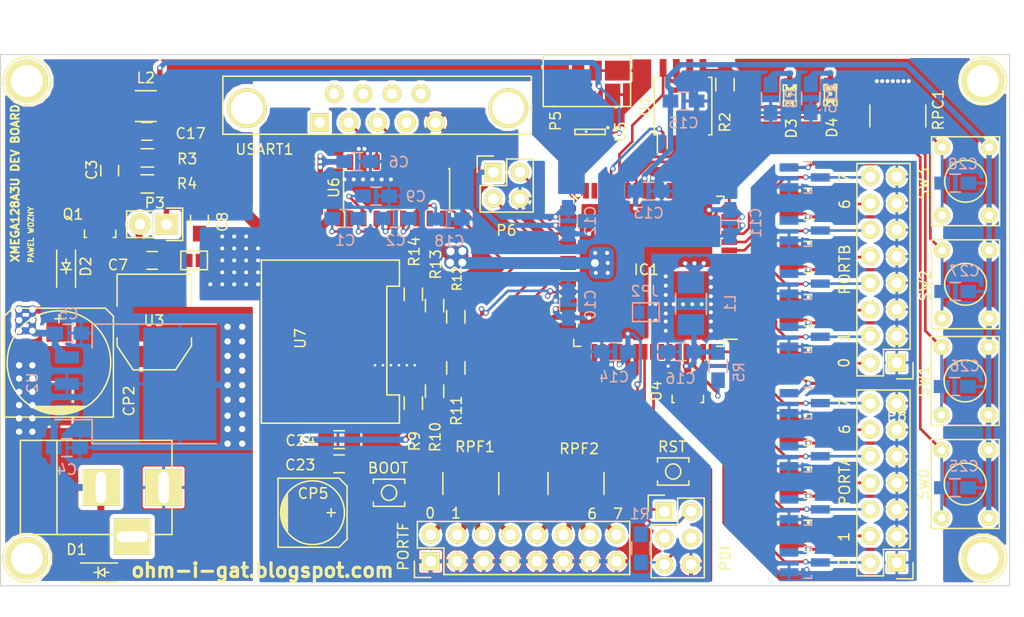
<source format=kicad_pcb>
(kicad_pcb (version 4) (host pcbnew "(after 2015-may-01 BZR unknown)-product")
  (layers (0 F.Cu signal) (31 B.Cu signal) (34 B.Paste user) (35 F.Paste user) (36 B.SilkS user) (37 F.SilkS user) (38 B.Mask user) (39 F.Mask user) (44 Edge.Cuts user))
  (net 0 "")
  (net 1 GNDD)
  (net 2 +5V)
  (net 3 "Net-(C3-Pad2)")
  (net 4 GND)
  (net 5 +3V3)
  (net 6 +3.3VADC)
  (net 7 GNDA)
  (net 8 /vrefA/Vref)
  (net 9 /buttons/O0)
  (net 10 /buttons/O1)
  (net 11 /buttons/O2)
  (net 12 /buttons/O3)
  (net 13 /Vcc_5_3V/PWR+)
  (net 14 "Net-(D2-Pad2)")
  (net 15 /Dpa/IO1)
  (net 16 /Dpa/IO2)
  (net 17 /Dpa/IO3)
  (net 18 /Dpa/IO4)
  (net 19 /Dpa/IO5)
  (net 20 /Dpa/IO6)
  (net 21 /Dpa/IO7)
  (net 22 /Dpb/IO0)
  (net 23 /Dpb/IO2)
  (net 24 /Dpb/IO3)
  (net 25 /Dpb/IO4)
  (net 26 /Dpb/IO5)
  (net 27 /Dpb/IO6)
  (net 28 /Dpb/IO7)
  (net 29 /Vcc_5_3V/CC0)
  (net 30 /SD_CARD/~SS)
  (net 31 /SD_CARD/SCK)
  (net 32 /SD_CARD/MISO)
  (net 33 /SD_CARD/MOSI)
  (net 34 "Net-(IC1-Pad26)")
  (net 35 "Net-(IC1-Pad27)")
  (net 36 "Net-(IC1-Pad28)")
  (net 37 "Net-(IC1-Pad29)")
  (net 38 /USB/D2-)
  (net 39 /USB/D2+)
  (net 40 /RLadConn/in0)
  (net 41 /RLadConn/in1)
  (net 42 /RLadConn/in2)
  (net 43 /RLadConn/in3)
  (net 44 /RLadConn/in4)
  (net 45 /RLadConn/in5)
  (net 46 /RLadConn/in6)
  (net 47 /RLadConn/in7)
  (net 48 PDI_DATA)
  (net 49 PDI_CLK)
  (net 50 "Net-(P4-Pad2)")
  (net 51 "Net-(P4-Pad4)")
  (net 52 "Net-(P4-Pad6)")
  (net 53 "Net-(P4-Pad8)")
  (net 54 /USB/D1-)
  (net 55 /USB/D1+)
  (net 56 "Net-(R2-Pad2)")
  (net 57 "Net-(R9-Pad2)")
  (net 58 "Net-(R14-Pad2)")
  (net 59 /Dpb/IO1)
  (net 60 "Net-(P4-Pad10)")
  (net 61 "Net-(P4-Pad12)")
  (net 62 "Net-(P4-Pad14)")
  (net 63 "Net-(P4-Pad16)")
  (net 64 /Vcc_5_3V/5VUSB)
  (net 65 "Net-(C18-Pad2)")
  (net 66 "Net-(L2-Pad2)")
  (net 67 "Net-(U6-Pad13)")
  (net 68 "Net-(U6-Pad14)")
  (net 69 "Net-(C1-Pad1)")
  (net 70 "Net-(C1-Pad2)")
  (net 71 "Net-(C2-Pad1)")
  (net 72 "Net-(C2-Pad2)")
  (net 73 "Net-(C9-Pad2)")
  (net 74 /diode/diode1)
  (net 75 "Net-(D3-Pad1)")
  (net 76 /diode/diode0)
  (net 77 "Net-(D4-Pad1)")
  (net 78 /twi/SDA)
  (net 79 /twi/SCL)
  (net 80 /usart/rx1)
  (net 81 /usart/tx1)
  (module Connect:1pin (layer F.Cu) (at 58.3946 119.3038)
    (fp_text reference REF** hide)
    (fp_text value 1pin)
    (pad 1 thru_hole circle (at 0 0) (size 4.064 4.064) (drill 3.048) (layers *.Cu *.Mask F.SilkS))
  )
  (module Pin_Headers:Pin_Header_Straight_2x07 (layer F.Cu) (at 141.605 119.7102 180)
    (fp_text reference P7 hide)
    (fp_text value PH_PA)
    (pad 1 thru_hole rect (at 0 0 180) (size 1.7272 1.7272) (drill 1.016) (layers *.Cu *.Mask F.SilkS) (net 7 GNDA))
    (pad 2 thru_hole oval (at 2.54 0 180) (size 1.7272 1.7272) (drill 1.016) (layers *.Cu *.Mask F.SilkS) (net 15 /Dpa/IO1))
    (pad 3 thru_hole oval (at 0 2.54 180) (size 1.7272 1.7272) (drill 1.016) (layers *.Cu *.Mask F.SilkS) (net 7 GNDA))
    (pad 4 thru_hole oval (at 2.54 2.54 180) (size 1.7272 1.7272) (drill 1.016) (layers *.Cu *.Mask F.SilkS) (net 16 /Dpa/IO2))
    (pad 5 thru_hole oval (at 0 5.08 180) (size 1.7272 1.7272) (drill 1.016) (layers *.Cu *.Mask F.SilkS) (net 7 GNDA))
    (pad 6 thru_hole oval (at 2.54 5.08 180) (size 1.7272 1.7272) (drill 1.016) (layers *.Cu *.Mask F.SilkS) (net 17 /Dpa/IO3))
    (pad 7 thru_hole oval (at 0 7.62 180) (size 1.7272 1.7272) (drill 1.016) (layers *.Cu *.Mask F.SilkS) (net 7 GNDA))
    (pad 8 thru_hole oval (at 2.54 7.62 180) (size 1.7272 1.7272) (drill 1.016) (layers *.Cu *.Mask F.SilkS) (net 18 /Dpa/IO4))
    (pad 9 thru_hole oval (at 0 10.16 180) (size 1.7272 1.7272) (drill 1.016) (layers *.Cu *.Mask F.SilkS) (net 7 GNDA))
    (pad 10 thru_hole oval (at 2.54 10.16 180) (size 1.7272 1.7272) (drill 1.016) (layers *.Cu *.Mask F.SilkS) (net 19 /Dpa/IO5))
    (pad 11 thru_hole oval (at 0 12.7 180) (size 1.7272 1.7272) (drill 1.016) (layers *.Cu *.Mask F.SilkS) (net 7 GNDA))
    (pad 12 thru_hole oval (at 2.54 12.7 180) (size 1.7272 1.7272) (drill 1.016) (layers *.Cu *.Mask F.SilkS) (net 20 /Dpa/IO6))
    (pad 13 thru_hole oval (at 0 15.24 180) (size 1.7272 1.7272) (drill 1.016) (layers *.Cu *.Mask F.SilkS) (net 7 GNDA))
    (pad 14 thru_hole oval (at 2.54 15.24 180) (size 1.7272 1.7272) (drill 1.016) (layers *.Cu *.Mask F.SilkS) (net 21 /Dpa/IO7))
  )
  (module Resistors_SMD:R_0805_HandSoldering (layer F.Cu) (at 125.1712 73.9902 90)
    (fp_text reference R2 (at -3.6068 0 90) (layer F.SilkS))
    (fp_text value 22k)
    (pad 1 smd rect (at -1.35 0 90) (size 1.5 1.3) (layers F.Cu F.Paste F.Mask) (net 5 +3V3))
    (pad 2 smd rect (at 1.35 0 90) (size 1.5 1.3) (layers F.Cu F.Paste F.Mask) (net 56 "Net-(R2-Pad2)"))
  )
  (module Housings_QFP:TQFP-64_14x14mm_Pitch0.8mm (layer F.Cu) (at 117.8814 91.8464 180)
    (fp_text reference IC1 (at 0.2286 0.1524 180) (layer F.SilkS))
    (fp_text value ATXMEGA128A3U-A)
    (pad 1 smd rect (at -7.7 -6 180) (size 1.5 0.55) (layers F.Cu F.Paste F.Mask) (net 17 /Dpa/IO3))
    (pad 2 smd rect (at -7.7 -5.2 180) (size 1.5 0.55) (layers F.Cu F.Paste F.Mask) (net 18 /Dpa/IO4))
    (pad 3 smd rect (at -7.7 -4.4 180) (size 1.5 0.55) (layers F.Cu F.Paste F.Mask) (net 19 /Dpa/IO5))
    (pad 4 smd rect (at -7.7 -3.6 180) (size 1.5 0.55) (layers F.Cu F.Paste F.Mask) (net 20 /Dpa/IO6))
    (pad 5 smd rect (at -7.7 -2.8 180) (size 1.5 0.55) (layers F.Cu F.Paste F.Mask) (net 21 /Dpa/IO7))
    (pad 6 smd rect (at -7.7 -2 180) (size 1.5 0.55) (layers F.Cu F.Paste F.Mask) (net 22 /Dpb/IO0))
    (pad 7 smd rect (at -7.7 -1.2 180) (size 1.5 0.55) (layers F.Cu F.Paste F.Mask) (net 59 /Dpb/IO1))
    (pad 8 smd rect (at -7.7 -0.4 180) (size 1.5 0.55) (layers F.Cu F.Paste F.Mask) (net 23 /Dpb/IO2))
    (pad 9 smd rect (at -7.7 0.4 180) (size 1.5 0.55) (layers F.Cu F.Paste F.Mask) (net 24 /Dpb/IO3))
    (pad 10 smd rect (at -7.7 1.2 180) (size 1.5 0.55) (layers F.Cu F.Paste F.Mask) (net 25 /Dpb/IO4))
    (pad 11 smd rect (at -7.7 2 180) (size 1.5 0.55) (layers F.Cu F.Paste F.Mask) (net 26 /Dpb/IO5))
    (pad 12 smd rect (at -7.7 2.8 180) (size 1.5 0.55) (layers F.Cu F.Paste F.Mask) (net 27 /Dpb/IO6))
    (pad 13 smd rect (at -7.7 3.6 180) (size 1.5 0.55) (layers F.Cu F.Paste F.Mask) (net 28 /Dpb/IO7))
    (pad 14 smd rect (at -7.7 4.4 180) (size 1.5 0.55) (layers F.Cu F.Paste F.Mask) (net 1 GNDD))
    (pad 15 smd rect (at -7.7 5.2 180) (size 1.5 0.55) (layers F.Cu F.Paste F.Mask) (net 5 +3V3))
    (pad 16 smd rect (at -7.7 6 180) (size 1.5 0.55) (layers F.Cu F.Paste F.Mask) (net 9 /buttons/O0))
    (pad 17 smd rect (at -6 7.7 270) (size 1.5 0.55) (layers F.Cu F.Paste F.Mask) (net 10 /buttons/O1))
    (pad 18 smd rect (at -5.2 7.7 270) (size 1.5 0.55) (layers F.Cu F.Paste F.Mask) (net 11 /buttons/O2))
    (pad 19 smd rect (at -4.4 7.7 270) (size 1.5 0.55) (layers F.Cu F.Paste F.Mask) (net 12 /buttons/O3))
    (pad 20 smd rect (at -3.6 7.7 270) (size 1.5 0.55) (layers F.Cu F.Paste F.Mask) (net 76 /diode/diode0))
    (pad 21 smd rect (at -2.8 7.7 270) (size 1.5 0.55) (layers F.Cu F.Paste F.Mask) (net 74 /diode/diode1))
    (pad 22 smd rect (at -2 7.7 270) (size 1.5 0.55) (layers F.Cu F.Paste F.Mask))
    (pad 23 smd rect (at -1.2 7.7 270) (size 1.5 0.55) (layers F.Cu F.Paste F.Mask))
    (pad 24 smd rect (at -0.4 7.7 270) (size 1.5 0.55) (layers F.Cu F.Paste F.Mask) (net 1 GNDD))
    (pad 25 smd rect (at 0.4 7.7 270) (size 1.5 0.55) (layers F.Cu F.Paste F.Mask) (net 5 +3V3))
    (pad 26 smd rect (at 1.2 7.7 270) (size 1.5 0.55) (layers F.Cu F.Paste F.Mask) (net 34 "Net-(IC1-Pad26)"))
    (pad 27 smd rect (at 2 7.7 270) (size 1.5 0.55) (layers F.Cu F.Paste F.Mask) (net 35 "Net-(IC1-Pad27)"))
    (pad 28 smd rect (at 2.8 7.7 270) (size 1.5 0.55) (layers F.Cu F.Paste F.Mask) (net 36 "Net-(IC1-Pad28)"))
    (pad 29 smd rect (at 3.6 7.7 270) (size 1.5 0.55) (layers F.Cu F.Paste F.Mask) (net 37 "Net-(IC1-Pad29)"))
    (pad 30 smd rect (at 4.4 7.7 270) (size 1.5 0.55) (layers F.Cu F.Paste F.Mask))
    (pad 31 smd rect (at 5.2 7.7 270) (size 1.5 0.55) (layers F.Cu F.Paste F.Mask))
    (pad 32 smd rect (at 6 7.7 270) (size 1.5 0.55) (layers F.Cu F.Paste F.Mask) (net 38 /USB/D2-))
    (pad 33 smd rect (at 7.7 6 180) (size 1.5 0.55) (layers F.Cu F.Paste F.Mask) (net 39 /USB/D2+))
    (pad 34 smd rect (at 7.7 5.2 180) (size 1.5 0.55) (layers F.Cu F.Paste F.Mask) (net 1 GNDD))
    (pad 35 smd rect (at 7.7 4.4 180) (size 1.5 0.55) (layers F.Cu F.Paste F.Mask) (net 5 +3V3))
    (pad 36 smd rect (at 7.7 3.6 180) (size 1.5 0.55) (layers F.Cu F.Paste F.Mask) (net 78 /twi/SDA))
    (pad 37 smd rect (at 7.7 2.8 180) (size 1.5 0.55) (layers F.Cu F.Paste F.Mask) (net 79 /twi/SCL))
    (pad 38 smd rect (at 7.7 2 180) (size 1.5 0.55) (layers F.Cu F.Paste F.Mask) (net 80 /usart/rx1))
    (pad 39 smd rect (at 7.7 1.2 180) (size 1.5 0.55) (layers F.Cu F.Paste F.Mask) (net 81 /usart/tx1))
    (pad 40 smd rect (at 7.7 0.4 180) (size 1.5 0.55) (layers F.Cu F.Paste F.Mask) (net 30 /SD_CARD/~SS))
    (pad 41 smd rect (at 7.7 -0.4 180) (size 1.5 0.55) (layers F.Cu F.Paste F.Mask) (net 31 /SD_CARD/SCK))
    (pad 42 smd rect (at 7.7 -1.2 180) (size 1.5 0.55) (layers F.Cu F.Paste F.Mask) (net 32 /SD_CARD/MISO))
    (pad 43 smd rect (at 7.7 -2 180) (size 1.5 0.55) (layers F.Cu F.Paste F.Mask) (net 33 /SD_CARD/MOSI))
    (pad 44 smd rect (at 7.7 -2.8 180) (size 1.5 0.55) (layers F.Cu F.Paste F.Mask) (net 1 GNDD))
    (pad 45 smd rect (at 7.7 -3.6 180) (size 1.5 0.55) (layers F.Cu F.Paste F.Mask) (net 5 +3V3))
    (pad 46 smd rect (at 7.7 -4.4 180) (size 1.5 0.55) (layers F.Cu F.Paste F.Mask) (net 40 /RLadConn/in0))
    (pad 47 smd rect (at 7.7 -5.2 180) (size 1.5 0.55) (layers F.Cu F.Paste F.Mask) (net 41 /RLadConn/in1))
    (pad 48 smd rect (at 7.7 -6 180) (size 1.5 0.55) (layers F.Cu F.Paste F.Mask) (net 42 /RLadConn/in2))
    (pad 49 smd rect (at 6 -7.7 270) (size 1.5 0.55) (layers F.Cu F.Paste F.Mask) (net 43 /RLadConn/in3))
    (pad 50 smd rect (at 5.2 -7.7 270) (size 1.5 0.55) (layers F.Cu F.Paste F.Mask) (net 44 /RLadConn/in4))
    (pad 51 smd rect (at 4.4 -7.7 270) (size 1.5 0.55) (layers F.Cu F.Paste F.Mask) (net 45 /RLadConn/in5))
    (pad 52 smd rect (at 3.6 -7.7 270) (size 1.5 0.55) (layers F.Cu F.Paste F.Mask) (net 1 GNDD))
    (pad 53 smd rect (at 2.8 -7.7 270) (size 1.5 0.55) (layers F.Cu F.Paste F.Mask) (net 5 +3V3))
    (pad 54 smd rect (at 2 -7.7 270) (size 1.5 0.55) (layers F.Cu F.Paste F.Mask) (net 46 /RLadConn/in6))
    (pad 55 smd rect (at 1.2 -7.7 270) (size 1.5 0.55) (layers F.Cu F.Paste F.Mask) (net 47 /RLadConn/in7))
    (pad 56 smd rect (at 0.4 -7.7 270) (size 1.5 0.55) (layers F.Cu F.Paste F.Mask) (net 48 PDI_DATA))
    (pad 57 smd rect (at -0.4 -7.7 270) (size 1.5 0.55) (layers F.Cu F.Paste F.Mask) (net 49 PDI_CLK))
    (pad 58 smd rect (at -1.2 -7.7 270) (size 1.5 0.55) (layers F.Cu F.Paste F.Mask))
    (pad 59 smd rect (at -2 -7.7 270) (size 1.5 0.55) (layers F.Cu F.Paste F.Mask))
    (pad 60 smd rect (at -2.8 -7.7 270) (size 1.5 0.55) (layers F.Cu F.Paste F.Mask) (net 7 GNDA))
    (pad 61 smd rect (at -3.6 -7.7 270) (size 1.5 0.55) (layers F.Cu F.Paste F.Mask) (net 6 +3.3VADC))
    (pad 62 smd rect (at -4.4 -7.7 270) (size 1.5 0.55) (layers F.Cu F.Paste F.Mask) (net 8 /vrefA/Vref))
    (pad 63 smd rect (at -5.2 -7.7 270) (size 1.5 0.55) (layers F.Cu F.Paste F.Mask) (net 15 /Dpa/IO1))
    (pad 64 smd rect (at -6 -7.7 270) (size 1.5 0.55) (layers F.Cu F.Paste F.Mask) (net 16 /Dpa/IO2))
  )
  (module woznyLIB:G3515-10 (layer F.Cu) (at 111.9632 75.311 180)
    (fp_text reference P5 (at 2.9972 -2.159 270) (layer F.SilkS))
    (fp_text value USB_OTG)
    (pad 6 smd rect (at 2.4625 0.36 180) (size 1.475 2.1) (layers F.Cu F.Paste F.Mask) (net 4 GND))
    (pad 6 smd rect (at 2.9125 2.66 180) (size 2.375 1.9) (layers F.Cu F.Paste F.Mask) (net 4 GND))
    (pad 6 smd rect (at 0.8375 2.66 180) (size 1.175 1.9) (layers F.Cu F.Paste F.Mask) (net 4 GND))
    (pad 1 smd rect (at -1.3 0 180) (size 0.45 1.38) (layers F.Cu F.Paste F.Mask) (net 66 "Net-(L2-Pad2)"))
    (pad 2 smd rect (at -0.65 0 180) (size 0.45 1.38) (layers F.Cu F.Paste F.Mask) (net 54 /USB/D1-))
    (pad 3 smd rect (at 0 0 180) (size 0.45 1.38) (layers F.Cu F.Paste F.Mask) (net 55 /USB/D1+))
    (pad 4 smd rect (at 0.65 0 180) (size 0.45 1.38) (layers F.Cu F.Paste F.Mask))
    (pad 5 smd rect (at 1.3 0 180) (size 0.45 1.38) (layers F.Cu F.Paste F.Mask) (net 4 GND))
    (pad 6 smd rect (at -2.4625 0.36 180) (size 1.475 2.1) (layers F.Cu F.Paste F.Mask) (net 4 GND))
    (pad 6 smd rect (at -0.8375 2.66 180) (size 1.175 1.9) (layers F.Cu F.Paste F.Mask) (net 4 GND))
    (pad 6 smd rect (at -2.9125 2.66 180) (size 2.375 1.9) (layers F.Cu F.Paste F.Mask) (net 4 GND))
  )
  (module Connect:1pin (layer F.Cu) (at 58.3946 73.6473)
    (fp_text reference REF** hide)
    (fp_text value 1pin)
    (pad 1 thru_hole circle (at 0 0) (size 4.064 4.064) (drill 3.048) (layers *.Cu *.Mask F.SilkS))
  )
  (module Connect:1pin (layer F.Cu) (at 149.8346 119.3038)
    (fp_text reference REF** hide)
    (fp_text value 1pin)
    (pad 1 thru_hole circle (at 0 0) (size 4.064 4.064) (drill 3.048) (layers *.Cu *.Mask F.SilkS))
  )
  (module Connect:1pin (layer F.Cu) (at 149.8346 73.6473)
    (fp_text reference REF** hide)
    (fp_text value 1pin)
    (pad 1 thru_hole circle (at 0 0) (size 4.064 4.064) (drill 3.048) (layers *.Cu *.Mask F.SilkS))
  )
  (module Capacitors_SMD:C_0805_HandSoldering (layer F.Cu) (at 66.3194 82.2198 270)
    (fp_text reference C3 (at -0.0762 1.7272 270) (layer F.SilkS))
    (fp_text value 100n)
    (pad 1 smd rect (at -1.25 0 270) (size 1.5 1.25) (layers F.Cu F.Paste F.Mask) (net 2 +5V))
    (pad 2 smd rect (at 1.25 0 270) (size 1.5 1.25) (layers F.Cu F.Paste F.Mask) (net 3 "Net-(C3-Pad2)"))
  )
  (module Capacitors_SMD:C_0805_HandSoldering (layer B.Cu) (at 62.23 108.712)
    (fp_text reference C4 (at 0 2.1) (layer B.SilkS) (effects (justify mirror)))
    (fp_text value 100n)
    (pad 1 smd rect (at -1.25 0) (size 1.5 1.25) (layers B.Cu B.Paste B.Mask) (net 13 /Vcc_5_3V/PWR+))
    (pad 2 smd rect (at 1.25 0) (size 1.5 1.25) (layers B.Cu B.Paste B.Mask) (net 4 GND))
  )
  (module Capacitors_SMD:C_0805_HandSoldering (layer B.Cu) (at 62.357 97.7646)
    (fp_text reference C5 (at 0.0254 -1.8288) (layer B.SilkS) (effects (justify mirror)))
    (fp_text value 100n)
    (pad 1 smd rect (at -1.25 0) (size 1.5 1.25) (layers B.Cu B.Paste B.Mask) (net 64 /Vcc_5_3V/5VUSB))
    (pad 2 smd rect (at 1.25 0) (size 1.5 1.25) (layers B.Cu B.Paste B.Mask) (net 4 GND))
  )
  (module Capacitors_SMD:C_0805_HandSoldering (layer F.Cu) (at 70.3834 90.805)
    (fp_text reference C7 (at -3.2766 0.4318) (layer F.SilkS))
    (fp_text value 100n)
    (pad 1 smd rect (at -1.25 0) (size 1.5 1.25) (layers F.Cu F.Paste F.Mask) (net 29 /Vcc_5_3V/CC0))
    (pad 2 smd rect (at 1.25 0) (size 1.5 1.25) (layers F.Cu F.Paste F.Mask) (net 4 GND))
  )
  (module Capacitors_SMD:C_0805_HandSoldering (layer F.Cu) (at 74.9046 86.995 270)
    (fp_text reference C8 (at 0.127 -2.2098 270) (layer F.SilkS))
    (fp_text value 100n)
    (pad 1 smd rect (at -1.25 0 270) (size 1.5 1.25) (layers F.Cu F.Paste F.Mask) (net 5 +3V3))
    (pad 2 smd rect (at 1.25 0 270) (size 1.5 1.25) (layers F.Cu F.Paste F.Mask) (net 1 GNDD))
  )
  (module Capacitors_SMD:C_0805_HandSoldering (layer B.Cu) (at 110.1979 95.04172 90)
    (fp_text reference C10 (at 0 2.1 90) (layer B.SilkS) (effects (justify mirror)))
    (fp_text value 100n)
    (pad 1 smd rect (at -1.25 0 90) (size 1.5 1.25) (layers B.Cu B.Paste B.Mask) (net 5 +3V3))
    (pad 2 smd rect (at 1.25 0 90) (size 1.5 1.25) (layers B.Cu B.Paste B.Mask) (net 1 GNDD))
  )
  (module Capacitors_SMD:C_0805_HandSoldering (layer B.Cu) (at 125.6284 87.21852 270)
    (fp_text reference C11 (at -0.00508 -2.4892 270) (layer B.SilkS) (effects (justify mirror)))
    (fp_text value 100n)
    (pad 1 smd rect (at -1.25 0 270) (size 1.5 1.25) (layers B.Cu B.Paste B.Mask) (net 5 +3V3))
    (pad 2 smd rect (at 1.25 0 270) (size 1.5 1.25) (layers B.Cu B.Paste B.Mask) (net 1 GNDD))
  )
  (module Capacitors_SMD:C_0805_HandSoldering (layer B.Cu) (at 110.1979 87.0204 90)
    (fp_text reference C12 (at 0 2.1 90) (layer B.SilkS) (effects (justify mirror)))
    (fp_text value 100n)
    (pad 1 smd rect (at -1.25 0 90) (size 1.5 1.25) (layers B.Cu B.Paste B.Mask) (net 5 +3V3))
    (pad 2 smd rect (at 1.25 0 90) (size 1.5 1.25) (layers B.Cu B.Paste B.Mask) (net 1 GNDD))
  )
  (module Capacitors_SMD:C_0805_HandSoldering (layer B.Cu) (at 117.87124 84.17814)
    (fp_text reference C13 (at 0 2.1) (layer B.SilkS) (effects (justify mirror)))
    (fp_text value 100n)
    (pad 1 smd rect (at -1.25 0) (size 1.5 1.25) (layers B.Cu B.Paste B.Mask) (net 5 +3V3))
    (pad 2 smd rect (at 1.25 0) (size 1.5 1.25) (layers B.Cu B.Paste B.Mask) (net 1 GNDD))
  )
  (module Capacitors_SMD:C_0805_HandSoldering (layer B.Cu) (at 121.2088 75.565)
    (fp_text reference C15 (at 0 2.1) (layer B.SilkS) (effects (justify mirror)))
    (fp_text value 100n)
    (pad 1 smd rect (at -1.25 0) (size 1.5 1.25) (layers B.Cu B.Paste B.Mask) (net 5 +3V3))
    (pad 2 smd rect (at 1.25 0) (size 1.5 1.25) (layers B.Cu B.Paste B.Mask) (net 1 GNDD))
  )
  (module Capacitors_SMD:C_0805_HandSoldering (layer B.Cu) (at 120.9548 99.5426 180)
    (fp_text reference C16 (at 0.03048 -2.55016 360) (layer B.SilkS) (effects (justify mirror)))
    (fp_text value 100n)
    (pad 1 smd rect (at -1.25 0 180) (size 1.5 1.25) (layers B.Cu B.Paste B.Mask) (net 6 +3.3VADC))
    (pad 2 smd rect (at 1.25 0 180) (size 1.5 1.25) (layers B.Cu B.Paste B.Mask) (net 7 GNDA))
  )
  (module Capacitors_SMD:C_0805_HandSoldering (layer F.Cu) (at 69.8754 78.4606)
    (fp_text reference C17 (at 4.191 0.2032) (layer F.SilkS))
    (fp_text value 100n)
    (pad 1 smd rect (at -1.25 0) (size 1.5 1.25) (layers F.Cu F.Paste F.Mask) (net 2 +5V))
    (pad 2 smd rect (at 1.25 0) (size 1.5 1.25) (layers F.Cu F.Paste F.Mask) (net 4 GND))
  )
  (module Capacitors_SMD:C_0805_HandSoldering (layer B.Cu) (at 98.7552 86.8426 180)
    (fp_text reference C18 (at -0.0508 -2.1082 180) (layer B.SilkS) (effects (justify mirror)))
    (fp_text value 100n)
    (pad 1 smd rect (at -1.25 0 180) (size 1.5 1.25) (layers B.Cu B.Paste B.Mask) (net 1 GNDD))
    (pad 2 smd rect (at 1.25 0 180) (size 1.5 1.25) (layers B.Cu B.Paste B.Mask) (net 65 "Net-(C18-Pad2)"))
  )
  (module Capacitors_SMD:C_0805_HandSoldering (layer F.Cu) (at 88.265 110.2614)
    (fp_text reference C23 (at -3.71348 0.10668) (layer F.SilkS))
    (fp_text value 100n)
    (pad 1 smd rect (at -1.25 0) (size 1.5 1.25) (layers F.Cu F.Paste F.Mask) (net 5 +3V3))
    (pad 2 smd rect (at 1.25 0) (size 1.5 1.25) (layers F.Cu F.Paste F.Mask) (net 1 GNDD))
  )
  (module Capacitors_SMD:C_0805_HandSoldering (layer F.Cu) (at 88.265 107.95)
    (fp_text reference C24 (at -3.683 0.08636) (layer F.SilkS))
    (fp_text value 1n)
    (pad 1 smd rect (at -1.25 0) (size 1.5 1.25) (layers F.Cu F.Paste F.Mask) (net 5 +3V3))
    (pad 2 smd rect (at 1.25 0) (size 1.5 1.25) (layers F.Cu F.Paste F.Mask) (net 1 GNDD))
  )
  (module Capacitors_SMD:C_0805_HandSoldering (layer B.Cu) (at 147.1676 112.5474 180)
    (fp_text reference C25 (at -0.8382 2.0574 180) (layer B.SilkS) (effects (justify mirror)))
    (fp_text value 100n)
    (pad 1 smd rect (at -1.25 0 180) (size 1.5 1.25) (layers B.Cu B.Paste B.Mask) (net 5 +3V3))
    (pad 2 smd rect (at 1.25 0 180) (size 1.5 1.25) (layers B.Cu B.Paste B.Mask) (net 9 /buttons/O0))
  )
  (module Capacitors_SMD:C_0805_HandSoldering (layer B.Cu) (at 147.1422 102.87 180)
    (fp_text reference C26 (at -0.9652 1.9558 180) (layer B.SilkS) (effects (justify mirror)))
    (fp_text value 100n)
    (pad 1 smd rect (at -1.25 0 180) (size 1.5 1.25) (layers B.Cu B.Paste B.Mask) (net 5 +3V3))
    (pad 2 smd rect (at 1.25 0 180) (size 1.5 1.25) (layers B.Cu B.Paste B.Mask) (net 10 /buttons/O1))
  )
  (module Capacitors_SMD:c_elec_6.3x5.3 (layer F.Cu) (at 85.725 114.935)
    (fp_text reference CP5 (at 0.0508 -1.83388) (layer F.SilkS))
    (fp_text value 100u)
    (pad 1 smd rect (at 2.75082 0) (size 3.59918 1.6002) (layers F.Cu F.Paste F.Mask) (net 5 +3V3))
    (pad 2 smd rect (at -2.75082 0) (size 3.59918 1.6002) (layers F.Cu F.Paste F.Mask) (net 1 GNDD))
  )
  (module Connect:GS2 (layer F.Cu) (at 74.3966 90.805 90)
    (fp_text reference JP1 hide)
    (fp_text value Jumper_NC_Small)
    (pad 1 smd rect (at 0 -0.635 90) (size 1.27 0.9652) (layers F.Cu F.Paste F.Mask) (net 4 GND))
    (pad 2 smd rect (at 0 0.635 90) (size 1.27 0.9652) (layers F.Cu F.Paste F.Mask) (net 1 GNDD))
  )
  (module Connect:GS2 (layer B.Cu) (at 117.602 95.758 270)
    (fp_text reference JP2 (at -2.0066 0.1016 540) (layer B.SilkS) (effects (justify mirror)))
    (fp_text value Jumper_NC_Small)
    (pad 1 smd rect (at 0 0.635 270) (size 1.27 0.9652) (layers B.Cu B.Paste B.Mask) (net 1 GNDD))
    (pad 2 smd rect (at 0 -0.635 270) (size 1.27 0.9652) (layers B.Cu B.Paste B.Mask) (net 7 GNDA))
  )
  (module Connect:BARREL_JACK (layer F.Cu) (at 65.278 112.522)
    (fp_text reference P1 hide)
    (fp_text value PH_PWR)
    (pad 1 thru_hole rect (at 6.20014 0) (size 3.50012 3.50012) (drill oval 1.00076 2.99974) (layers *.Cu *.Mask F.SilkS) (net 4 GND))
    (pad 2 thru_hole rect (at 0.20066 0) (size 3.50012 3.50012) (drill oval 1.00076 2.99974) (layers *.Cu *.Mask F.SilkS) (net 13 /Vcc_5_3V/PWR+))
    (pad 3 thru_hole rect (at 3.2004 4.699) (size 3.50012 3.50012) (drill oval 2.99974 1.00076) (layers *.Cu *.Mask F.SilkS))
  )
  (module Pin_Headers:Pin_Header_Straight_1x02 (layer F.Cu) (at 71.755 87.3506 270)
    (fp_text reference P3 (at -2.032 1.1176 360) (layer F.SilkS))
    (fp_text value PH_CURRENT)
    (pad 1 thru_hole rect (at 0 0 270) (size 2.032 2.032) (drill 1.016) (layers *.Cu *.Mask F.SilkS) (net 5 +3V3))
    (pad 2 thru_hole oval (at 0 2.54 270) (size 2.032 2.032) (drill 1.016) (layers *.Cu *.Mask F.SilkS) (net 29 /Vcc_5_3V/CC0))
  )
  (module Resistors_SMD:R_0805_HandSoldering (layer B.Cu) (at 117.1194 118.3386 270)
    (fp_text reference R1 (at -3.2766 0.1016 360) (layer B.SilkS) (effects (justify mirror)))
    (fp_text value 22k)
    (pad 1 smd rect (at -1.35 0 270) (size 1.5 1.3) (layers B.Cu B.Paste B.Mask) (net 5 +3V3))
    (pad 2 smd rect (at 1.35 0 270) (size 1.5 1.3) (layers B.Cu B.Paste B.Mask) (net 49 PDI_CLK))
  )
  (module Resistors_SMD:R_0805_HandSoldering (layer F.Cu) (at 69.9262 81.0006)
    (fp_text reference R3 (at 3.81 0.1016) (layer F.SilkS))
    (fp_text value 100k)
    (pad 1 smd rect (at -1.35 0) (size 1.5 1.3) (layers F.Cu F.Paste F.Mask) (net 2 +5V))
    (pad 2 smd rect (at 1.35 0) (size 1.5 1.3) (layers F.Cu F.Paste F.Mask) (net 4 GND))
  )
  (module Resistors_SMD:R_0805_HandSoldering (layer F.Cu) (at 69.9262 83.4898)
    (fp_text reference R4 (at 3.7846 -0.0254) (layer F.SilkS))
    (fp_text value 100k)
    (pad 1 smd rect (at -1.35 0) (size 1.5 1.3) (layers F.Cu F.Paste F.Mask) (net 3 "Net-(C3-Pad2)"))
    (pad 2 smd rect (at 1.35 0) (size 1.5 1.3) (layers F.Cu F.Paste F.Mask) (net 4 GND))
  )
  (module Resistors_SMD:R_0805_HandSoldering (layer B.Cu) (at 124.5108 100.9142 270)
    (fp_text reference R5 (at 0.5842 -2.0066 270) (layer B.SilkS) (effects (justify mirror)))
    (fp_text value 17k8)
    (pad 1 smd rect (at -1.35 0 270) (size 1.5 1.3) (layers B.Cu B.Paste B.Mask) (net 6 +3.3VADC))
    (pad 2 smd rect (at 1.35 0 270) (size 1.5 1.3) (layers B.Cu B.Paste B.Mask) (net 8 /vrefA/Vref))
  )
  (module Resistors_SMD:R_0805_HandSoldering (layer B.Cu) (at 129.54 75.3364 270)
    (fp_text reference R8 (at -0.02032 -1.9812 270) (layer B.SilkS) (effects (justify mirror)))
    (fp_text value 220)
    (pad 1 smd rect (at -1.35 0 270) (size 1.5 1.3) (layers B.Cu B.Paste B.Mask) (net 75 "Net-(D3-Pad1)"))
    (pad 2 smd rect (at 1.35 0 270) (size 1.5 1.3) (layers B.Cu B.Paste B.Mask) (net 1 GNDD))
  )
  (module Resistors_SMD:R_0805_HandSoldering (layer F.Cu) (at 95.3643 104.4575 90)
    (fp_text reference R9 (at -3.6449 0.1143 90) (layer F.SilkS))
    (fp_text value 50K)
    (pad 1 smd rect (at -1.35 0 90) (size 1.5 1.3) (layers F.Cu F.Paste F.Mask) (net 5 +3V3))
    (pad 2 smd rect (at 1.35 0 90) (size 1.5 1.3) (layers F.Cu F.Paste F.Mask) (net 57 "Net-(R9-Pad2)"))
  )
  (module Resistors_SMD:R_0805_HandSoldering (layer F.Cu) (at 97.3963 103.3145 90)
    (fp_text reference R10 (at -4.3815 0.0635 90) (layer F.SilkS))
    (fp_text value 50K)
    (pad 1 smd rect (at -1.35 0 90) (size 1.5 1.3) (layers F.Cu F.Paste F.Mask) (net 5 +3V3))
    (pad 2 smd rect (at 1.35 0 90) (size 1.5 1.3) (layers F.Cu F.Paste F.Mask) (net 32 /SD_CARD/MISO))
  )
  (module Resistors_SMD:R_0805_HandSoldering (layer F.Cu) (at 99.4283 101.092 90)
    (fp_text reference R11 (at -4.0894 0.0635 90) (layer F.SilkS))
    (fp_text value 50K)
    (pad 1 smd rect (at -1.35 0 90) (size 1.5 1.3) (layers F.Cu F.Paste F.Mask) (net 5 +3V3))
    (pad 2 smd rect (at 1.35 0 90) (size 1.5 1.3) (layers F.Cu F.Paste F.Mask) (net 31 /SD_CARD/SCK))
  )
  (module Resistors_SMD:R_0805_HandSoldering (layer F.Cu) (at 99.4283 96.2025 270)
    (fp_text reference R12 (at -3.6703 -0.1143 270) (layer F.SilkS) (effects (font (size 0.8382 0.8382))))
    (fp_text value 50K)
    (pad 1 smd rect (at -1.35 0 270) (size 1.5 1.3) (layers F.Cu F.Paste F.Mask) (net 5 +3V3))
    (pad 2 smd rect (at 1.35 0 270) (size 1.5 1.3) (layers F.Cu F.Paste F.Mask) (net 33 /SD_CARD/MOSI))
  )
  (module Resistors_SMD:R_0805_HandSoldering (layer F.Cu) (at 97.3963 95.123 270)
    (fp_text reference R13 (at -3.937 -0.1143 270) (layer F.SilkS))
    (fp_text value 50K)
    (pad 1 smd rect (at -1.35 0 270) (size 1.5 1.3) (layers F.Cu F.Paste F.Mask) (net 5 +3V3))
    (pad 2 smd rect (at 1.35 0 270) (size 1.5 1.3) (layers F.Cu F.Paste F.Mask) (net 30 /SD_CARD/~SS))
  )
  (module Resistors_SMD:R_0805_HandSoldering (layer F.Cu) (at 95.3643 94.0435 270)
    (fp_text reference R14 (at -4.0767 -0.0889 270) (layer F.SilkS))
    (fp_text value 50K)
    (pad 1 smd rect (at -1.35 0 270) (size 1.5 1.3) (layers F.Cu F.Paste F.Mask) (net 5 +3V3))
    (pad 2 smd rect (at 1.35 0 270) (size 1.5 1.3) (layers F.Cu F.Paste F.Mask) (net 58 "Net-(R14-Pad2)"))
  )
  (module Resistors_SMD:R_Array_Convex_4x1206 (layer F.Cu) (at 141.7066 76.9874 270)
    (fp_text reference RPC1 (at -0.5842 -3.86588 450) (layer F.SilkS))
    (fp_text value 100k)
    (pad 1 smd rect (at -1.5 -2 270) (size 0.9 0.9) (layers F.Cu F.Paste F.Mask) (net 1 GNDD))
    (pad 4 smd rect (at -1.5 2 270) (size 0.9 0.9) (layers F.Cu F.Paste F.Mask) (net 1 GNDD))
    (pad 2 smd rect (at -1.5 -0.66 270) (size 0.9 0.9) (layers F.Cu F.Paste F.Mask) (net 1 GNDD))
    (pad 3 smd rect (at -1.5 0.66 270) (size 0.9 0.9) (layers F.Cu F.Paste F.Mask) (net 1 GNDD))
    (pad 7 smd rect (at 1.5 -0.66 270) (size 0.9 0.9) (layers F.Cu F.Paste F.Mask) (net 11 /buttons/O2))
    (pad 8 smd rect (at 1.5 -2 270) (size 0.9 0.9) (layers F.Cu F.Paste F.Mask) (net 12 /buttons/O3))
    (pad 5 smd rect (at 1.5 2 270) (size 0.9 0.9) (layers F.Cu F.Paste F.Mask) (net 9 /buttons/O0))
    (pad 6 smd rect (at 1.5 0.66 270) (size 0.9 0.9) (layers F.Cu F.Paste F.Mask) (net 10 /buttons/O1))
  )
  (module Resistors_SMD:R_Array_Convex_4x1206 (layer F.Cu) (at 100.8634 112.141 90)
    (fp_text reference RPF1 (at 3.5052 0.3937 180) (layer F.SilkS))
    (fp_text value 220)
    (pad 1 smd rect (at -1.5 -2 90) (size 0.9 0.9) (layers F.Cu F.Paste F.Mask) (net 50 "Net-(P4-Pad2)"))
    (pad 4 smd rect (at -1.5 2 90) (size 0.9 0.9) (layers F.Cu F.Paste F.Mask) (net 53 "Net-(P4-Pad8)"))
    (pad 2 smd rect (at -1.5 -0.66 90) (size 0.9 0.9) (layers F.Cu F.Paste F.Mask) (net 51 "Net-(P4-Pad4)"))
    (pad 3 smd rect (at -1.5 0.66 90) (size 0.9 0.9) (layers F.Cu F.Paste F.Mask) (net 52 "Net-(P4-Pad6)"))
    (pad 7 smd rect (at 1.5 -0.66 90) (size 0.9 0.9) (layers F.Cu F.Paste F.Mask) (net 41 /RLadConn/in1))
    (pad 8 smd rect (at 1.5 -2 90) (size 0.9 0.9) (layers F.Cu F.Paste F.Mask) (net 40 /RLadConn/in0))
    (pad 5 smd rect (at 1.5 2 90) (size 0.9 0.9) (layers F.Cu F.Paste F.Mask) (net 43 /RLadConn/in3))
    (pad 6 smd rect (at 1.5 0.66 90) (size 0.9 0.9) (layers F.Cu F.Paste F.Mask) (net 42 /RLadConn/in2))
  )
  (module Resistors_SMD:R_Array_Convex_4x1206 (layer F.Cu) (at 110.9218 112.141 90)
    (fp_text reference RPF2 (at 3.3147 0.3048 180) (layer F.SilkS))
    (fp_text value 220)
    (pad 1 smd rect (at -1.5 -2 90) (size 0.9 0.9) (layers F.Cu F.Paste F.Mask) (net 60 "Net-(P4-Pad10)"))
    (pad 4 smd rect (at -1.5 2 90) (size 0.9 0.9) (layers F.Cu F.Paste F.Mask) (net 63 "Net-(P4-Pad16)"))
    (pad 2 smd rect (at -1.5 -0.66 90) (size 0.9 0.9) (layers F.Cu F.Paste F.Mask) (net 61 "Net-(P4-Pad12)"))
    (pad 3 smd rect (at -1.5 0.66 90) (size 0.9 0.9) (layers F.Cu F.Paste F.Mask) (net 62 "Net-(P4-Pad14)"))
    (pad 7 smd rect (at 1.5 -0.66 90) (size 0.9 0.9) (layers F.Cu F.Paste F.Mask) (net 45 /RLadConn/in5))
    (pad 8 smd rect (at 1.5 -2 90) (size 0.9 0.9) (layers F.Cu F.Paste F.Mask) (net 44 /RLadConn/in4))
    (pad 5 smd rect (at 1.5 2 90) (size 0.9 0.9) (layers F.Cu F.Paste F.Mask) (net 47 /RLadConn/in7))
    (pad 6 smd rect (at 1.5 0.66 90) (size 0.9 0.9) (layers F.Cu F.Paste F.Mask) (net 46 /RLadConn/in6))
  )
  (module Housings_SOIC:SOIJ-8_5.3x5.3mm_Pitch1.27mm (layer F.Cu) (at 121.158 76.0476 90)
    (fp_text reference U1 (at 0 -3.68 90) (layer F.SilkS))
    (fp_text value "AT45DB161E -  EIAJ SOIC")
    (pad 1 smd rect (at -3.65 -1.905 90) (size 1.7 0.65) (layers F.Cu F.Paste F.Mask) (net 37 "Net-(IC1-Pad29)"))
    (pad 2 smd rect (at -3.65 -0.635 90) (size 1.7 0.65) (layers F.Cu F.Paste F.Mask) (net 35 "Net-(IC1-Pad27)"))
    (pad 3 smd rect (at -3.65 0.635 90) (size 1.7 0.65) (layers F.Cu F.Paste F.Mask) (net 56 "Net-(R2-Pad2)"))
    (pad 4 smd rect (at -3.65 1.905 90) (size 1.7 0.65) (layers F.Cu F.Paste F.Mask) (net 34 "Net-(IC1-Pad26)"))
    (pad 5 smd rect (at 3.65 1.905 90) (size 1.7 0.65) (layers F.Cu F.Paste F.Mask) (net 56 "Net-(R2-Pad2)"))
    (pad 6 smd rect (at 3.65 0.635 90) (size 1.7 0.65) (layers F.Cu F.Paste F.Mask) (net 5 +3V3))
    (pad 7 smd rect (at 3.65 -0.635 90) (size 1.7 0.65) (layers F.Cu F.Paste F.Mask) (net 1 GNDD))
    (pad 8 smd rect (at 3.65 -1.905 90) (size 1.7 0.65) (layers F.Cu F.Paste F.Mask) (net 36 "Net-(IC1-Pad28)"))
  )
  (module Pin_Headers:Pin_Header_Straight_2x08 (layer F.Cu) (at 141.605 100.584 180)
    (fp_text reference P8 (at 0 -5.1 180) (layer F.SilkS))
    (fp_text value CONN_01X16)
    (pad 1 thru_hole rect (at 0 0 180) (size 1.7272 1.7272) (drill 1.016) (layers *.Cu *.Mask F.SilkS) (net 7 GNDA))
    (pad 2 thru_hole oval (at 2.54 0 180) (size 1.7272 1.7272) (drill 1.016) (layers *.Cu *.Mask F.SilkS) (net 22 /Dpb/IO0))
    (pad 3 thru_hole oval (at 0 2.54 180) (size 1.7272 1.7272) (drill 1.016) (layers *.Cu *.Mask F.SilkS) (net 7 GNDA))
    (pad 4 thru_hole oval (at 2.54 2.54 180) (size 1.7272 1.7272) (drill 1.016) (layers *.Cu *.Mask F.SilkS) (net 59 /Dpb/IO1))
    (pad 5 thru_hole oval (at 0 5.08 180) (size 1.7272 1.7272) (drill 1.016) (layers *.Cu *.Mask F.SilkS) (net 7 GNDA))
    (pad 6 thru_hole oval (at 2.54 5.08 180) (size 1.7272 1.7272) (drill 1.016) (layers *.Cu *.Mask F.SilkS) (net 23 /Dpb/IO2))
    (pad 7 thru_hole oval (at 0 7.62 180) (size 1.7272 1.7272) (drill 1.016) (layers *.Cu *.Mask F.SilkS) (net 7 GNDA))
    (pad 8 thru_hole oval (at 2.54 7.62 180) (size 1.7272 1.7272) (drill 1.016) (layers *.Cu *.Mask F.SilkS) (net 24 /Dpb/IO3))
    (pad 9 thru_hole oval (at 0 10.16 180) (size 1.7272 1.7272) (drill 1.016) (layers *.Cu *.Mask F.SilkS) (net 7 GNDA))
    (pad 10 thru_hole oval (at 2.54 10.16 180) (size 1.7272 1.7272) (drill 1.016) (layers *.Cu *.Mask F.SilkS) (net 25 /Dpb/IO4))
    (pad 11 thru_hole oval (at 0 12.7 180) (size 1.7272 1.7272) (drill 1.016) (layers *.Cu *.Mask F.SilkS) (net 7 GNDA))
    (pad 12 thru_hole oval (at 2.54 12.7 180) (size 1.7272 1.7272) (drill 1.016) (layers *.Cu *.Mask F.SilkS) (net 26 /Dpb/IO5))
    (pad 13 thru_hole oval (at 0 15.24 180) (size 1.7272 1.7272) (drill 1.016) (layers *.Cu *.Mask F.SilkS) (net 7 GNDA))
    (pad 14 thru_hole oval (at 2.54 15.24 180) (size 1.7272 1.7272) (drill 1.016) (layers *.Cu *.Mask F.SilkS) (net 27 /Dpb/IO6))
    (pad 15 thru_hole oval (at 0 17.78 180) (size 1.7272 1.7272) (drill 1.016) (layers *.Cu *.Mask F.SilkS) (net 7 GNDA))
    (pad 16 thru_hole oval (at 2.54 17.78 180) (size 1.7272 1.7272) (drill 1.016) (layers *.Cu *.Mask F.SilkS) (net 28 /Dpb/IO7))
  )
  (module Pin_Headers:Pin_Header_Straight_2x08 (layer F.Cu) (at 97.0153 119.5832 90)
    (fp_text reference Digital hide)
    (fp_text value "PH_DIGITAL IO")
    (pad 1 thru_hole rect (at 0 0 90) (size 1.7272 1.7272) (drill 1.016) (layers *.Cu *.Mask F.SilkS) (net 1 GNDD))
    (pad 2 thru_hole oval (at 2.54 0 90) (size 1.7272 1.7272) (drill 1.016) (layers *.Cu *.Mask F.SilkS) (net 50 "Net-(P4-Pad2)"))
    (pad 3 thru_hole oval (at 0 2.54 90) (size 1.7272 1.7272) (drill 1.016) (layers *.Cu *.Mask F.SilkS) (net 1 GNDD))
    (pad 4 thru_hole oval (at 2.54 2.54 90) (size 1.7272 1.7272) (drill 1.016) (layers *.Cu *.Mask F.SilkS) (net 51 "Net-(P4-Pad4)"))
    (pad 5 thru_hole oval (at 0 5.08 90) (size 1.7272 1.7272) (drill 1.016) (layers *.Cu *.Mask F.SilkS) (net 1 GNDD))
    (pad 6 thru_hole oval (at 2.54 5.08 90) (size 1.7272 1.7272) (drill 1.016) (layers *.Cu *.Mask F.SilkS) (net 52 "Net-(P4-Pad6)"))
    (pad 7 thru_hole oval (at 0 7.62 90) (size 1.7272 1.7272) (drill 1.016) (layers *.Cu *.Mask F.SilkS) (net 1 GNDD))
    (pad 8 thru_hole oval (at 2.54 7.62 90) (size 1.7272 1.7272) (drill 1.016) (layers *.Cu *.Mask F.SilkS) (net 53 "Net-(P4-Pad8)"))
    (pad 9 thru_hole oval (at 0 10.16 90) (size 1.7272 1.7272) (drill 1.016) (layers *.Cu *.Mask F.SilkS) (net 1 GNDD))
    (pad 10 thru_hole oval (at 2.54 10.16 90) (size 1.7272 1.7272) (drill 1.016) (layers *.Cu *.Mask F.SilkS) (net 60 "Net-(P4-Pad10)"))
    (pad 11 thru_hole oval (at 0 12.7 90) (size 1.7272 1.7272) (drill 1.016) (layers *.Cu *.Mask F.SilkS) (net 1 GNDD))
    (pad 12 thru_hole oval (at 2.54 12.7 90) (size 1.7272 1.7272) (drill 1.016) (layers *.Cu *.Mask F.SilkS) (net 61 "Net-(P4-Pad12)"))
    (pad 13 thru_hole oval (at 0 15.24 90) (size 1.7272 1.7272) (drill 1.016) (layers *.Cu *.Mask F.SilkS) (net 1 GNDD))
    (pad 14 thru_hole oval (at 2.54 15.24 90) (size 1.7272 1.7272) (drill 1.016) (layers *.Cu *.Mask F.SilkS) (net 62 "Net-(P4-Pad14)"))
    (pad 15 thru_hole oval (at 0 17.78 90) (size 1.7272 1.7272) (drill 1.016) (layers *.Cu *.Mask F.SilkS) (net 1 GNDD))
    (pad 16 thru_hole oval (at 2.54 17.78 90) (size 1.7272 1.7272) (drill 1.016) (layers *.Cu *.Mask F.SilkS) (net 63 "Net-(P4-Pad16)"))
  )
  (module Capacitors_SMD:C_0805_HandSoldering (layer B.Cu) (at 114.6429 99.5299 180)
    (fp_text reference C14 (at 0.0889 -2.4257 180) (layer B.SilkS) (effects (justify mirror)))
    (fp_text value 100n)
    (pad 1 smd rect (at -1.25 0 180) (size 1.5 1.25) (layers B.Cu B.Paste B.Mask) (net 5 +3V3))
    (pad 2 smd rect (at 1.25 0 180) (size 1.5 1.25) (layers B.Cu B.Paste B.Mask) (net 1 GNDD))
  )
  (module Capacitors_SMD:C_0805_HandSoldering (layer B.Cu) (at 147.193 93.7768 180)
    (fp_text reference C27 (at -0.889 1.9558 180) (layer B.SilkS) (effects (justify mirror)))
    (fp_text value 100n)
    (pad 1 smd rect (at -1.25 0 180) (size 1.5 1.25) (layers B.Cu B.Paste B.Mask) (net 5 +3V3))
    (pad 2 smd rect (at 1.25 0 180) (size 1.5 1.25) (layers B.Cu B.Paste B.Mask) (net 11 /buttons/O2))
  )
  (module Capacitors_SMD:C_0805_HandSoldering (layer B.Cu) (at 147.193 83.4136 180)
    (fp_text reference C28 (at -0.7366 1.8288 180) (layer B.SilkS) (effects (justify mirror)))
    (fp_text value 100n)
    (pad 1 smd rect (at -1.25 0 180) (size 1.5 1.25) (layers B.Cu B.Paste B.Mask) (net 5 +3V3))
    (pad 2 smd rect (at 1.25 0 180) (size 1.5 1.25) (layers B.Cu B.Paste B.Mask) (net 12 /buttons/O3))
  )
  (module Resistors_SMD:R_1210_HandSoldering (layer B.Cu) (at 121.92 94.9579 270)
    (fp_text reference L1 (at -0.01778 -3.75412 450) (layer B.SilkS) (effects (justify mirror)))
    (fp_text value 10u)
    (pad 1 smd rect (at -2 0 270) (size 2 2.5) (layers B.Cu B.Paste B.Mask) (net 5 +3V3))
    (pad 2 smd rect (at 2 0 270) (size 2 2.5) (layers B.Cu B.Paste B.Mask) (net 6 +3.3VADC))
  )
  (module SMD_Packages:TO-263 (layer B.Cu) (at 62.23 102.616 90)
    (fp_text reference U2 (at 0.1016 -3.302 270) (layer B.SilkS) (effects (justify mirror)))
    (fp_text value MC78M05CDT)
    (pad 2 smd rect (at 0 0 90) (size 1.143 2.286) (layers B.Cu B.Paste B.Mask) (net 4 GND))
    (pad 2 smd rect (at 0 10.795 90) (size 10.80008 6.9977) (layers B.Cu B.Paste B.Mask) (net 4 GND))
    (pad 3 smd rect (at 2.54 0 90) (size 1.143 2.286) (layers B.Cu B.Paste B.Mask) (net 64 /Vcc_5_3V/5VUSB))
    (pad 1 smd rect (at -2.54 0 90) (size 1.143 2.286) (layers B.Cu B.Paste B.Mask) (net 13 /Vcc_5_3V/PWR+))
  )
  (module SMD_Packages:SOT-223 (layer F.Cu) (at 70.5866 96.6978 180)
    (fp_text reference U3 (at 0.0254 0.127 180) (layer F.SilkS))
    (fp_text value AP1117)
    (pad 4 smd rect (at 0 -3.302 180) (size 3.6576 2.032) (layers F.Cu F.Paste F.Mask))
    (pad 2 smd rect (at 0 3.302 180) (size 1.016 2.032) (layers F.Cu F.Paste F.Mask) (net 29 /Vcc_5_3V/CC0))
    (pad 3 smd rect (at 2.286 3.302 180) (size 1.016 2.032) (layers F.Cu F.Paste F.Mask) (net 64 /Vcc_5_3V/5VUSB))
    (pad 1 smd rect (at -2.286 3.302 180) (size 1.016 2.032) (layers F.Cu F.Paste F.Mask) (net 4 GND))
  )
  (module Housings_SOT-23_SOT-143_TSOT-6:SOT-23_Handsoldering (layer F.Cu) (at 121.6152 103.759 180)
    (fp_text reference U4 (at 3.0226 0.4572 270) (layer F.SilkS))
    (fp_text value LM4040BIM3-2.5)
    (pad 1 smd rect (at -0.95 1.50114 180) (size 0.8001 1.80086) (layers F.Cu F.Paste F.Mask) (net 8 /vrefA/Vref))
    (pad 2 smd rect (at 0.95 1.50114 180) (size 0.8001 1.80086) (layers F.Cu F.Paste F.Mask) (net 7 GNDA))
    (pad 3 smd rect (at 0 -1.50114 180) (size 0.8001 1.80086) (layers F.Cu F.Paste F.Mask))
  )
  (module Housings_SOT-23_SOT-143_TSOT-6:SOT-23-6 (layer F.Cu) (at 112.268 78.5114 270)
    (fp_text reference U5 (at 0 -2.9 270) (layer F.SilkS))
    (fp_text value USBLC62)
    (pad 1 smd rect (at -1.1 -0.95 270) (size 1.06 0.65) (layers F.Cu F.Paste F.Mask) (net 54 /USB/D1-))
    (pad 2 smd rect (at -1.1 0 270) (size 1.06 0.65) (layers F.Cu F.Paste F.Mask) (net 4 GND))
    (pad 3 smd rect (at -1.1 0.95 270) (size 1.06 0.65) (layers F.Cu F.Paste F.Mask) (net 55 /USB/D1+))
    (pad 4 smd rect (at 1.1 0.95 270) (size 1.06 0.65) (layers F.Cu F.Paste F.Mask) (net 39 /USB/D2+))
    (pad 6 smd rect (at 1.1 -0.95 270) (size 1.06 0.65) (layers F.Cu F.Paste F.Mask) (net 38 /USB/D2-))
    (pad 5 smd rect (at 1.1 0 270) (size 1.06 0.65) (layers F.Cu F.Paste F.Mask) (net 66 "Net-(L2-Pad2)"))
  )
  (module Housings_SOIC:SOIC-16_3.9x9.9mm_Pitch1.27mm (layer F.Cu) (at 93.7641 84.0994 90)
    (fp_text reference U6 (at 0.254 -6.0071 90) (layer F.SilkS))
    (fp_text value MAX3232EID)
    (pad 1 smd rect (at -2.7 -4.445 90) (size 1.5 0.6) (layers F.Cu F.Paste F.Mask) (net 69 "Net-(C1-Pad1)"))
    (pad 2 smd rect (at -2.7 -3.175 90) (size 1.5 0.6) (layers F.Cu F.Paste F.Mask) (net 73 "Net-(C9-Pad2)"))
    (pad 3 smd rect (at -2.7 -1.905 90) (size 1.5 0.6) (layers F.Cu F.Paste F.Mask) (net 70 "Net-(C1-Pad2)"))
    (pad 4 smd rect (at -2.7 -0.635 90) (size 1.5 0.6) (layers F.Cu F.Paste F.Mask) (net 71 "Net-(C2-Pad1)"))
    (pad 5 smd rect (at -2.7 0.635 90) (size 1.5 0.6) (layers F.Cu F.Paste F.Mask) (net 72 "Net-(C2-Pad2)"))
    (pad 6 smd rect (at -2.7 1.905 90) (size 1.5 0.6) (layers F.Cu F.Paste F.Mask) (net 65 "Net-(C18-Pad2)"))
    (pad 7 smd rect (at -2.7 3.175 90) (size 1.5 0.6) (layers F.Cu F.Paste F.Mask))
    (pad 8 smd rect (at -2.7 4.445 90) (size 1.5 0.6) (layers F.Cu F.Paste F.Mask))
    (pad 9 smd rect (at 2.7 4.445 90) (size 1.5 0.6) (layers F.Cu F.Paste F.Mask))
    (pad 10 smd rect (at 2.7 3.175 90) (size 1.5 0.6) (layers F.Cu F.Paste F.Mask))
    (pad 11 smd rect (at 2.7 1.905 90) (size 1.5 0.6) (layers F.Cu F.Paste F.Mask) (net 81 /usart/tx1))
    (pad 12 smd rect (at 2.7 0.635 90) (size 1.5 0.6) (layers F.Cu F.Paste F.Mask) (net 80 /usart/rx1))
    (pad 13 smd rect (at 2.7 -0.635 90) (size 1.5 0.6) (layers F.Cu F.Paste F.Mask) (net 67 "Net-(U6-Pad13)"))
    (pad 14 smd rect (at 2.7 -1.905 90) (size 1.5 0.6) (layers F.Cu F.Paste F.Mask) (net 68 "Net-(U6-Pad14)"))
    (pad 15 smd rect (at 2.7 -3.175 90) (size 1.5 0.6) (layers F.Cu F.Paste F.Mask) (net 1 GNDD))
    (pad 16 smd rect (at 2.7 -4.445 90) (size 1.5 0.6) (layers F.Cu F.Paste F.Mask) (net 5 +3V3))
  )
  (module woznyLIB:112C-TBAR-R02 (layer F.Cu) (at 80.83016 91.77392 270)
    (fp_text reference U7 (at 6.49868 -3.72644 270) (layer F.SilkS))
    (fp_text value micro_sd_card)
    (pad 1 smd rect (at 3.6 -9.35 90) (size 0.8 1.5) (layers F.Cu F.Paste F.Mask) (net 58 "Net-(R14-Pad2)"))
    (pad 3 smd rect (at 5.8 -9.35 90) (size 0.8 1.5) (layers F.Cu F.Paste F.Mask) (net 33 /SD_CARD/MOSI))
    (pad 2 smd rect (at 4.7 -9.35 90) (size 0.8 1.5) (layers F.Cu F.Paste F.Mask) (net 30 /SD_CARD/~SS))
    (pad 7 smd rect (at 10.2 -9.35 90) (size 0.8 1.5) (layers F.Cu F.Paste F.Mask) (net 32 /SD_CARD/MISO))
    (pad 8 smd rect (at 11.3 -9.35 90) (size 0.8 1.5) (layers F.Cu F.Paste F.Mask) (net 57 "Net-(R9-Pad2)"))
    (pad 6 smd rect (at 9.1 -9.35 90) (size 0.8 1.5) (layers F.Cu F.Paste F.Mask) (net 1 GNDD))
    (pad 5 smd rect (at 8 -9.35 90) (size 0.8 1.5) (layers F.Cu F.Paste F.Mask) (net 31 /SD_CARD/SCK))
    (pad ~ smd rect (at -0.075 -11.95 90) (size 1.45 2) (layers F.Cu F.Paste F.Mask))
    (pad ~ smd rect (at 13.525 -11.95 90) (size 1.45 2) (layers F.Cu F.Paste F.Mask))
    (pad ~ smd rect (at 13.675 -3.65 90) (size 1.45 2) (layers F.Cu F.Paste F.Mask))
    (pad 4 smd rect (at 6.9 -9.35 90) (size 0.8 1.5) (layers F.Cu F.Paste F.Mask) (net 5 +3V3))
    (pad ~ smd rect (at -0.075 -3.65 90) (size 1.45 2) (layers F.Cu F.Paste F.Mask))
  )
  (module Housings_SOT-23_SOT-143_TSOT-6:SOT-23_Handsoldering (layer B.Cu) (at 132.7912 119.6975 90)
    (fp_text reference D6 hide)
    (fp_text value Dprot)
    (pad 1 smd rect (at -0.95 -1.50114 90) (size 0.8001 1.80086) (layers B.Cu B.Paste B.Mask) (net 7 GNDA))
    (pad 2 smd rect (at 0.95 -1.50114 90) (size 0.8001 1.80086) (layers B.Cu B.Paste B.Mask) (net 6 +3.3VADC))
    (pad 3 smd rect (at 0 1.50114 90) (size 0.8001 1.80086) (layers B.Cu B.Paste B.Mask) (net 15 /Dpa/IO1))
  )
  (module Housings_SOT-23_SOT-143_TSOT-6:SOT-23_Handsoldering (layer F.Cu) (at 132.7912 117.1575 270)
    (fp_text reference D7 hide)
    (fp_text value Dprot)
    (pad 1 smd rect (at -0.95 1.50114 270) (size 0.8001 1.80086) (layers F.Cu F.Paste F.Mask) (net 7 GNDA))
    (pad 2 smd rect (at 0.95 1.50114 270) (size 0.8001 1.80086) (layers F.Cu F.Paste F.Mask) (net 6 +3.3VADC))
    (pad 3 smd rect (at 0 -1.50114 270) (size 0.8001 1.80086) (layers F.Cu F.Paste F.Mask) (net 16 /Dpa/IO2))
  )
  (module Housings_SOT-23_SOT-143_TSOT-6:SOT-23_Handsoldering (layer B.Cu) (at 132.7912 114.6175 90)
    (fp_text reference D8 hide)
    (fp_text value Dprot)
    (pad 1 smd rect (at -0.95 -1.50114 90) (size 0.8001 1.80086) (layers B.Cu B.Paste B.Mask) (net 7 GNDA))
    (pad 2 smd rect (at 0.95 -1.50114 90) (size 0.8001 1.80086) (layers B.Cu B.Paste B.Mask) (net 6 +3.3VADC))
    (pad 3 smd rect (at 0 1.50114 90) (size 0.8001 1.80086) (layers B.Cu B.Paste B.Mask) (net 17 /Dpa/IO3))
  )
  (module Housings_SOT-23_SOT-143_TSOT-6:SOT-23_Handsoldering (layer F.Cu) (at 132.7912 112.0775 270)
    (fp_text reference D9 hide)
    (fp_text value Dprot)
    (pad 1 smd rect (at -0.95 1.50114 270) (size 0.8001 1.80086) (layers F.Cu F.Paste F.Mask) (net 7 GNDA))
    (pad 2 smd rect (at 0.95 1.50114 270) (size 0.8001 1.80086) (layers F.Cu F.Paste F.Mask) (net 6 +3.3VADC))
    (pad 3 smd rect (at 0 -1.50114 270) (size 0.8001 1.80086) (layers F.Cu F.Paste F.Mask) (net 18 /Dpa/IO4))
  )
  (module Housings_SOT-23_SOT-143_TSOT-6:SOT-23_Handsoldering (layer B.Cu) (at 132.7912 109.5375 90)
    (fp_text reference D10 hide)
    (fp_text value Dprot)
    (pad 1 smd rect (at -0.95 -1.50114 90) (size 0.8001 1.80086) (layers B.Cu B.Paste B.Mask) (net 7 GNDA))
    (pad 2 smd rect (at 0.95 -1.50114 90) (size 0.8001 1.80086) (layers B.Cu B.Paste B.Mask) (net 6 +3.3VADC))
    (pad 3 smd rect (at 0 1.50114 90) (size 0.8001 1.80086) (layers B.Cu B.Paste B.Mask) (net 19 /Dpa/IO5))
  )
  (module Housings_SOT-23_SOT-143_TSOT-6:SOT-23_Handsoldering (layer F.Cu) (at 132.7912 106.9975 270)
    (fp_text reference D11 hide)
    (fp_text value Dprot)
    (pad 1 smd rect (at -0.95 1.50114 270) (size 0.8001 1.80086) (layers F.Cu F.Paste F.Mask) (net 7 GNDA))
    (pad 2 smd rect (at 0.95 1.50114 270) (size 0.8001 1.80086) (layers F.Cu F.Paste F.Mask) (net 6 +3.3VADC))
    (pad 3 smd rect (at 0 -1.50114 270) (size 0.8001 1.80086) (layers F.Cu F.Paste F.Mask) (net 20 /Dpa/IO6))
  )
  (module Housings_SOT-23_SOT-143_TSOT-6:SOT-23_Handsoldering (layer B.Cu) (at 132.7912 104.4575 90)
    (fp_text reference D12 hide)
    (fp_text value Dprot)
    (pad 1 smd rect (at -0.95 -1.50114 90) (size 0.8001 1.80086) (layers B.Cu B.Paste B.Mask) (net 7 GNDA))
    (pad 2 smd rect (at 0.95 -1.50114 90) (size 0.8001 1.80086) (layers B.Cu B.Paste B.Mask) (net 6 +3.3VADC))
    (pad 3 smd rect (at 0 1.50114 90) (size 0.8001 1.80086) (layers B.Cu B.Paste B.Mask) (net 21 /Dpa/IO7))
  )
  (module Housings_SOT-23_SOT-143_TSOT-6:SOT-23_Handsoldering (layer F.Cu) (at 132.7912 100.6475 270)
    (fp_text reference D13 hide)
    (fp_text value Dprot)
    (pad 1 smd rect (at -0.95 1.50114 270) (size 0.8001 1.80086) (layers F.Cu F.Paste F.Mask) (net 7 GNDA))
    (pad 2 smd rect (at 0.95 1.50114 270) (size 0.8001 1.80086) (layers F.Cu F.Paste F.Mask) (net 6 +3.3VADC))
    (pad 3 smd rect (at 0 -1.50114 270) (size 0.8001 1.80086) (layers F.Cu F.Paste F.Mask) (net 22 /Dpb/IO0))
  )
  (module Housings_SOT-23_SOT-143_TSOT-6:SOT-23_Handsoldering (layer B.Cu) (at 132.7912 98.1075 90)
    (fp_text reference D14 hide)
    (fp_text value Dprot)
    (pad 1 smd rect (at -0.95 -1.50114 90) (size 0.8001 1.80086) (layers B.Cu B.Paste B.Mask) (net 7 GNDA))
    (pad 2 smd rect (at 0.95 -1.50114 90) (size 0.8001 1.80086) (layers B.Cu B.Paste B.Mask) (net 6 +3.3VADC))
    (pad 3 smd rect (at 0 1.50114 90) (size 0.8001 1.80086) (layers B.Cu B.Paste B.Mask) (net 59 /Dpb/IO1))
  )
  (module Housings_SOT-23_SOT-143_TSOT-6:SOT-23_Handsoldering (layer F.Cu) (at 132.7912 95.5675 270)
    (fp_text reference D15 hide)
    (fp_text value Dprot)
    (pad 1 smd rect (at -0.95 1.50114 270) (size 0.8001 1.80086) (layers F.Cu F.Paste F.Mask) (net 7 GNDA))
    (pad 2 smd rect (at 0.95 1.50114 270) (size 0.8001 1.80086) (layers F.Cu F.Paste F.Mask) (net 6 +3.3VADC))
    (pad 3 smd rect (at 0 -1.50114 270) (size 0.8001 1.80086) (layers F.Cu F.Paste F.Mask) (net 23 /Dpb/IO2))
  )
  (module Housings_SOT-23_SOT-143_TSOT-6:SOT-23_Handsoldering (layer B.Cu) (at 132.7912 93.0275 90)
    (fp_text reference D16 hide)
    (fp_text value Dprot)
    (pad 1 smd rect (at -0.95 -1.50114 90) (size 0.8001 1.80086) (layers B.Cu B.Paste B.Mask) (net 7 GNDA))
    (pad 2 smd rect (at 0.95 -1.50114 90) (size 0.8001 1.80086) (layers B.Cu B.Paste B.Mask) (net 6 +3.3VADC))
    (pad 3 smd rect (at 0 1.50114 90) (size 0.8001 1.80086) (layers B.Cu B.Paste B.Mask) (net 24 /Dpb/IO3))
  )
  (module Housings_SOT-23_SOT-143_TSOT-6:SOT-23_Handsoldering (layer F.Cu) (at 132.7912 90.4875 270)
    (fp_text reference D17 hide)
    (fp_text value Dprot)
    (pad 1 smd rect (at -0.95 1.50114 270) (size 0.8001 1.80086) (layers F.Cu F.Paste F.Mask) (net 7 GNDA))
    (pad 2 smd rect (at 0.95 1.50114 270) (size 0.8001 1.80086) (layers F.Cu F.Paste F.Mask) (net 6 +3.3VADC))
    (pad 3 smd rect (at 0 -1.50114 270) (size 0.8001 1.80086) (layers F.Cu F.Paste F.Mask) (net 25 /Dpb/IO4))
  )
  (module Housings_SOT-23_SOT-143_TSOT-6:SOT-23_Handsoldering (layer B.Cu) (at 132.7912 87.9475 90)
    (fp_text reference D18 hide)
    (fp_text value Dprot)
    (pad 1 smd rect (at -0.95 -1.50114 90) (size 0.8001 1.80086) (layers B.Cu B.Paste B.Mask) (net 7 GNDA))
    (pad 2 smd rect (at 0.95 -1.50114 90) (size 0.8001 1.80086) (layers B.Cu B.Paste B.Mask) (net 6 +3.3VADC))
    (pad 3 smd rect (at 0 1.50114 90) (size 0.8001 1.80086) (layers B.Cu B.Paste B.Mask) (net 26 /Dpb/IO5))
  )
  (module Housings_SOT-23_SOT-143_TSOT-6:SOT-23_Handsoldering (layer F.Cu) (at 132.7912 85.4075 270)
    (fp_text reference D19 hide)
    (fp_text value Dprot)
    (pad 1 smd rect (at -0.95 1.50114 270) (size 0.8001 1.80086) (layers F.Cu F.Paste F.Mask) (net 7 GNDA))
    (pad 2 smd rect (at 0.95 1.50114 270) (size 0.8001 1.80086) (layers F.Cu F.Paste F.Mask) (net 6 +3.3VADC))
    (pad 3 smd rect (at 0 -1.50114 270) (size 0.8001 1.80086) (layers F.Cu F.Paste F.Mask) (net 27 /Dpb/IO6))
  )
  (module Housings_SOT-23_SOT-143_TSOT-6:SOT-23_Handsoldering (layer B.Cu) (at 132.7912 82.8675 90)
    (fp_text reference D20 hide)
    (fp_text value Dprot)
    (pad 1 smd rect (at -0.95 -1.50114 90) (size 0.8001 1.80086) (layers B.Cu B.Paste B.Mask) (net 7 GNDA))
    (pad 2 smd rect (at 0.95 -1.50114 90) (size 0.8001 1.80086) (layers B.Cu B.Paste B.Mask) (net 6 +3.3VADC))
    (pad 3 smd rect (at 0 1.50114 90) (size 0.8001 1.80086) (layers B.Cu B.Paste B.Mask) (net 28 /Dpb/IO7))
  )
  (module woznyLIB:B3F-1022 (layer F.Cu) (at 148.1455 112.1918 270)
    (fp_text reference SW0 (at 0.0254 3.9751 270) (layer F.SilkS))
    (fp_text value TACTB-24R-F)
    (pad 2 thru_hole circle (at 3.25 -2.25 270) (size 1.524 1.524) (drill 0.762) (layers *.Cu *.Mask F.SilkS) (net 5 +3V3))
    (pad 2 thru_hole circle (at -3.25 -2.25 270) (size 1.524 1.524) (drill 0.762) (layers *.Cu *.Mask F.SilkS) (net 5 +3V3))
    (pad 1 thru_hole circle (at -3.25 2.25 270) (size 1.524 1.524) (drill 0.762) (layers *.Cu *.Mask F.SilkS) (net 9 /buttons/O0))
    (pad 1 thru_hole circle (at 3.25 2.25 270) (size 1.524 1.524) (drill 0.762) (layers *.Cu *.Mask F.SilkS) (net 9 /buttons/O0))
  )
  (module woznyLIB:B3F-1022 (layer F.Cu) (at 148.1328 102.3366 270)
    (fp_text reference SW1 (at 0.0254 3.9878 270) (layer F.SilkS))
    (fp_text value TACTB-24R-F)
    (pad 2 thru_hole circle (at 3.25 -2.25 270) (size 1.524 1.524) (drill 0.762) (layers *.Cu *.Mask F.SilkS) (net 5 +3V3))
    (pad 2 thru_hole circle (at -3.25 -2.25 270) (size 1.524 1.524) (drill 0.762) (layers *.Cu *.Mask F.SilkS) (net 5 +3V3))
    (pad 1 thru_hole circle (at -3.25 2.25 270) (size 1.524 1.524) (drill 0.762) (layers *.Cu *.Mask F.SilkS) (net 10 /buttons/O1))
    (pad 1 thru_hole circle (at 3.25 2.25 270) (size 1.524 1.524) (drill 0.762) (layers *.Cu *.Mask F.SilkS) (net 10 /buttons/O1))
  )
  (module woznyLIB:B3F-1022 (layer F.Cu) (at 148.1836 93.091 270)
    (fp_text reference SW2 (at 0.127 3.8608 270) (layer F.SilkS))
    (fp_text value TACTB-24R-F)
    (pad 2 thru_hole circle (at 3.25 -2.25 270) (size 1.524 1.524) (drill 0.762) (layers *.Cu *.Mask F.SilkS) (net 5 +3V3))
    (pad 2 thru_hole circle (at -3.25 -2.25 270) (size 1.524 1.524) (drill 0.762) (layers *.Cu *.Mask F.SilkS) (net 5 +3V3))
    (pad 1 thru_hole circle (at -3.25 2.25 270) (size 1.524 1.524) (drill 0.762) (layers *.Cu *.Mask F.SilkS) (net 11 /buttons/O2))
    (pad 1 thru_hole circle (at 3.25 2.25 270) (size 1.524 1.524) (drill 0.762) (layers *.Cu *.Mask F.SilkS) (net 11 /buttons/O2))
  )
  (module woznyLIB:B3F-1022 (layer F.Cu) (at 148.1836 83.2358 270)
    (fp_text reference SW3 (at 0.2032 4.0132 270) (layer F.SilkS))
    (fp_text value TACTB-24R-F)
    (pad 2 thru_hole circle (at 3.25 -2.25 270) (size 1.524 1.524) (drill 0.762) (layers *.Cu *.Mask F.SilkS) (net 5 +3V3))
    (pad 2 thru_hole circle (at -3.25 -2.25 270) (size 1.524 1.524) (drill 0.762) (layers *.Cu *.Mask F.SilkS) (net 5 +3V3))
    (pad 1 thru_hole circle (at -3.25 2.25 270) (size 1.524 1.524) (drill 0.762) (layers *.Cu *.Mask F.SilkS) (net 12 /buttons/O3))
    (pad 1 thru_hole circle (at 3.25 2.25 270) (size 1.524 1.524) (drill 0.762) (layers *.Cu *.Mask F.SilkS) (net 12 /buttons/O3))
  )
  (module Diodes_SMD:SOD-123 (layer F.Cu) (at 65.532 120.65)
    (fp_text reference D1 (at -2.3876 -2.1844) (layer F.SilkS))
    (fp_text value SS14)
    (pad 1 smd rect (at -1.635 0) (size 0.91 1.22) (layers F.Cu F.Paste F.Mask) (net 13 /Vcc_5_3V/PWR+))
    (pad 2 smd rect (at 1.635 0) (size 0.91 1.22) (layers F.Cu F.Paste F.Mask) (net 4 GND))
  )
  (module Diodes_SMD:SOD-123 (layer F.Cu) (at 62.1538 91.3638 90)
    (fp_text reference D2 (at -0.03048 1.88468 90) (layer F.SilkS))
    (fp_text value SS14)
    (pad 1 smd rect (at -1.635 0 90) (size 0.91 1.22) (layers F.Cu F.Paste F.Mask) (net 64 /Vcc_5_3V/5VUSB))
    (pad 2 smd rect (at 1.635 0 90) (size 0.91 1.22) (layers F.Cu F.Paste F.Mask) (net 14 "Net-(D2-Pad2)"))
  )
  (module Housings_SOT-23_SOT-143_TSOT-6:SOT-23_Handsoldering (layer F.Cu) (at 65.405 87.9602 180)
    (fp_text reference Q1 (at 2.59588 1.56972 180) (layer F.SilkS))
    (fp_text value SI2323DS)
    (pad 1 smd rect (at -0.95 1.50114 180) (size 0.8001 1.80086) (layers F.Cu F.Paste F.Mask) (net 3 "Net-(C3-Pad2)"))
    (pad 2 smd rect (at 0.95 1.50114 180) (size 0.8001 1.80086) (layers F.Cu F.Paste F.Mask) (net 2 +5V))
    (pad 3 smd rect (at 0 -1.50114 180) (size 0.8001 1.80086) (layers F.Cu F.Paste F.Mask) (net 14 "Net-(D2-Pad2)"))
  )
  (module Resistors_SMD:R_0805_HandSoldering (layer B.Cu) (at 133.3754 75.311 270)
    (fp_text reference R15 (at 0.00508 -1.94056 270) (layer B.SilkS) (effects (justify mirror)))
    (fp_text value 220)
    (pad 1 smd rect (at -1.35 0 270) (size 1.5 1.3) (layers B.Cu B.Paste B.Mask) (net 77 "Net-(D4-Pad1)"))
    (pad 2 smd rect (at 1.35 0 270) (size 1.5 1.3) (layers B.Cu B.Paste B.Mask) (net 1 GNDD))
  )
  (module Capacitors_SMD:C_0805_HandSoldering (layer B.Cu) (at 88.8492 86.7918)
    (fp_text reference C1 (at 0 2.1) (layer B.SilkS) (effects (justify mirror)))
    (fp_text value 100n)
    (pad 1 smd rect (at -1.25 0) (size 1.5 1.25) (layers B.Cu B.Paste B.Mask) (net 69 "Net-(C1-Pad1)"))
    (pad 2 smd rect (at 1.25 0) (size 1.5 1.25) (layers B.Cu B.Paste B.Mask) (net 70 "Net-(C1-Pad2)"))
  )
  (module Capacitors_SMD:C_0805_HandSoldering (layer B.Cu) (at 93.6752 86.7918)
    (fp_text reference C2 (at 0 2.1) (layer B.SilkS) (effects (justify mirror)))
    (fp_text value 100n)
    (pad 1 smd rect (at -1.25 0) (size 1.5 1.25) (layers B.Cu B.Paste B.Mask) (net 71 "Net-(C2-Pad1)"))
    (pad 2 smd rect (at 1.25 0) (size 1.5 1.25) (layers B.Cu B.Paste B.Mask) (net 72 "Net-(C2-Pad2)"))
  )
  (module Capacitors_SMD:C_0805_HandSoldering (layer B.Cu) (at 90.0049 81.3562 180)
    (fp_text reference C6 (at -3.9751 -0.04572 360) (layer B.SilkS) (effects (justify mirror)))
    (fp_text value 100n)
    (pad 1 smd rect (at -1.25 0 180) (size 1.5 1.25) (layers B.Cu B.Paste B.Mask) (net 1 GNDD))
    (pad 2 smd rect (at 1.25 0 180) (size 1.5 1.25) (layers B.Cu B.Paste B.Mask) (net 5 +3V3))
  )
  (module Capacitors_SMD:C_0805_HandSoldering (layer B.Cu) (at 91.7956 84.6582 180)
    (fp_text reference C9 (at -3.81 -0.03556 180) (layer B.SilkS) (effects (justify mirror)))
    (fp_text value 100n)
    (pad 1 smd rect (at -1.25 0 180) (size 1.5 1.25) (layers B.Cu B.Paste B.Mask) (net 1 GNDD))
    (pad 2 smd rect (at 1.25 0 180) (size 1.5 1.25) (layers B.Cu B.Paste B.Mask) (net 73 "Net-(C9-Pad2)"))
  )
  (module LEDs:LED-0805 (layer F.Cu) (at 131.3688 75.0316 270)
    (fp_text reference D3 (at 3.1496 -0.1524 270) (layer F.SilkS))
    (fp_text value LED)
    (pad 2 smd rect (at 1.04902 0 90) (size 1.19888 1.19888) (layers F.Cu F.Paste F.Mask) (net 74 /diode/diode1))
    (pad 1 smd rect (at -1.04902 0 90) (size 1.19888 1.19888) (layers F.Cu F.Paste F.Mask) (net 75 "Net-(D3-Pad1)"))
  )
  (module LEDs:LED-0805 (layer F.Cu) (at 135.255 74.9808 270)
    (fp_text reference D4 (at 3.1242 -0.1524 270) (layer F.SilkS))
    (fp_text value LED)
    (pad 2 smd rect (at 1.04902 0 90) (size 1.19888 1.19888) (layers F.Cu F.Paste F.Mask) (net 76 /diode/diode0))
    (pad 1 smd rect (at -1.04902 0 90) (size 1.19888 1.19888) (layers F.Cu F.Paste F.Mask) (net 77 "Net-(D4-Pad1)"))
  )
  (module Pin_Headers:Pin_Header_Straight_2x02 (layer F.Cu) (at 103.0224 82.3722)
    (fp_text reference P6 (at 1.2446 5.5626) (layer F.SilkS))
    (fp_text value PH_TWI)
    (pad 1 thru_hole rect (at 0 0) (size 1.7272 1.7272) (drill 1.016) (layers *.Cu *.Mask F.SilkS) (net 5 +3V3))
    (pad 2 thru_hole oval (at 2.54 0) (size 1.7272 1.7272) (drill 1.016) (layers *.Cu *.Mask F.SilkS) (net 78 /twi/SDA))
    (pad 3 thru_hole oval (at 0 2.54) (size 1.7272 1.7272) (drill 1.016) (layers *.Cu *.Mask F.SilkS) (net 79 /twi/SCL))
    (pad 4 thru_hole oval (at 2.54 2.54) (size 1.7272 1.7272) (drill 1.016) (layers *.Cu *.Mask F.SilkS) (net 1 GNDD))
  )
  (module Pin_Headers:Pin_Header_Straight_2x03 (layer F.Cu) (at 119.38 114.808)
    (fp_text reference PDI (at 5.8166 4.4958 90) (layer F.SilkS))
    (fp_text value PH_PDI)
    (pad 1 thru_hole rect (at 0 0) (size 1.7272 1.7272) (drill 1.016) (layers *.Cu *.Mask F.SilkS) (net 48 PDI_DATA))
    (pad 2 thru_hole oval (at 2.54 0) (size 1.7272 1.7272) (drill 1.016) (layers *.Cu *.Mask F.SilkS) (net 5 +3V3))
    (pad 3 thru_hole oval (at 0 2.54) (size 1.7272 1.7272) (drill 1.016) (layers *.Cu *.Mask F.SilkS))
    (pad 4 thru_hole oval (at 2.54 2.54) (size 1.7272 1.7272) (drill 1.016) (layers *.Cu *.Mask F.SilkS))
    (pad 5 thru_hole oval (at 0 5.08) (size 1.7272 1.7272) (drill 1.016) (layers *.Cu *.Mask F.SilkS) (net 49 PDI_CLK))
    (pad 6 thru_hole oval (at 2.54 5.08) (size 1.7272 1.7272) (drill 1.016) (layers *.Cu *.Mask F.SilkS) (net 1 GNDD))
  )
  (module woznyLIB:B3U-1000P (layer F.Cu) (at 121.92 110.998 180)
    (fp_text reference RST (at 1.8034 2.3622 180) (layer F.SilkS))
    (fp_text value rst)
    (pad 2 smd rect (at 3.4 0 180) (size 0.8 1.7) (layers F.Cu F.Paste F.Mask) (net 49 PDI_CLK))
    (pad 1 smd rect (at 0 0 180) (size 0.8 1.7) (layers F.Cu F.Paste F.Mask) (net 1 GNDD))
  )
  (module woznyLIB:B3U-1000P (layer F.Cu) (at 94.742 113.03 180)
    (fp_text reference BOOT (at 1.8034 2.3622 180) (layer F.SilkS))
    (fp_text value boot)
    (pad 2 smd rect (at 3.4 0 180) (size 0.8 1.7) (layers F.Cu F.Paste F.Mask) (net 31 /SD_CARD/SCK))
    (pad 1 smd rect (at 0 0 180) (size 0.8 1.7) (layers F.Cu F.Paste F.Mask) (net 1 GNDD))
  )
  (module Capacitors_SMD:c_elec_10x7.7 (layer F.Cu) (at 61.468 100.584 90)
    (fp_text reference CP2 (at -3.6703 6.7056 90) (layer F.SilkS))
    (fp_text value 100u)
    (pad 1 smd rect (at 4.0005 0 90) (size 4.0005 2.4003) (layers F.Cu F.Paste F.Mask) (net 64 /Vcc_5_3V/5VUSB))
    (pad 2 smd rect (at -4.0005 0 90) (size 4.0005 2.4003) (layers F.Cu F.Paste F.Mask) (net 4 GND))
  )
  (module Resistors_SMD:R_1210_HandSoldering (layer F.Cu) (at 69.7738 76.0476)
    (fp_text reference L2 (at 0 -2.7) (layer F.SilkS))
    (fp_text value 10u)
    (pad 1 smd rect (at -2 0) (size 2 2.5) (layers F.Cu F.Paste F.Mask) (net 2 +5V))
    (pad 2 smd rect (at 2 0) (size 2 2.5) (layers F.Cu F.Paste F.Mask) (net 66 "Net-(L2-Pad2)"))
  )
  (module woznyLIB:DBR09F (layer F.Cu) (at 91.948 75.438)
    (fp_text reference USART1 (at -10.8204 4.7498) (layer F.SilkS))
    (fp_text value DBR09F)
    (pad 6 thru_hole circle (at -4.1561 -0.5716) (size 1.778 1.778) (drill 0.9906) (layers *.Cu *.Mask F.SilkS))
    (pad 7 thru_hole circle (at -1.3875 -0.5716) (size 1.778 1.778) (drill 0.9906) (layers *.Cu *.Mask F.SilkS))
    (pad 9 thru_hole circle (at 4.1497 -0.5716) (size 1.778 1.778) (drill 0.9906) (layers *.Cu *.Mask F.SilkS))
    (pad 8 thru_hole circle (at 1.3811 -0.5716) (size 1.778 1.778) (drill 0.9906) (layers *.Cu *.Mask F.SilkS))
    (pad 1 thru_hole trapezoid (at -5.5404 2.1716) (size 1.778 1.778) (drill 0.9906) (layers *.Cu *.Mask F.SilkS))
    (pad 2 thru_hole circle (at -2.7718 2.1716) (size 1.778 1.778) (drill 0.9906) (layers *.Cu *.Mask F.SilkS) (net 68 "Net-(U6-Pad14)"))
    (pad 4 thru_hole circle (at 2.7654 2.197) (size 1.778 1.778) (drill 0.9906) (layers *.Cu *.Mask F.SilkS))
    (pad 5 thru_hole circle (at 5.534 2.197) (size 1.778 1.778) (drill 0.9906) (layers *.Cu *.Mask F.SilkS) (net 1 GNDD))
    (pad ~ thru_hole circle (at 12.4936 0.8) (size 3.81 3.81) (drill 3.048) (layers *.Cu *.Mask F.SilkS))
    (pad ~ thru_hole circle (at -12.5 0.8) (size 3.81 3.81) (drill 3.048) (layers *.Cu *.Mask F.SilkS))
    (pad 3 thru_hole circle (at -0.0032 2.1716) (size 1.778 1.778) (drill 0.9906) (layers *.Cu *.Mask F.SilkS) (net 67 "Net-(U6-Pad13)"))
  )
  (gr_text "6  7" (at 113.7031 115.0493) (layer F.SilkS) (effects (font (size 1 1))))
  (gr_text "0  1" (at 98.2091 114.9858) (layer F.SilkS) (effects (font (size 1 1))))
  (gr_text "PORTF\n" (at 94.3991 118.1608 90) (layer F.SilkS) (effects (font (size 1 1))))
  (gr_text "0  1" (at 136.5631 118.4783 90) (layer F.SilkS) (effects (font (size 1 1))))
  (gr_text "6  7" (at 136.6266 105.7148 90) (layer F.SilkS) (effects (font (size 1 1))))
  (gr_text "6  7" (at 136.6266 84.1883 90) (layer F.SilkS) (effects (font (size 1 1))))
  (gr_text "PORTB\n" (at 136.6266 91.6813 90) (layer F.SilkS) (effects (font (size 1 1))))
  (gr_text "PORTA\n" (at 136.6266 111.9378 90) (layer F.SilkS) (effects (font (size 1 1))))
  (gr_text "0  1" (at 136.5631 99.3648 90) (layer F.SilkS) (effects (font (size 1 1))))
  (gr_text ohm-i-gat.blogspot.com (at 80.9371 120.4468) (layer F.SilkS) (effects (font (size 1.3208 1.3208) (thickness 0.3))))
  (gr_text "PAWEL WOZNY" (at 58.78576 88.34628 90) (layer F.SilkS) (effects (font (size 0.508 0.508) (thickness 0.127))))
  (gr_text "XMEGA128A3U DEV BOARD" (at 57.277 83.42884 90) (layer F.SilkS) (effects (font (size 0.762 0.762) (thickness 0.1905))))
  (gr_line (start 55.88 121.92) (end 55.88 71.12) (angle 90) (layer Edge.Cuts) (width 0.1))
  (gr_line (start 58.42 121.92) (end 55.88 121.92) (angle 90) (layer Edge.Cuts) (width 0.1))
  (gr_line (start 152.4 121.92) (end 58.42 121.92) (angle 90) (layer Edge.Cuts) (width 0.1))
  (gr_line (start 152.4 71.12) (end 152.4 121.92) (angle 90) (layer Edge.Cuts) (width 0.1))
  (gr_line (start 55.88 71.12) (end 152.4 71.12) (angle 90) (layer Edge.Cuts) (width 0.1))
  (segment (start 90.1446 80.137) (end 94.98 80.137) (width 0.6096) (layer B.Cu) (net 1))
  (segment (start 94.98 80.137) (end 97.482 77.635) (width 0.6096) (layer B.Cu) (net 1))
  (segment (start 94.742 100.838) (end 95.504 100.838) (width 0.25) (layer B.Cu) (net 1))
  (via (at 95.504 100.838) (size 0.6) (drill 0.254) (layers F.Cu B.Cu) (net 1))
  (segment (start 93.98 100.838) (end 94.742 100.838) (width 0.25) (layer F.Cu) (net 1))
  (via (at 94.742 100.838) (size 0.6) (drill 0.254) (layers F.Cu B.Cu) (net 1))
  (segment (start 93.218 100.838) (end 93.98 100.838) (width 0.25) (layer B.Cu) (net 1))
  (via (at 93.98 100.838) (size 0.6) (drill 0.254) (layers F.Cu B.Cu) (net 1))
  (segment (start 92.456 100.838) (end 93.218 100.838) (width 0.25) (layer F.Cu) (net 1))
  (via (at 93.218 100.838) (size 0.6) (drill 0.254) (layers F.Cu B.Cu) (net 1))
  (segment (start 91.694 100.838) (end 92.456 100.838) (width 0.25) (layer B.Cu) (net 1))
  (via (at 92.456 100.838) (size 0.6) (drill 0.254) (layers F.Cu B.Cu) (net 1))
  (segment (start 90.18016 100.87392) (end 91.65808 100.87392) (width 0.25) (layer F.Cu) (net 1))
  (segment (start 91.65808 100.87392) (end 91.694 100.838) (width 0.25) (layer F.Cu) (net 1))
  (via (at 91.694 100.838) (size 0.6) (drill 0.254) (layers F.Cu B.Cu) (net 1))
  (segment (start 122.4588 75.565) (end 122.4588 75.2656) (width 0.508) (layer B.Cu) (net 1))
  (segment (start 122.4588 75.2656) (end 120.904 73.7108) (width 0.508) (layer B.Cu) (net 1))
  (segment (start 120.904 73.7108) (end 120.4976 73.7108) (width 0.508) (layer B.Cu) (net 1))
  (segment (start 120.4976 72.423) (end 120.4976 73.7108) (width 0.508) (layer F.Cu) (net 1))
  (segment (start 120.523 72.3976) (end 120.4976 72.423) (width 0.508) (layer F.Cu) (net 1))
  (via (at 120.4976 73.7108) (size 0.6) (drill 0.000001) (layers F.Cu B.Cu) (net 1))
  (segment (start 118.28018 82.94878) (end 122.4588 78.77016) (width 0.508) (layer B.Cu) (net 1))
  (segment (start 122.4588 78.77016) (end 122.4588 75.565) (width 0.508) (layer B.Cu) (net 1))
  (segment (start 113.3929 99.5299) (end 113.3929 99.8674) (width 0.508) (layer B.Cu) (net 1))
  (segment (start 113.3929 99.8674) (end 114.2873 100.7618) (width 0.508) (layer B.Cu) (net 1))
  (via (at 108.97108 94.64548) (size 0.508) (drill 0.381) (layers F.Cu B.Cu) (net 1))
  (segment (start 109.8477 85.7704) (end 108.97108 86.64702) (width 0.508) (layer B.Cu) (net 1))
  (via (at 108.97108 86.64702) (size 0.508) (drill 0.381) (layers F.Cu B.Cu) (net 1))
  (segment (start 125.6284 88.46852) (end 125.89478 88.46852) (width 0.508) (layer B.Cu) (net 1))
  (segment (start 125.89478 88.46852) (end 126.8476 87.4522) (width 0.508) (layer B.Cu) (net 1))
  (segment (start 119.12124 84.17814) (end 119.12124 83.78984) (width 0.508) (layer B.Cu) (net 1))
  (segment (start 119.12124 83.78984) (end 118.28018 82.94878) (width 0.508) (layer B.Cu) (net 1))
  (via (at 114.2873 100.7618) (size 0.508) (drill 0.381) (layers F.Cu B.Cu) (net 1))
  (via (at 126.8476 87.4522) (size 0.508) (drill 0.381) (layers F.Cu B.Cu) (net 1))
  (segment (start 126.8476 87.4522) (end 125.58466 87.44966) (width 0.508) (layer F.Cu) (net 1))
  (segment (start 125.58466 87.44966) (end 125.5814 87.4464) (width 0.508) (layer F.Cu) (net 1))
  (segment (start 125.5756 87.4522) (end 125.5814 87.4464) (width 0.508) (layer F.Cu) (net 1))
  (via (at 118.28018 82.94878) (size 0.508) (drill 0.381) (layers F.Cu B.Cu) (net 1))
  (segment (start 114.2814 100.7559) (end 114.2873 100.7618) (width 0.508) (layer F.Cu) (net 1))
  (segment (start 108.97108 94.64548) (end 110.18048 94.64548) (width 0.508) (layer F.Cu) (net 1))
  (segment (start 110.18048 94.64548) (end 110.1814 94.6464) (width 0.508) (layer F.Cu) (net 1))
  (segment (start 114.2814 99.5464) (end 114.2814 100.7559) (width 0.508) (layer F.Cu) (net 1))
  (segment (start 118.28018 82.94878) (end 118.28018 84.14518) (width 0.508) (layer F.Cu) (net 1))
  (segment (start 118.28018 84.14518) (end 118.2814 84.1464) (width 0.508) (layer F.Cu) (net 1))
  (segment (start 108.97108 86.64702) (end 110.18078 86.64702) (width 0.508) (layer F.Cu) (net 1))
  (segment (start 110.18078 86.64702) (end 110.1814 86.6464) (width 0.508) (layer F.Cu) (net 1))
  (via (at 90.1446 80.137) (size 0.508) (drill 0.381) (layers F.Cu B.Cu) (net 1))
  (segment (start 90.5891 80.5815) (end 90.1446 80.137) (width 0.508) (layer F.Cu) (net 1))
  (segment (start 90.5891 81.3994) (end 90.5891 80.5815) (width 0.508) (layer F.Cu) (net 1))
  (via (at 90.678 80.137) (size 0.508) (drill 0.381) (layers F.Cu B.Cu) (net 1))
  (segment (start 90.5891 80.2259) (end 90.678 80.137) (width 0.508) (layer F.Cu) (net 1))
  (segment (start 90.5891 81.3994) (end 90.5891 80.2259) (width 0.508) (layer F.Cu) (net 1))
  (segment (start 90.678 80.137) (end 90.1446 80.137) (width 0.508) (layer B.Cu) (net 1))
  (segment (start 107.29722 86.64702) (end 105.5624 84.9122) (width 0.508) (layer B.Cu) (net 1))
  (segment (start 108.97108 86.64702) (end 107.29722 86.64702) (width 0.508) (layer B.Cu) (net 1))
  (via (at 139.7 73.66) (size 0.508) (drill 0.381) (layers F.Cu B.Cu) (net 1))
  (segment (start 139.7066 73.6666) (end 139.7 73.66) (width 0.6096) (layer F.Cu) (net 1))
  (segment (start 139.7066 75.4874) (end 139.7066 73.6666) (width 0.6096) (layer F.Cu) (net 1))
  (segment (start 89.515 106.7154) (end 89.515 107.95) (width 0.6096) (layer F.Cu) (net 1))
  (segment (start 88.871359 106.071759) (end 89.515 106.7154) (width 0.6096) (layer F.Cu) (net 1))
  (segment (start 88.871359 101.126879) (end 88.871359 106.071759) (width 0.6096) (layer F.Cu) (net 1))
  (segment (start 89.124318 100.87392) (end 88.871359 101.126879) (width 0.6096) (layer F.Cu) (net 1))
  (segment (start 90.18016 100.87392) (end 89.124318 100.87392) (width 0.6096) (layer F.Cu) (net 1))
  (segment (start 126.8418 87.4464) (end 126.8476 87.4522) (width 0.508) (layer F.Cu) (net 1))
  (segment (start 125.5814 87.4464) (end 126.8418 87.4464) (width 0.508) (layer F.Cu) (net 1))
  (via (at 140.208 73.66) (size 0.508) (drill 0.381) (layers F.Cu B.Cu) (net 1))
  (via (at 142.748 73.66) (size 0.508) (drill 0.381) (layers F.Cu B.Cu) (net 1))
  (segment (start 139.7 73.66) (end 140.208 73.66) (width 0.6096) (layer F.Cu) (net 1))
  (segment (start 140.208 73.66) (end 142.748 73.66) (width 0.6096) (layer F.Cu) (net 1))
  (segment (start 141.0466 75.4874) (end 139.7066 75.4874) (width 0.6096) (layer F.Cu) (net 1))
  (segment (start 142.3666 75.4874) (end 141.0466 75.4874) (width 0.6096) (layer F.Cu) (net 1))
  (segment (start 143.7066 75.4874) (end 142.3666 75.4874) (width 0.6096) (layer F.Cu) (net 1))
  (via (at 140.716 73.66) (size 0.508) (drill 0.381) (layers F.Cu B.Cu) (net 1))
  (segment (start 140.208 73.66) (end 140.716 73.66) (width 0.6096) (layer B.Cu) (net 1))
  (segment (start 140.208 73.66) (end 139.7 73.66) (width 0.6096) (layer B.Cu) (net 1))
  (via (at 142.24 73.66) (size 0.508) (drill 0.381) (layers F.Cu B.Cu) (net 1))
  (segment (start 142.748 73.66) (end 142.24 73.66) (width 0.6096) (layer B.Cu) (net 1))
  (via (at 141.732 73.66) (size 0.508) (drill 0.381) (layers F.Cu B.Cu) (net 1))
  (segment (start 142.24 73.66) (end 141.732 73.66) (width 0.6096) (layer B.Cu) (net 1))
  (via (at 141.224 73.66) (size 0.508) (drill 0.381) (layers F.Cu B.Cu) (net 1))
  (segment (start 141.732 73.66) (end 141.224 73.66) (width 0.6096) (layer B.Cu) (net 1))
  (segment (start 141.224 73.66) (end 140.716 73.66) (width 0.6096) (layer B.Cu) (net 1))
  (segment (start 90.5891 83.0199) (end 90.551 83.058) (width 0.6096) (layer F.Cu) (net 1))
  (via (at 90.551 83.058) (size 0.508) (layers F.Cu B.Cu) (net 1))
  (segment (start 90.551 83.058) (end 89.662 83.058) (width 0.6096) (layer B.Cu) (net 1))
  (via (at 89.662 83.058) (size 0.508) (layers F.Cu B.Cu) (net 1))
  (segment (start 89.662 83.058) (end 91.44 83.058) (width 0.6096) (layer F.Cu) (net 1))
  (via (at 91.44 83.058) (size 0.508) (layers F.Cu B.Cu) (net 1))
  (segment (start 91.44 83.058) (end 92.329 83.058) (width 0.6096) (layer B.Cu) (net 1))
  (via (at 92.329 83.058) (size 0.508) (layers F.Cu B.Cu) (net 1))
  (segment (start 92.329 83.058) (end 93.218 83.058) (width 0.6096) (layer F.Cu) (net 1))
  (via (at 93.218 83.058) (size 0.508) (layers F.Cu B.Cu) (net 1))
  (segment (start 93.218 83.058) (end 88.773 83.058) (width 0.6096) (layer B.Cu) (net 1))
  (via (at 88.773 83.058) (size 0.508) (layers F.Cu B.Cu) (net 1))
  (segment (start 90.5891 81.3994) (end 90.5891 83.0199) (width 0.6096) (layer F.Cu) (net 1))
  (segment (start 76.815 88.245) (end 77.089 88.519) (width 0.6096) (layer F.Cu) (net 1))
  (via (at 77.089 88.519) (size 0.508) (layers F.Cu B.Cu) (net 1))
  (segment (start 77.089 88.519) (end 78.232 88.519) (width 0.6096) (layer B.Cu) (net 1))
  (via (at 78.232 88.519) (size 0.508) (layers F.Cu B.Cu) (net 1))
  (segment (start 78.232 88.519) (end 79.375 88.519) (width 0.6096) (layer F.Cu) (net 1))
  (via (at 79.375 88.519) (size 0.508) (layers F.Cu B.Cu) (net 1))
  (segment (start 79.375 88.519) (end 79.375 89.662) (width 0.6096) (layer B.Cu) (net 1))
  (via (at 79.375 89.662) (size 0.508) (layers F.Cu B.Cu) (net 1))
  (segment (start 79.375 89.662) (end 79.375 90.805) (width 0.6096) (layer F.Cu) (net 1))
  (via (at 79.375 90.805) (size 0.508) (layers F.Cu B.Cu) (net 1))
  (segment (start 79.375 90.805) (end 79.375 91.948) (width 0.6096) (layer B.Cu) (net 1))
  (via (at 79.375 91.948) (size 0.508) (layers F.Cu B.Cu) (net 1))
  (segment (start 79.375 91.948) (end 79.375 93.091) (width 0.6096) (layer F.Cu) (net 1))
  (via (at 79.375 93.091) (size 0.508) (layers F.Cu B.Cu) (net 1))
  (segment (start 79.375 93.091) (end 78.232 93.091) (width 0.6096) (layer B.Cu) (net 1))
  (via (at 78.232 93.091) (size 0.508) (layers F.Cu B.Cu) (net 1))
  (segment (start 78.232 93.091) (end 77.089 93.091) (width 0.6096) (layer F.Cu) (net 1))
  (via (at 77.089 93.091) (size 0.508) (layers F.Cu B.Cu) (net 1))
  (segment (start 77.089 93.091) (end 75.946 93.091) (width 0.6096) (layer B.Cu) (net 1))
  (via (at 75.946 93.091) (size 0.508) (layers F.Cu B.Cu) (net 1))
  (segment (start 75.946 93.091) (end 77.089 91.948) (width 0.6096) (layer F.Cu) (net 1))
  (via (at 77.089 91.948) (size 0.508) (layers F.Cu B.Cu) (net 1))
  (segment (start 77.089 91.948) (end 78.232 91.948) (width 0.6096) (layer B.Cu) (net 1))
  (via (at 78.232 91.948) (size 0.508) (layers F.Cu B.Cu) (net 1))
  (segment (start 78.232 91.948) (end 78.232 90.805) (width 0.6096) (layer F.Cu) (net 1))
  (via (at 78.232 90.805) (size 0.508) (layers F.Cu B.Cu) (net 1))
  (segment (start 78.232 90.805) (end 77.089 90.805) (width 0.6096) (layer B.Cu) (net 1))
  (via (at 77.089 90.805) (size 0.508) (layers F.Cu B.Cu) (net 1))
  (segment (start 77.089 90.805) (end 77.089 89.662) (width 0.6096) (layer F.Cu) (net 1))
  (via (at 77.089 89.662) (size 0.508) (layers F.Cu B.Cu) (net 1))
  (segment (start 77.089 89.662) (end 78.232 89.662) (width 0.6096) (layer B.Cu) (net 1))
  (via (at 78.232 89.662) (size 0.508) (layers F.Cu B.Cu) (net 1))
  (segment (start 74.9046 88.245) (end 76.815 88.245) (width 0.6096) (layer F.Cu) (net 1))
  (via (at 80.518 93.091) (size 0.508) (layers F.Cu B.Cu) (net 1))
  (segment (start 80.518 93.091) (end 80.518 91.948) (width 0.6096) (layer B.Cu) (net 1))
  (via (at 80.518 91.948) (size 0.508) (layers F.Cu B.Cu) (net 1))
  (segment (start 80.518 91.948) (end 80.518 90.805) (width 0.6096) (layer F.Cu) (net 1))
  (via (at 80.518 90.805) (size 0.508) (layers F.Cu B.Cu) (net 1))
  (segment (start 80.518 90.805) (end 80.518 89.662) (width 0.6096) (layer B.Cu) (net 1))
  (via (at 80.518 89.662) (size 0.508) (layers F.Cu B.Cu) (net 1))
  (segment (start 79.375 93.091) (end 80.518 93.091) (width 0.6096) (layer F.Cu) (net 1))
  (segment (start 76.073 90.805) (end 76.2 90.678) (width 0.6096) (layer F.Cu) (net 1))
  (segment (start 76.2 90.678) (end 76.2 88.245) (width 0.6096) (layer F.Cu) (net 1))
  (segment (start 76.2 88.245) (end 74.9046 88.245) (width 0.6096) (layer F.Cu) (net 1))
  (segment (start 75.0316 90.805) (end 76.073 90.805) (width 0.6096) (layer F.Cu) (net 1))
  (segment (start 110.07852 94.64548) (end 108.97108 94.64548) (width 0.508) (layer B.Cu) (net 1))
  (segment (start 110.1979 94.5261) (end 110.07852 94.64548) (width 0.508) (layer B.Cu) (net 1))
  (segment (start 110.1979 93.79172) (end 110.1979 94.5261) (width 0.508) (layer B.Cu) (net 1))
  (segment (start 68.6254 78.4606) (end 68.6254 76.2492) (width 0.6604) (layer F.Cu) (net 2))
  (segment (start 68.6254 76.2492) (end 68.4238 76.0476) (width 0.6604) (layer F.Cu) (net 2))
  (segment (start 68.5762 81.0006) (end 68.5762 78.5098) (width 0.6604) (layer F.Cu) (net 2))
  (segment (start 68.5762 78.5098) (end 68.6254 78.4606) (width 0.6604) (layer F.Cu) (net 2))
  (segment (start 66.3194 80.9698) (end 68.5454 80.9698) (width 0.6604) (layer F.Cu) (net 2))
  (segment (start 68.5454 80.9698) (end 68.5762 81.0006) (width 0.6604) (layer F.Cu) (net 2))
  (segment (start 64.455 86.45906) (end 64.455 81.5488) (width 0.6604) (layer F.Cu) (net 2))
  (segment (start 64.455 81.5488) (end 65.034 80.9698) (width 0.6604) (layer F.Cu) (net 2))
  (segment (start 65.034 80.9698) (end 66.3194 80.9698) (width 0.6604) (layer F.Cu) (net 2))
  (segment (start 66.355 83.5054) (end 66.3194 83.4698) (width 0.254) (layer F.Cu) (net 3))
  (segment (start 66.355 86.45906) (end 66.355 83.5054) (width 0.254) (layer F.Cu) (net 3))
  (segment (start 66.3394 83.4898) (end 66.3194 83.4698) (width 0.254) (layer F.Cu) (net 3))
  (segment (start 68.5762 83.4898) (end 66.3394 83.4898) (width 0.254) (layer F.Cu) (net 3))
  (segment (start 109.5007 74.951) (end 110.3032 74.951) (width 0.25) (layer F.Cu) (net 4))
  (segment (start 110.3032 74.951) (end 110.6632 75.311) (width 0.25) (layer F.Cu) (net 4))
  (segment (start 111.887 78.486) (end 110.851798 78.486) (width 0.254) (layer F.Cu) (net 4))
  (segment (start 110.851798 78.486) (end 109.5007 77.134902) (width 0.254) (layer F.Cu) (net 4))
  (segment (start 109.5007 77.134902) (end 109.5007 76.255) (width 0.254) (layer F.Cu) (net 4))
  (segment (start 109.5007 76.255) (end 109.5007 74.951) (width 0.254) (layer F.Cu) (net 4))
  (segment (start 71.6334 90.805) (end 73.7616 90.805) (width 0.6604) (layer F.Cu) (net 4))
  (segment (start 71.3486 91.0898) (end 71.6334 90.805) (width 0.6604) (layer F.Cu) (net 4))
  (segment (start 72.8218 102.7176) (end 77.5716 102.7176) (width 0.6604) (layer B.Cu) (net 4))
  (segment (start 114.8757 72.651) (end 115.6447 71.882) (width 0.25) (layer F.Cu) (net 4))
  (segment (start 109.5007 74.951) (end 109.474 74.9777) (width 0.25) (layer F.Cu) (net 4))
  (segment (start 112.268 77.4114) (end 112.268 78.105) (width 0.254) (layer F.Cu) (net 4))
  (segment (start 112.268 78.105) (end 112.268 77.4114) (width 0.254) (layer F.Cu) (net 4))
  (segment (start 112.268 78.105) (end 111.887 78.486) (width 0.254) (layer F.Cu) (net 4))
  (via (at 111.887 78.486) (size 0.5334) (drill 0.254) (layers F.Cu B.Cu) (net 4))
  (segment (start 111.887 78.486) (end 112.268 78.105) (width 0.254) (layer F.Cu) (net 4))
  (segment (start 77.5716 102.7176) (end 77.597 102.743) (width 0.6604) (layer B.Cu) (net 4))
  (via (at 77.597 104.14) (size 0.8128) (layers F.Cu B.Cu) (net 4))
  (segment (start 77.597 105.664) (end 77.597 104.14) (width 0.6604) (layer F.Cu) (net 4))
  (via (at 77.597 105.664) (size 0.8128) (layers F.Cu B.Cu) (net 4))
  (segment (start 77.597 106.934) (end 77.597 105.664) (width 0.6604) (layer B.Cu) (net 4))
  (via (at 77.597 106.934) (size 0.8128) (layers F.Cu B.Cu) (net 4))
  (segment (start 77.597 108.331) (end 77.597 106.934) (width 0.6604) (layer F.Cu) (net 4))
  (segment (start 78.994 106.934) (end 78.994 108.331) (width 0.6604) (layer F.Cu) (net 4))
  (via (at 78.994 106.934) (size 0.8128) (layers F.Cu B.Cu) (net 4))
  (segment (start 78.994 105.537) (end 78.994 106.934) (width 0.6604) (layer B.Cu) (net 4))
  (via (at 78.994 105.537) (size 0.8128) (layers F.Cu B.Cu) (net 4))
  (segment (start 78.994 104.14) (end 78.994 105.537) (width 0.6604) (layer F.Cu) (net 4))
  (via (at 78.994 104.14) (size 0.8128) (layers F.Cu B.Cu) (net 4))
  (segment (start 78.994 102.743) (end 78.994 104.14) (width 0.6604) (layer B.Cu) (net 4))
  (via (at 78.994 102.743) (size 0.8128) (layers F.Cu B.Cu) (net 4))
  (segment (start 78.994 101.346) (end 78.994 102.743) (width 0.6604) (layer F.Cu) (net 4))
  (via (at 78.994 101.346) (size 0.8128) (layers F.Cu B.Cu) (net 4))
  (segment (start 78.994 99.949) (end 78.994 101.346) (width 0.6604) (layer B.Cu) (net 4))
  (via (at 78.994 99.949) (size 0.8128) (layers F.Cu B.Cu) (net 4))
  (segment (start 78.994 98.552) (end 78.994 99.949) (width 0.6604) (layer F.Cu) (net 4))
  (via (at 78.994 98.552) (size 0.8128) (layers F.Cu B.Cu) (net 4))
  (segment (start 78.994 97.155) (end 78.994 98.552) (width 0.6604) (layer B.Cu) (net 4))
  (via (at 78.994 97.155) (size 0.8128) (layers F.Cu B.Cu) (net 4))
  (segment (start 77.597 97.155) (end 78.994 97.155) (width 0.6604) (layer F.Cu) (net 4))
  (via (at 77.597 97.155) (size 0.8128) (layers F.Cu B.Cu) (net 4))
  (segment (start 77.597 98.552) (end 77.597 97.155) (width 0.6604) (layer B.Cu) (net 4))
  (via (at 77.597 98.552) (size 0.8128) (layers F.Cu B.Cu) (net 4))
  (segment (start 77.597 99.949) (end 77.597 98.552) (width 0.6604) (layer F.Cu) (net 4))
  (via (at 77.597 99.949) (size 0.8128) (layers F.Cu B.Cu) (net 4))
  (segment (start 77.597 101.346) (end 77.597 99.949) (width 0.6604) (layer B.Cu) (net 4))
  (via (at 77.597 101.346) (size 0.8128) (layers F.Cu B.Cu) (net 4))
  (segment (start 77.597 102.743) (end 77.597 101.346) (width 0.6604) (layer F.Cu) (net 4))
  (via (at 77.597 102.743) (size 0.8128) (layers F.Cu B.Cu) (net 4))
  (segment (start 77.597 102.743) (end 77.597 104.14) (width 0.6604) (layer F.Cu) (net 4))
  (via (at 77.597 108.331) (size 0.8128) (layers F.Cu B.Cu) (net 4))
  (segment (start 78.994 108.331) (end 77.597 108.331) (width 0.6604) (layer B.Cu) (net 4))
  (via (at 78.994 108.331) (size 0.8128) (layers F.Cu B.Cu) (net 4))
  (via (at 58.928 105.918) (size 0.8128) (layers F.Cu B.Cu) (net 4))
  (segment (start 58.928 107.188) (end 58.928 105.918) (width 0.6604) (layer B.Cu) (net 4))
  (via (at 58.928 107.188) (size 0.8128) (layers F.Cu B.Cu) (net 4))
  (segment (start 57.658 107.188) (end 58.928 107.188) (width 0.6604) (layer F.Cu) (net 4))
  (via (at 57.658 107.188) (size 0.8128) (layers F.Cu B.Cu) (net 4))
  (segment (start 57.658 105.918) (end 57.658 107.188) (width 0.6604) (layer B.Cu) (net 4))
  (via (at 57.658 105.918) (size 0.8128) (layers F.Cu B.Cu) (net 4))
  (segment (start 57.658 104.648) (end 57.658 105.918) (width 0.6604) (layer F.Cu) (net 4))
  (via (at 57.658 104.648) (size 0.8128) (layers F.Cu B.Cu) (net 4))
  (segment (start 57.658 103.378) (end 57.658 104.648) (width 0.6604) (layer B.Cu) (net 4))
  (via (at 57.658 103.378) (size 0.8128) (layers F.Cu B.Cu) (net 4))
  (segment (start 57.658 102.108) (end 57.658 103.378) (width 0.6604) (layer F.Cu) (net 4))
  (via (at 57.658 102.108) (size 0.8128) (layers F.Cu B.Cu) (net 4))
  (segment (start 57.658 100.838) (end 57.658 102.108) (width 0.6604) (layer B.Cu) (net 4))
  (via (at 57.658 100.838) (size 0.8128) (layers F.Cu B.Cu) (net 4))
  (segment (start 58.928 100.838) (end 57.658 100.838) (width 0.6604) (layer F.Cu) (net 4))
  (via (at 58.928 100.838) (size 0.8128) (layers F.Cu B.Cu) (net 4))
  (segment (start 58.928 102.108) (end 58.928 100.838) (width 0.6604) (layer B.Cu) (net 4))
  (via (at 58.928 102.108) (size 0.8128) (layers F.Cu B.Cu) (net 4))
  (segment (start 58.928 103.378) (end 58.928 102.108) (width 0.6604) (layer F.Cu) (net 4))
  (via (at 58.928 103.378) (size 0.8128) (layers F.Cu B.Cu) (net 4))
  (segment (start 58.928 104.648) (end 58.928 103.378) (width 0.6604) (layer B.Cu) (net 4))
  (via (at 58.928 104.648) (size 0.8128) (layers F.Cu B.Cu) (net 4))
  (segment (start 58.9915 104.5845) (end 58.928 104.648) (width 0.6604) (layer F.Cu) (net 4))
  (segment (start 61.468 104.5845) (end 58.9915 104.5845) (width 0.6604) (layer F.Cu) (net 4))
  (segment (start 58.928 105.918) (end 58.928 104.648) (width 0.6604) (layer F.Cu) (net 4))
  (segment (start 150.4336 79.9858) (end 150.4336 83.416773) (width 0.508) (layer B.Cu) (net 5))
  (segment (start 150.4336 83.416773) (end 150.4336 86.4858) (width 0.508) (layer B.Cu) (net 5))
  (segment (start 148.443 83.4136) (end 149.4978 83.4136) (width 0.3048) (layer B.Cu) (net 5))
  (segment (start 149.4978 83.4136) (end 149.500973 83.416773) (width 0.3048) (layer B.Cu) (net 5))
  (segment (start 149.500973 83.416773) (end 150.4336 83.416773) (width 0.3048) (layer B.Cu) (net 5))
  (segment (start 150.4336 89.841) (end 150.4336 93.776301) (width 0.508) (layer B.Cu) (net 5))
  (segment (start 150.4336 93.776301) (end 150.4336 96.341) (width 0.508) (layer B.Cu) (net 5))
  (segment (start 148.443 93.7768) (end 149.4978 93.7768) (width 0.3048) (layer B.Cu) (net 5))
  (segment (start 149.4978 93.7768) (end 149.498299 93.776301) (width 0.3048) (layer B.Cu) (net 5))
  (segment (start 149.498299 93.776301) (end 150.4336 93.776301) (width 0.3048) (layer B.Cu) (net 5))
  (segment (start 150.3828 99.0866) (end 150.3828 102.84384) (width 0.508) (layer B.Cu) (net 5))
  (segment (start 150.3828 102.84384) (end 150.3828 105.5866) (width 0.508) (layer B.Cu) (net 5))
  (segment (start 150.35664 102.87) (end 150.3828 102.84384) (width 0.3048) (layer B.Cu) (net 5))
  (segment (start 148.3922 102.87) (end 150.35664 102.87) (width 0.3048) (layer B.Cu) (net 5))
  (segment (start 150.3955 108.9418) (end 150.3955 112.510081) (width 0.508) (layer B.Cu) (net 5))
  (segment (start 150.3955 112.510081) (end 150.3955 115.4418) (width 0.508) (layer B.Cu) (net 5))
  (segment (start 148.4176 112.5474) (end 150.358181 112.5474) (width 0.3048) (layer B.Cu) (net 5))
  (segment (start 150.358181 112.5474) (end 150.3955 112.510081) (width 0.3048) (layer B.Cu) (net 5))
  (segment (start 150.3828 105.5866) (end 150.3828 108.9291) (width 0.508) (layer B.Cu) (net 5))
  (segment (start 150.3828 108.9291) (end 150.3955 108.9418) (width 0.508) (layer B.Cu) (net 5))
  (segment (start 150.4336 96.341) (end 150.4336 99.0358) (width 0.508) (layer B.Cu) (net 5))
  (segment (start 150.4336 99.0358) (end 150.3828 99.0866) (width 0.508) (layer B.Cu) (net 5))
  (segment (start 150.4336 86.4858) (end 150.4336 89.841) (width 0.508) (layer B.Cu) (net 5))
  (segment (start 125.1712 75.3402) (end 124.2106 75.3402) (width 0.3048) (layer F.Cu) (net 5))
  (segment (start 124.2106 75.3402) (end 121.793 72.9226) (width 0.3048) (layer F.Cu) (net 5))
  (segment (start 121.793 72.9226) (end 121.793 72.3976) (width 0.3048) (layer F.Cu) (net 5))
  (segment (start 119.9896 74.4728) (end 119.689599 74.172799) (width 0.508) (layer B.Cu) (net 5))
  (segment (start 119.689599 74.172799) (end 119.689599 73.322959) (width 0.508) (layer B.Cu) (net 5))
  (segment (start 119.689599 73.322959) (end 120.922559 72.089999) (width 0.508) (layer B.Cu) (net 5))
  (segment (start 120.922559 72.089999) (end 142.537799 72.089999) (width 0.508) (layer B.Cu) (net 5))
  (segment (start 142.537799 72.089999) (end 150.4336 79.9858) (width 0.508) (layer B.Cu) (net 5))
  (segment (start 119.9896 74.4728) (end 119.9896 75.5342) (width 0.508) (layer B.Cu) (net 5))
  (segment (start 119.9896 75.5342) (end 119.9588 75.565) (width 0.508) (layer B.Cu) (net 5))
  (segment (start 121.793 72.3976) (end 121.793 73.7556) (width 0.508) (layer F.Cu) (net 5))
  (segment (start 121.793 73.7556) (end 121.029799 74.518801) (width 0.508) (layer F.Cu) (net 5))
  (segment (start 121.029799 74.518801) (end 120.035601 74.518801) (width 0.508) (layer F.Cu) (net 5))
  (segment (start 120.035601 74.518801) (end 119.9896 74.4728) (width 0.508) (layer F.Cu) (net 5))
  (via (at 119.9896 74.4728) (size 0.6) (drill 0.000001) (layers F.Cu B.Cu) (net 5))
  (segment (start 119.9588 75.565) (end 119.9588 80.192516) (width 0.508) (layer B.Cu) (net 5))
  (segment (start 119.9588 80.192516) (end 117.48008 82.671236) (width 0.508) (layer B.Cu) (net 5))
  (segment (start 117.48008 82.671236) (end 117.48008 82.97164) (width 0.508) (layer B.Cu) (net 5))
  (segment (start 122.2629 92.9579) (end 122.2629 91.9607) (width 0.508) (layer B.Cu) (net 5))
  (segment (start 122.2629 91.9607) (end 123.1392 91.0844) (width 0.508) (layer B.Cu) (net 5))
  (via (at 123.1392 91.0844) (size 0.508) (drill 0.381) (layers F.Cu B.Cu) (net 5))
  (segment (start 122.2629 92.9579) (end 122.2629 91.9861) (width 0.508) (layer B.Cu) (net 5))
  (segment (start 122.2629 91.9861) (end 121.3612 91.0844) (width 0.508) (layer B.Cu) (net 5))
  (via (at 121.3612 91.0844) (size 0.508) (drill 0.381) (layers F.Cu B.Cu) (net 5))
  (segment (start 122.2629 92.9579) (end 122.2629 91.0971) (width 0.508) (layer B.Cu) (net 5))
  (segment (start 122.2629 91.0971) (end 122.2502 91.0844) (width 0.508) (layer B.Cu) (net 5))
  (via (at 122.2502 91.0844) (size 0.508) (drill 0.381) (layers F.Cu B.Cu) (net 5))
  (via (at 116.80239 102.6668) (size 0.6) (drill 0.3302) (layers F.Cu B.Cu) (net 5))
  (segment (start 115.8929 99.5299) (end 115.8929 99.95376) (width 0.508) (layer B.Cu) (net 5))
  (segment (start 115.8929 99.95376) (end 115.08486 100.7618) (width 0.508) (layer B.Cu) (net 5))
  (via (at 108.96346 95.44812) (size 0.508) (drill 0.381) (layers F.Cu B.Cu) (net 5))
  (segment (start 110.1979 88.2704) (end 109.78674 88.2704) (width 0.508) (layer B.Cu) (net 5))
  (segment (start 109.78674 88.2704) (end 108.96346 87.44712) (width 0.508) (layer B.Cu) (net 5))
  (segment (start 125.6284 85.96852) (end 126.13354 85.96852) (width 0.508) (layer B.Cu) (net 5))
  (segment (start 126.13354 85.96852) (end 126.81458 86.64956) (width 0.508) (layer B.Cu) (net 5))
  (via (at 112.1664 88.265) (size 0.508) (drill 0.381) (layers F.Cu B.Cu) (net 5))
  (segment (start 110.1979 88.2704) (end 112.161 88.2704) (width 0.508) (layer B.Cu) (net 5))
  (segment (start 112.161 88.2704) (end 112.1664 88.265) (width 0.508) (layer B.Cu) (net 5))
  (via (at 116.586 85.8266) (size 0.508) (drill 0.381) (layers F.Cu B.Cu) (net 5))
  (segment (start 116.62124 84.17814) (end 116.62124 85.79136) (width 0.508) (layer B.Cu) (net 5))
  (segment (start 116.62124 85.79136) (end 116.586 85.8266) (width 0.508) (layer B.Cu) (net 5))
  (via (at 123.6472 85.979) (size 0.508) (drill 0.381) (layers F.Cu B.Cu) (net 5))
  (segment (start 125.6284 85.96852) (end 123.65768 85.96852) (width 0.508) (layer B.Cu) (net 5))
  (segment (start 123.65768 85.96852) (end 123.6472 85.979) (width 0.508) (layer B.Cu) (net 5))
  (via (at 115.8748 97.8154) (size 0.6) (drill 0.3302) (layers F.Cu B.Cu) (net 5))
  (segment (start 115.8929 97.8335) (end 115.8748 97.8154) (width 0.508) (layer B.Cu) (net 5))
  (segment (start 115.8929 99.5299) (end 115.8929 97.8335) (width 0.508) (layer B.Cu) (net 5))
  (via (at 112.1664 96.2914) (size 0.508) (drill 0.381) (layers F.Cu B.Cu) (net 5))
  (segment (start 110.1979 96.29172) (end 112.16608 96.29172) (width 0.508) (layer B.Cu) (net 5))
  (segment (start 112.16608 96.29172) (end 112.1664 96.2914) (width 0.508) (layer B.Cu) (net 5))
  (via (at 108.96346 87.44712) (size 0.508) (drill 0.381) (layers F.Cu B.Cu) (net 5))
  (segment (start 108.96518 95.4464) (end 108.96346 95.44812) (width 0.508) (layer F.Cu) (net 5))
  (via (at 115.08486 100.7618) (size 0.508) (drill 0.381) (layers F.Cu B.Cu) (net 5))
  (via (at 126.81458 86.64956) (size 0.508) (drill 0.381) (layers F.Cu B.Cu) (net 5))
  (segment (start 126.81458 86.64956) (end 125.58456 86.64956) (width 0.508) (layer F.Cu) (net 5))
  (segment (start 125.58456 86.64956) (end 125.5814 86.6464) (width 0.508) (layer F.Cu) (net 5))
  (segment (start 125.5744 86.6394) (end 125.5814 86.6464) (width 0.508) (layer F.Cu) (net 5))
  (segment (start 110.1814 95.4464) (end 108.96518 95.4464) (width 0.508) (layer F.Cu) (net 5))
  (segment (start 115.08486 100.7618) (end 115.08486 99.54986) (width 0.508) (layer F.Cu) (net 5))
  (segment (start 115.08486 99.54986) (end 115.0814 99.5464) (width 0.508) (layer F.Cu) (net 5))
  (via (at 117.48008 82.97164) (size 0.508) (drill 0.381) (layers F.Cu B.Cu) (net 5))
  (segment (start 117.48008 82.97164) (end 117.48008 84.14508) (width 0.508) (layer F.Cu) (net 5))
  (segment (start 117.48008 84.14508) (end 117.4814 84.1464) (width 0.508) (layer F.Cu) (net 5))
  (segment (start 108.96346 87.44712) (end 110.18068 87.44712) (width 0.508) (layer F.Cu) (net 5))
  (segment (start 110.18068 87.44712) (end 110.1814 87.4464) (width 0.508) (layer F.Cu) (net 5))
  (via (at 98.933 89.941402) (size 1.016) (drill 0.762) (layers F.Cu B.Cu) (net 5))
  (via (at 98.882198 91.0336) (size 1.016) (drill 0.762) (layers F.Cu B.Cu) (net 5))
  (segment (start 98.933 89.941402) (end 98.933 90.982798) (width 1.143) (layer F.Cu) (net 5))
  (segment (start 98.933 90.982798) (end 98.882198 91.0336) (width 1.143) (layer F.Cu) (net 5))
  (via (at 100.0506 89.916) (size 1.016) (drill 0.762) (layers F.Cu B.Cu) (net 5))
  (segment (start 98.933 89.941402) (end 100.025198 89.941402) (width 1.143) (layer B.Cu) (net 5))
  (segment (start 100.025198 89.941402) (end 100.0506 89.916) (width 1.143) (layer B.Cu) (net 5))
  (via (at 100.0506 91.0082) (size 1.016) (drill 0.762) (layers F.Cu B.Cu) (net 5))
  (segment (start 100.0506 89.916) (end 100.0506 91.0082) (width 1.143) (layer F.Cu) (net 5))
  (segment (start 98.882198 91.0336) (end 100.0252 91.0336) (width 1.143) (layer B.Cu) (net 5))
  (segment (start 100.0252 91.0336) (end 100.0506 91.0082) (width 1.143) (layer B.Cu) (net 5))
  (via (at 86.4616 81.3562) (size 0.508) (drill 0.381) (layers F.Cu B.Cu) (net 5))
  (segment (start 86.5048 81.3994) (end 86.4616 81.3562) (width 0.508) (layer F.Cu) (net 5))
  (via (at 86.4616 81.8896) (size 0.508) (drill 0.381) (layers F.Cu B.Cu) (net 5))
  (segment (start 86.453916 81.881916) (end 86.4616 81.8896) (width 0.508) (layer F.Cu) (net 5))
  (via (at 86.4616 80.8228) (size 0.508) (drill 0.381) (layers F.Cu B.Cu) (net 5))
  (segment (start 86.4616 80.8228) (end 86.4616 81.3562) (width 0.508) (layer F.Cu) (net 5))
  (segment (start 86.4616 81.3562) (end 86.4616 81.8896) (width 0.508) (layer F.Cu) (net 5))
  (segment (start 86.4616 80.8228) (end 87.0382 81.3994) (width 0.508) (layer F.Cu) (net 5))
  (segment (start 87.0382 81.3994) (end 87.120425 81.3994) (width 0.508) (layer F.Cu) (net 5))
  (segment (start 87.120425 81.3994) (end 86.5048 81.3994) (width 0.508) (layer F.Cu) (net 5))
  (segment (start 89.3191 81.3994) (end 87.120425 81.3994) (width 0.508) (layer F.Cu) (net 5))
  (segment (start 86.9518 81.3994) (end 86.4616 81.8896) (width 0.508) (layer F.Cu) (net 5))
  (segment (start 87.120425 81.3994) (end 86.9518 81.3994) (width 0.508) (layer F.Cu) (net 5))
  (segment (start 86.976881 81.374319) (end 86.976881 81.3562) (width 0.508) (layer B.Cu) (net 5))
  (segment (start 86.4616 81.8896) (end 86.976881 81.374319) (width 0.508) (layer B.Cu) (net 5))
  (segment (start 86.976881 81.3562) (end 88.7549 81.3562) (width 0.508) (layer B.Cu) (net 5))
  (segment (start 86.4616 81.3562) (end 86.976881 81.3562) (width 0.508) (layer B.Cu) (net 5))
  (segment (start 86.976881 81.338081) (end 86.976881 81.3562) (width 0.508) (layer B.Cu) (net 5))
  (segment (start 86.4616 80.8228) (end 86.976881 81.338081) (width 0.508) (layer B.Cu) (net 5))
  (segment (start 103.52735 87.44712) (end 108.96346 87.44712) (width 0.508) (layer B.Cu) (net 5))
  (segment (start 101.650799 85.570569) (end 103.52735 87.44712) (width 0.508) (layer B.Cu) (net 5))
  (segment (start 101.650799 82.372201) (end 101.650799 85.570569) (width 0.508) (layer B.Cu) (net 5))
  (segment (start 103.0224 82.3722) (end 101.650799 82.372201) (width 0.508) (layer B.Cu) (net 5))
  (segment (start 117.1194 116.8886) (end 117.1194 116.9886) (width 0.25) (layer B.Cu) (net 5))
  (segment (start 118.080401 115.927599) (end 117.1194 116.8886) (width 0.25) (layer B.Cu) (net 5))
  (segment (start 120.609901 115.927599) (end 118.080401 115.927599) (width 0.25) (layer B.Cu) (net 5))
  (segment (start 121.9073 114.6302) (end 120.609901 115.927599) (width 0.25) (layer B.Cu) (net 5))
  (segment (start 88.9 114.51082) (end 88.47582 114.935) (width 0.6096) (layer F.Cu) (net 5))
  (segment (start 88.9 113.665) (end 88.9 114.51082) (width 0.6096) (layer F.Cu) (net 5))
  (segment (start 74.9046 85.3386) (end 74.5182 85.725) (width 0.508) (layer F.Cu) (net 5))
  (segment (start 78.76 85.745) (end 74.9046 85.745) (width 1.143) (layer F.Cu) (net 5))
  (segment (start 82.956402 89.941402) (end 78.76 85.745) (width 1.143) (layer F.Cu) (net 5))
  (segment (start 82.55 90.347804) (end 82.956402 89.941402) (width 0.6096) (layer F.Cu) (net 5))
  (segment (start 82.55 109.22) (end 82.55 90.347804) (width 0.6096) (layer F.Cu) (net 5))
  (segment (start 88.265 114.935) (end 82.55 109.22) (width 0.6096) (layer F.Cu) (net 5))
  (segment (start 88.47582 114.935) (end 88.265 114.935) (width 0.6096) (layer F.Cu) (net 5))
  (segment (start 82.956402 89.763598) (end 82.956402 89.941402) (width 0.508) (layer F.Cu) (net 5))
  (segment (start 86.4616 86.2584) (end 82.956402 89.763598) (width 0.508) (layer F.Cu) (net 5))
  (segment (start 86.4616 81.8896) (end 86.4616 86.2584) (width 0.508) (layer F.Cu) (net 5))
  (segment (start 87.015 111.78) (end 87.015 110.2614) (width 0.6096) (layer F.Cu) (net 5))
  (segment (start 88.9 113.665) (end 87.015 111.78) (width 0.6096) (layer F.Cu) (net 5))
  (segment (start 87.015 110.2614) (end 87.015 107.95) (width 0.6096) (layer F.Cu) (net 5))
  (segment (start 87.015 106.7154) (end 87.015 107.95) (width 0.6096) (layer F.Cu) (net 5))
  (segment (start 87.015 100.61012) (end 87.015 106.7154) (width 0.6096) (layer F.Cu) (net 5))
  (segment (start 88.9512 98.67392) (end 87.015 100.61012) (width 0.6096) (layer F.Cu) (net 5))
  (segment (start 90.18016 98.67392) (end 88.9512 98.67392) (width 0.6096) (layer F.Cu) (net 5))
  (via (at 94.615 107.95) (size 0.508) (drill 0.381) (layers F.Cu B.Cu) (net 5))
  (segment (start 95.3643 107.2007) (end 94.615 107.95) (width 0.6096) (layer F.Cu) (net 5))
  (segment (start 95.3643 105.8075) (end 95.3643 107.2007) (width 0.6096) (layer F.Cu) (net 5))
  (segment (start 94.615 107.95) (end 85.09 107.95) (width 0.6096) (layer B.Cu) (net 5))
  (via (at 85.09 107.95) (size 0.508) (drill 0.381) (layers F.Cu B.Cu) (net 5))
  (segment (start 87.015 107.95) (end 85.09 107.95) (width 0.6096) (layer F.Cu) (net 5))
  (segment (start 98.5355 104.6645) (end 97.3963 104.6645) (width 0.6096) (layer F.Cu) (net 5))
  (segment (start 99.4283 103.7717) (end 98.5355 104.6645) (width 0.6096) (layer F.Cu) (net 5))
  (segment (start 99.4283 102.442) (end 99.4283 103.7717) (width 0.6096) (layer F.Cu) (net 5))
  (segment (start 97.3925 105.8075) (end 95.3643 105.8075) (width 0.6096) (layer F.Cu) (net 5))
  (segment (start 97.3963 105.8037) (end 97.3925 105.8075) (width 0.6096) (layer F.Cu) (net 5))
  (segment (start 97.3963 104.6645) (end 97.3963 105.8037) (width 0.6096) (layer F.Cu) (net 5))
  (segment (start 97.4433 93.726) (end 97.3963 93.773) (width 0.6096) (layer F.Cu) (net 5))
  (segment (start 99.314 93.726) (end 97.4433 93.726) (width 0.6096) (layer F.Cu) (net 5))
  (segment (start 99.314 94.7382) (end 99.314 93.726) (width 0.6096) (layer F.Cu) (net 5))
  (segment (start 99.4283 94.8525) (end 99.314 94.7382) (width 0.6096) (layer F.Cu) (net 5))
  (segment (start 95.6018 92.456) (end 95.3643 92.6935) (width 0.6096) (layer F.Cu) (net 5))
  (segment (start 97.3963 92.456) (end 95.6018 92.456) (width 0.6096) (layer F.Cu) (net 5))
  (segment (start 97.3963 93.773) (end 97.3963 92.456) (width 0.6096) (layer F.Cu) (net 5))
  (segment (start 95.3643 90.154092) (end 95.57699 89.941402) (width 0.6096) (layer F.Cu) (net 5))
  (segment (start 95.3643 92.6935) (end 95.3643 90.154092) (width 0.6096) (layer F.Cu) (net 5))
  (segment (start 95.57699 89.941402) (end 82.956402 89.941402) (width 1.143) (layer F.Cu) (net 5))
  (segment (start 98.933 89.941402) (end 95.57699 89.941402) (width 1.143) (layer F.Cu) (net 5))
  (segment (start 116.62124 84.17814) (end 116.62124 83.83048) (width 0.508) (layer B.Cu) (net 5))
  (segment (start 116.62124 83.83048) (end 117.48008 82.97164) (width 0.508) (layer B.Cu) (net 5))
  (segment (start 116.3574 97.8154) (end 115.8748 97.8154) (width 0.25) (layer B.Cu) (net 5))
  (segment (start 117.094 98.552) (end 116.3574 97.8154) (width 0.25) (layer B.Cu) (net 5))
  (segment (start 117.094 102.37519) (end 117.094 98.552) (width 0.25) (layer B.Cu) (net 5))
  (segment (start 116.80239 102.6668) (end 117.094 102.37519) (width 0.25) (layer B.Cu) (net 5))
  (segment (start 108.96346 95.75546) (end 108.96346 95.44812) (width 0.508) (layer B.Cu) (net 5))
  (segment (start 109.49972 96.29172) (end 108.96346 95.75546) (width 0.508) (layer B.Cu) (net 5))
  (segment (start 110.1979 96.29172) (end 109.49972 96.29172) (width 0.508) (layer B.Cu) (net 5))
  (segment (start 71.755 85.725) (end 71.755 87.3506) (width 0.508) (layer F.Cu) (net 5))
  (segment (start 74.5182 85.725) (end 71.755 85.725) (width 0.508) (layer F.Cu) (net 5))
  (segment (start 116.80239 114.639792) (end 116.80239 102.6668) (width 0.25) (layer F.Cu) (net 5))
  (segment (start 118.213199 116.050601) (end 116.80239 114.639792) (width 0.25) (layer F.Cu) (net 5))
  (segment (start 120.546801 116.050601) (end 118.213199 116.050601) (width 0.25) (layer F.Cu) (net 5))
  (segment (start 121.9073 114.690102) (end 120.546801 116.050601) (width 0.25) (layer F.Cu) (net 5))
  (segment (start 121.9073 114.6302) (end 121.9073 114.690102) (width 0.25) (layer F.Cu) (net 5))
  (segment (start 112.7252 91.058996) (end 100.101396 91.058996) (width 1.143) (layer B.Cu) (net 5))
  (via (at 112.7252 91.058996) (size 1.016) (drill 0.762) (layers F.Cu B.Cu) (net 5))
  (segment (start 100.101396 91.058996) (end 100.0506 91.0082) (width 1.143) (layer B.Cu) (net 5))
  (via (at 113.9571 91.0463) (size 0.508) (drill 0.381) (layers F.Cu B.Cu) (net 5))
  (via (at 113.8936 90.0938) (size 0.508) (drill 0.381) (layers F.Cu B.Cu) (net 5))
  (segment (start 113.9571 90.1573) (end 113.8936 90.0938) (width 1.143) (layer B.Cu) (net 5))
  (segment (start 113.9571 91.0463) (end 113.9571 90.1573) (width 1.143) (layer B.Cu) (net 5))
  (via (at 112.7506 90.0938) (size 0.508) (drill 0.381) (layers F.Cu B.Cu) (net 5))
  (via (at 112.8141 91.9988) (size 0.508) (drill 0.381) (layers F.Cu B.Cu) (net 5))
  (segment (start 112.7506 91.9353) (end 112.8141 91.9988) (width 1.143) (layer B.Cu) (net 5))
  (segment (start 112.7506 90.0938) (end 112.7506 91.9353) (width 1.143) (layer B.Cu) (net 5))
  (via (at 113.9571 91.9988) (size 0.508) (drill 0.381) (layers F.Cu B.Cu) (net 5))
  (segment (start 113.9571 91.9988) (end 112.8141 91.9988) (width 1.143) (layer B.Cu) (net 5))
  (segment (start 112.737896 91.0463) (end 112.7252 91.058996) (width 1.143) (layer B.Cu) (net 5))
  (segment (start 113.9571 91.0463) (end 112.737896 91.0463) (width 1.143) (layer B.Cu) (net 5))
  (segment (start 113.8936 90.0938) (end 112.7506 90.0938) (width 1.143) (layer B.Cu) (net 5))
  (segment (start 113.9571 91.9988) (end 113.9571 91.0463) (width 1.143) (layer B.Cu) (net 5))
  (segment (start 143.1544 118.496174) (end 143.1544 120.802402) (width 0.6604) (layer F.Cu) (net 6))
  (segment (start 125.2474 115.8494) (end 125.2474 105.918) (width 0.6604) (layer F.Cu) (net 6))
  (segment (start 143.1544 120.802402) (end 142.798802 121.158) (width 0.6604) (layer F.Cu) (net 6))
  (segment (start 121.570191 101.265393) (end 121.570191 101.021591) (width 0.6604) (layer F.Cu) (net 6))
  (segment (start 142.798802 121.158) (end 130.556 121.158) (width 0.6604) (layer F.Cu) (net 6))
  (segment (start 130.556 121.158) (end 125.2474 115.8494) (width 0.6604) (layer F.Cu) (net 6))
  (segment (start 125.2474 105.918) (end 123.063 103.7336) (width 0.6604) (layer F.Cu) (net 6))
  (segment (start 121.570191 101.021591) (end 121.4628 100.9142) (width 0.6604) (layer F.Cu) (net 6))
  (segment (start 123.063 103.7336) (end 121.8946 103.7336) (width 0.6604) (layer F.Cu) (net 6))
  (segment (start 121.8946 103.7336) (end 121.573251 103.412251) (width 0.6604) (layer F.Cu) (net 6))
  (segment (start 121.573251 103.412251) (end 121.606349 103.379153) (width 0.6604) (layer F.Cu) (net 6))
  (segment (start 121.606349 103.379153) (end 121.606349 101.301551) (width 0.6604) (layer F.Cu) (net 6))
  (segment (start 121.606349 101.301551) (end 121.570191 101.265393) (width 0.6604) (layer F.Cu) (net 6))
  (segment (start 122.2048 99.5426) (end 122.2048 97.016) (width 0.508) (layer B.Cu) (net 6))
  (segment (start 122.2048 97.016) (end 122.2629 96.9579) (width 0.508) (layer B.Cu) (net 6))
  (segment (start 124.5108 99.5642) (end 122.2264 99.5642) (width 0.508) (layer B.Cu) (net 6))
  (segment (start 122.2264 99.5642) (end 122.2048 99.5426) (width 0.508) (layer B.Cu) (net 6))
  (segment (start 122.2048 99.5426) (end 122.2048 99.882702) (width 0.508) (layer B.Cu) (net 6))
  (segment (start 121.4628 100.9142) (end 121.4814 100.8956) (width 0.508) (layer F.Cu) (net 6))
  (segment (start 121.4814 100.8956) (end 121.4814 99.5464) (width 0.508) (layer F.Cu) (net 6))
  (via (at 121.4628 100.9142) (size 0.5334) (drill 0.3302) (layers F.Cu B.Cu) (net 6))
  (via (at 133.1468 102.5652) (size 0.5334) (drill 0.3302) (layers F.Cu B.Cu) (net 6))
  (segment (start 132.2045 103.5075) (end 133.1468 102.5652) (width 0.3048) (layer B.Cu) (net 6))
  (segment (start 131.29006 103.5075) (end 132.2045 103.5075) (width 0.3048) (layer B.Cu) (net 6))
  (segment (start 132.1791 101.5975) (end 133.1468 102.5652) (width 0.3048) (layer F.Cu) (net 6))
  (segment (start 131.29006 101.5975) (end 132.1791 101.5975) (width 0.3048) (layer F.Cu) (net 6))
  (via (at 133.1468 108.2802) (size 0.5334) (drill 0.3302) (layers F.Cu B.Cu) (net 6))
  (segment (start 132.8141 107.9475) (end 133.1468 108.2802) (width 0.3048) (layer F.Cu) (net 6))
  (segment (start 131.29006 107.9475) (end 132.8141 107.9475) (width 0.3048) (layer F.Cu) (net 6))
  (segment (start 132.8395 108.5875) (end 133.1468 108.2802) (width 0.3048) (layer B.Cu) (net 6))
  (segment (start 131.29006 108.5875) (end 132.8395 108.5875) (width 0.3048) (layer B.Cu) (net 6))
  (via (at 133.1468 113.3602) (size 0.5334) (drill 0.3302) (layers F.Cu B.Cu) (net 6))
  (segment (start 132.8141 113.0275) (end 133.1468 113.3602) (width 0.3048) (layer F.Cu) (net 6))
  (segment (start 131.29006 113.0275) (end 132.8141 113.0275) (width 0.3048) (layer F.Cu) (net 6))
  (segment (start 132.8395 113.6675) (end 133.1468 113.3602) (width 0.3048) (layer B.Cu) (net 6))
  (segment (start 131.29006 113.6675) (end 132.8395 113.6675) (width 0.3048) (layer B.Cu) (net 6))
  (via (at 133.1468 118.4402) (size 0.5334) (drill 0.3302) (layers F.Cu B.Cu) (net 6))
  (segment (start 132.8395 118.7475) (end 133.1468 118.4402) (width 0.3048) (layer B.Cu) (net 6))
  (segment (start 131.29006 118.7475) (end 132.8395 118.7475) (width 0.3048) (layer B.Cu) (net 6))
  (segment (start 132.8141 118.1075) (end 133.1468 118.4402) (width 0.3048) (layer F.Cu) (net 6))
  (segment (start 131.29006 118.1075) (end 132.8141 118.1075) (width 0.3048) (layer F.Cu) (net 6))
  (via (at 133.1214 86.6394) (size 0.5334) (drill 0.3302) (layers F.Cu B.Cu) (net 6))
  (segment (start 131.29006 86.3575) (end 132.8395 86.3575) (width 0.3048) (layer F.Cu) (net 6))
  (segment (start 132.8395 86.3575) (end 133.1214 86.6394) (width 0.3048) (layer F.Cu) (net 6))
  (segment (start 131.29006 86.9975) (end 132.7633 86.9975) (width 0.3048) (layer B.Cu) (net 6))
  (segment (start 132.7633 86.9975) (end 133.1214 86.6394) (width 0.3048) (layer B.Cu) (net 6))
  (via (at 133.1468 91.693998) (size 0.5334) (drill 0.3302) (layers F.Cu B.Cu) (net 6))
  (segment (start 132.890302 91.4375) (end 133.1468 91.693998) (width 0.3048) (layer F.Cu) (net 6))
  (segment (start 131.29006 91.4375) (end 132.890302 91.4375) (width 0.3048) (layer F.Cu) (net 6))
  (segment (start 131.29006 92.0775) (end 132.763298 92.0775) (width 0.3048) (layer B.Cu) (net 6))
  (segment (start 132.763298 92.0775) (end 133.1468 91.693998) (width 0.3048) (layer B.Cu) (net 6))
  (via (at 133.146802 96.774) (size 0.5334) (drill 0.3302) (layers F.Cu B.Cu) (net 6))
  (segment (start 131.29006 96.5175) (end 132.890302 96.5175) (width 0.3048) (layer F.Cu) (net 6))
  (segment (start 132.763302 97.1575) (end 133.146802 96.774) (width 0.3048) (layer B.Cu) (net 6))
  (segment (start 132.890302 96.5175) (end 133.146802 96.774) (width 0.3048) (layer F.Cu) (net 6))
  (segment (start 131.29006 97.1575) (end 132.763302 97.1575) (width 0.3048) (layer B.Cu) (net 6))
  (via (at 133.1214 81.915) (size 0.5334) (drill 0.3302) (layers F.Cu B.Cu) (net 6))
  (segment (start 133.1189 81.9175) (end 133.1214 81.915) (width 0.3048) (layer B.Cu) (net 6))
  (segment (start 131.29006 81.9175) (end 133.1189 81.9175) (width 0.3048) (layer B.Cu) (net 6))
  (segment (start 133.477001 81.559399) (end 142.900399 81.559399) (width 0.3048) (layer F.Cu) (net 6))
  (segment (start 133.1214 81.915) (end 133.477001 81.559399) (width 0.3048) (layer F.Cu) (net 6))
  (segment (start 133.1214 86.6394) (end 143.127889 86.6394) (width 0.3048) (layer F.Cu) (net 6))
  (segment (start 142.113 91.694) (end 143.117493 91.694) (width 0.3048) (layer F.Cu) (net 6))
  (segment (start 142.112998 91.693998) (end 142.113 91.694) (width 0.3048) (layer F.Cu) (net 6))
  (segment (start 133.1468 91.693998) (end 142.112998 91.693998) (width 0.3048) (layer F.Cu) (net 6))
  (segment (start 133.146802 96.774) (end 143.120536 96.774) (width 0.3048) (layer F.Cu) (net 6))
  (segment (start 133.1468 102.5652) (end 143.130902 102.5652) (width 0.3048) (layer F.Cu) (net 6))
  (segment (start 133.1468 108.2802) (end 143.150701 108.2802) (width 0.3048) (layer F.Cu) (net 6))
  (segment (start 133.1468 113.3602) (end 143.146089 113.3602) (width 0.3048) (layer F.Cu) (net 6))
  (segment (start 133.1468 118.4402) (end 143.098426 118.4402) (width 0.3048) (layer F.Cu) (net 6))
  (segment (start 142.900399 81.559399) (end 143.1544 81.8134) (width 0.3048) (layer F.Cu) (net 6))
  (segment (start 143.150701 108.2802) (end 143.1544 108.276501) (width 0.3048) (layer F.Cu) (net 6))
  (segment (start 143.130902 102.5652) (end 143.1544 102.588698) (width 0.3048) (layer F.Cu) (net 6))
  (segment (start 143.1544 102.588698) (end 143.1544 108.276501) (width 0.6604) (layer F.Cu) (net 6))
  (segment (start 143.120536 96.774) (end 143.1544 96.740136) (width 0.3048) (layer F.Cu) (net 6))
  (segment (start 143.1544 96.740136) (end 143.1544 102.588698) (width 0.6604) (layer F.Cu) (net 6))
  (segment (start 143.117493 91.694) (end 143.1544 91.657093) (width 0.3048) (layer F.Cu) (net 6))
  (segment (start 143.1544 91.657093) (end 143.1544 96.740136) (width 0.6604) (layer F.Cu) (net 6))
  (segment (start 143.127889 86.6394) (end 143.1544 86.665911) (width 0.3048) (layer F.Cu) (net 6))
  (segment (start 143.1544 86.665911) (end 143.1544 91.657093) (width 0.6604) (layer F.Cu) (net 6))
  (segment (start 143.1544 81.8134) (end 143.1544 86.665911) (width 0.6604) (layer F.Cu) (net 6))
  (segment (start 143.146089 113.3602) (end 143.1544 113.351889) (width 0.3048) (layer F.Cu) (net 6))
  (segment (start 143.1544 108.276501) (end 143.1544 113.351889) (width 0.6604) (layer F.Cu) (net 6))
  (segment (start 143.098426 118.4402) (end 143.1544 118.496174) (width 0.3048) (layer F.Cu) (net 6))
  (segment (start 143.1544 113.351889) (end 143.1544 118.496174) (width 0.6604) (layer F.Cu) (net 6))
  (segment (start 121.8438 100.9142) (end 121.4628 100.9142) (width 0.508) (layer B.Cu) (net 6))
  (segment (start 122.2048 100.5532) (end 121.8438 100.9142) (width 0.508) (layer B.Cu) (net 6))
  (segment (start 122.2048 99.5426) (end 122.2048 100.5532) (width 0.508) (layer B.Cu) (net 6))
  (segment (start 132.723131 120.6475) (end 132.987333 120.383298) (width 0.3048) (layer B.Cu) (net 7))
  (segment (start 131.29006 120.6475) (end 132.723131 120.6475) (width 0.3048) (layer B.Cu) (net 7))
  (via (at 132.987333 120.383298) (size 0.5334) (drill 0.3302) (layers F.Cu B.Cu) (net 7))
  (segment (start 120.6814 99.5464) (end 120.5992 99.4642) (width 0.25) (layer F.Cu) (net 7))
  (segment (start 120.6652 102.25786) (end 120.6652 101.0078) (width 0.508) (layer F.Cu) (net 7))
  (segment (start 119.7048 99.5426) (end 119.7048 100.8834) (width 0.508) (layer B.Cu) (net 7))
  (segment (start 119.7048 100.8834) (end 119.7356 100.9142) (width 0.508) (layer B.Cu) (net 7))
  (via (at 119.7356 100.9142) (size 0.5334) (drill 0.3302) (layers F.Cu B.Cu) (net 7))
  (segment (start 120.5716 100.9142) (end 119.7356 100.9142) (width 0.508) (layer F.Cu) (net 7))
  (segment (start 120.6652 101.0078) (end 120.5716 100.9142) (width 0.508) (layer F.Cu) (net 7))
  (segment (start 120.6814 100.8044) (end 120.5716 100.9142) (width 0.508) (layer F.Cu) (net 7))
  (segment (start 120.6814 99.5464) (end 120.6814 100.8044) (width 0.508) (layer F.Cu) (net 7))
  (via (at 133.1468 94.3102) (size 0.5334) (drill 0.3302) (layers F.Cu B.Cu) (net 7))
  (segment (start 132.8395 94.6175) (end 133.1468 94.3102) (width 0.3048) (layer F.Cu) (net 7))
  (segment (start 131.29006 94.6175) (end 132.8395 94.6175) (width 0.3048) (layer F.Cu) (net 7))
  (segment (start 132.8141 93.9775) (end 133.1468 94.3102) (width 0.3048) (layer B.Cu) (net 7))
  (segment (start 131.29006 93.9775) (end 132.8141 93.9775) (width 0.3048) (layer B.Cu) (net 7))
  (via (at 133.1468 99.3648) (size 0.5334) (drill 0.3302) (layers F.Cu B.Cu) (net 7))
  (segment (start 132.8141 99.6975) (end 133.1468 99.3648) (width 0.3048) (layer F.Cu) (net 7))
  (segment (start 131.29006 99.6975) (end 132.8141 99.6975) (width 0.3048) (layer F.Cu) (net 7))
  (segment (start 132.8395 99.0575) (end 133.1468 99.3648) (width 0.3048) (layer B.Cu) (net 7))
  (segment (start 131.29006 99.0575) (end 132.8395 99.0575) (width 0.3048) (layer B.Cu) (net 7))
  (via (at 133.1722 89.1794) (size 0.5334) (drill 0.3302) (layers F.Cu B.Cu) (net 7))
  (segment (start 132.8141 89.5375) (end 133.1722 89.1794) (width 0.3048) (layer F.Cu) (net 7))
  (segment (start 131.29006 88.8975) (end 132.8903 88.8975) (width 0.3048) (layer B.Cu) (net 7))
  (segment (start 132.8903 88.8975) (end 133.1722 89.1794) (width 0.3048) (layer B.Cu) (net 7))
  (segment (start 131.29006 89.5375) (end 132.8141 89.5375) (width 0.3048) (layer F.Cu) (net 7))
  (via (at 133.1468 84.0994) (size 0.5334) (drill 0.3302) (layers F.Cu B.Cu) (net 7))
  (segment (start 132.7887 84.4575) (end 133.1468 84.0994) (width 0.3048) (layer F.Cu) (net 7))
  (segment (start 131.29006 84.4575) (end 132.7887 84.4575) (width 0.3048) (layer F.Cu) (net 7))
  (segment (start 132.8649 83.8175) (end 133.1468 84.0994) (width 0.3048) (layer B.Cu) (net 7))
  (segment (start 131.29006 83.8175) (end 132.8649 83.8175) (width 0.3048) (layer B.Cu) (net 7))
  (via (at 133.1468 110.7948) (size 0.5334) (drill 0.3302) (layers F.Cu B.Cu) (net 7))
  (segment (start 132.8395 110.4875) (end 133.1468 110.7948) (width 0.3048) (layer B.Cu) (net 7))
  (segment (start 131.29006 110.4875) (end 132.8395 110.4875) (width 0.3048) (layer B.Cu) (net 7))
  (segment (start 132.8141 111.1275) (end 133.1468 110.7948) (width 0.3048) (layer F.Cu) (net 7))
  (segment (start 131.29006 111.1275) (end 132.8141 111.1275) (width 0.3048) (layer F.Cu) (net 7))
  (via (at 133.1468 115.8748) (size 0.5334) (drill 0.3302) (layers F.Cu B.Cu) (net 7))
  (segment (start 132.8141 116.2075) (end 133.1468 115.8748) (width 0.3048) (layer F.Cu) (net 7))
  (segment (start 131.29006 116.2075) (end 132.8141 116.2075) (width 0.3048) (layer F.Cu) (net 7))
  (segment (start 132.8395 115.5675) (end 133.1468 115.8748) (width 0.3048) (layer B.Cu) (net 7))
  (segment (start 131.29006 115.5675) (end 132.8395 115.5675) (width 0.3048) (layer B.Cu) (net 7))
  (segment (start 118.237 96.012) (end 118.11 95.885) (width 0.3048) (layer B.Cu) (net 7))
  (via (at 119.507 95.885) (size 0.5334) (layers F.Cu B.Cu) (net 7))
  (segment (start 119.507 95.885) (end 119.507 94.996) (width 0.3048) (layer F.Cu) (net 7))
  (via (at 119.507 94.996) (size 0.5334) (layers F.Cu B.Cu) (net 7))
  (segment (start 119.507 94.996) (end 119.507 94.107) (width 0.3048) (layer B.Cu) (net 7))
  (via (at 119.507 94.107) (size 0.5334) (layers F.Cu B.Cu) (net 7))
  (segment (start 119.507 94.107) (end 119.507 93.218) (width 0.3048) (layer F.Cu) (net 7))
  (via (at 119.507 93.218) (size 0.5334) (layers F.Cu B.Cu) (net 7))
  (segment (start 119.507 93.218) (end 119.507 92.329) (width 0.3048) (layer B.Cu) (net 7))
  (via (at 119.507 92.329) (size 0.5334) (layers F.Cu B.Cu) (net 7))
  (segment (start 118.11 95.885) (end 119.507 95.885) (width 0.3048) (layer B.Cu) (net 7))
  (via (at 119.507 96.647) (size 0.5334) (layers F.Cu B.Cu) (net 7))
  (segment (start 119.507 96.647) (end 119.507 97.536) (width 0.3048) (layer B.Cu) (net 7))
  (via (at 119.507 97.536) (size 0.5334) (layers F.Cu B.Cu) (net 7))
  (segment (start 119.507 95.885) (end 119.507 96.647) (width 0.3048) (layer F.Cu) (net 7))
  (via (at 123.825 94.234) (size 0.5334) (layers F.Cu B.Cu) (net 7))
  (segment (start 123.825 94.234) (end 123.825 93.345) (width 0.3048) (layer B.Cu) (net 7))
  (via (at 123.825 93.345) (size 0.5334) (layers F.Cu B.Cu) (net 7))
  (segment (start 123.825 93.345) (end 123.825 92.456) (width 0.3048) (layer F.Cu) (net 7))
  (via (at 123.825 92.456) (size 0.5334) (layers F.Cu B.Cu) (net 7))
  (segment (start 119.507 94.996) (end 120.269 94.996) (width 0.3048) (layer F.Cu) (net 7))
  (segment (start 122.936 94.996) (end 123.825 94.996) (width 0.3048) (layer F.Cu) (net 7))
  (via (at 122.936 94.996) (size 0.5334) (layers F.Cu B.Cu) (net 7))
  (segment (start 122.047 94.996) (end 122.936 94.996) (width 0.3048) (layer B.Cu) (net 7))
  (via (at 122.047 94.996) (size 0.5334) (layers F.Cu B.Cu) (net 7))
  (segment (start 121.158 94.996) (end 122.047 94.996) (width 0.3048) (layer F.Cu) (net 7))
  (via (at 121.158 94.996) (size 0.5334) (layers F.Cu B.Cu) (net 7))
  (segment (start 120.269 94.996) (end 121.158 94.996) (width 0.3048) (layer B.Cu) (net 7))
  (via (at 120.269 94.996) (size 0.5334) (layers F.Cu B.Cu) (net 7))
  (segment (start 123.825 94.996) (end 123.825 94.234) (width 0.3048) (layer F.Cu) (net 7))
  (via (at 123.825 95.758) (size 0.5334) (layers F.Cu B.Cu) (net 7))
  (segment (start 123.825 95.758) (end 123.825 96.647) (width 0.3048) (layer F.Cu) (net 7))
  (via (at 123.825 96.647) (size 0.5334) (layers F.Cu B.Cu) (net 7))
  (segment (start 123.825 96.647) (end 123.825 97.536) (width 0.3048) (layer B.Cu) (net 7))
  (via (at 123.825 97.536) (size 0.5334) (layers F.Cu B.Cu) (net 7))
  (via (at 123.825 94.996) (size 0.5334) (layers F.Cu B.Cu) (net 7))
  (segment (start 123.825 94.996) (end 123.825 95.758) (width 0.3048) (layer B.Cu) (net 7))
  (segment (start 132.4585 106.0475) (end 132.842 105.664) (width 0.3048) (layer F.Cu) (net 7))
  (via (at 132.842 105.664) (size 0.5334) (drill 0.381) (layers F.Cu B.Cu) (net 7))
  (segment (start 131.29006 106.0475) (end 132.4585 106.0475) (width 0.3048) (layer F.Cu) (net 7))
  (segment (start 132.575301 105.397301) (end 132.346699 105.397301) (width 0.3048) (layer B.Cu) (net 7))
  (segment (start 132.842 105.664) (end 132.575301 105.397301) (width 0.3048) (layer B.Cu) (net 7))
  (segment (start 132.3365 105.4075) (end 131.29006 105.4075) (width 0.3048) (layer B.Cu) (net 7))
  (segment (start 132.346699 105.397301) (end 132.3365 105.4075) (width 0.3048) (layer B.Cu) (net 7))
  (segment (start 122.2814 100.9708) (end 122.2814 99.5464) (width 0.3048) (layer F.Cu) (net 8))
  (segment (start 122.5652 101.2546) (end 122.2814 100.9708) (width 0.3048) (layer F.Cu) (net 8))
  (segment (start 122.5652 102.25786) (end 122.5652 101.2546) (width 0.3048) (layer F.Cu) (net 8))
  (via (at 124.4854 103.759004) (size 0.5334) (drill 0.3302) (layers F.Cu B.Cu) (net 8))
  (segment (start 124.5108 102.2642) (end 124.5108 103.733604) (width 0.3048) (layer B.Cu) (net 8))
  (segment (start 124.5108 103.733604) (end 124.4854 103.759004) (width 0.3048) (layer B.Cu) (net 8))
  (segment (start 122.5652 102.25786) (end 123.27005 102.25786) (width 0.3048) (layer F.Cu) (net 8))
  (segment (start 123.27005 102.25786) (end 124.4854 103.47321) (width 0.3048) (layer F.Cu) (net 8))
  (segment (start 124.4854 103.47321) (end 124.4854 103.759004) (width 0.3048) (layer F.Cu) (net 8))
  (segment (start 125.5814 85.8464) (end 126.0564 85.8464) (width 0.3048) (layer F.Cu) (net 9))
  (segment (start 145.8955 112.5695) (end 145.9176 112.5474) (width 0.254) (layer B.Cu) (net 9))
  (segment (start 145.8955 115.4418) (end 145.8955 112.5695) (width 0.254) (layer B.Cu) (net 9))
  (segment (start 145.8955 112.5253) (end 145.9176 112.5474) (width 0.254) (layer B.Cu) (net 9))
  (segment (start 145.8955 108.9418) (end 145.8955 112.5253) (width 0.254) (layer B.Cu) (net 9))
  (segment (start 125.5814 82.593712) (end 125.5814 85.8464) (width 0.254) (layer F.Cu) (net 9))
  (segment (start 129.079482 79.09563) (end 125.5814 82.593712) (width 0.254) (layer F.Cu) (net 9))
  (segment (start 136.29637 79.09563) (end 129.079482 79.09563) (width 0.254) (layer F.Cu) (net 9))
  (segment (start 136.9046 78.4874) (end 136.29637 79.09563) (width 0.254) (layer F.Cu) (net 9))
  (segment (start 139.7066 78.4874) (end 136.9046 78.4874) (width 0.254) (layer F.Cu) (net 9))
  (segment (start 143.850779 106.897079) (end 145.8955 108.9418) (width 0.254) (layer F.Cu) (net 9))
  (segment (start 143.850779 80.934979) (end 143.850779 106.897079) (width 0.254) (layer F.Cu) (net 9))
  (segment (start 143.3068 80.391) (end 143.850779 80.934979) (width 0.254) (layer F.Cu) (net 9))
  (segment (start 141.097 80.391) (end 143.3068 80.391) (width 0.254) (layer F.Cu) (net 9))
  (segment (start 139.7066 79.0006) (end 141.097 80.391) (width 0.254) (layer F.Cu) (net 9))
  (segment (start 139.7066 78.4874) (end 139.7066 79.0006) (width 0.254) (layer F.Cu) (net 9))
  (segment (start 145.8828 102.8794) (end 145.8922 102.87) (width 0.254) (layer B.Cu) (net 10))
  (segment (start 145.8828 105.5866) (end 145.8828 102.8794) (width 0.254) (layer B.Cu) (net 10))
  (segment (start 145.8922 99.096) (end 145.8828 99.0866) (width 0.254) (layer B.Cu) (net 10))
  (segment (start 145.8922 102.87) (end 145.8922 99.096) (width 0.254) (layer B.Cu) (net 10))
  (segment (start 141.0466 77.7834) (end 141.0466 78.4874) (width 0.254) (layer F.Cu) (net 10))
  (segment (start 140.9364 77.6732) (end 141.0466 77.7834) (width 0.254) (layer F.Cu) (net 10))
  (segment (start 136.767133 77.6732) (end 140.9364 77.6732) (width 0.254) (layer F.Cu) (net 10))
  (segment (start 135.827311 78.613022) (end 136.767133 77.6732) (width 0.254) (layer F.Cu) (net 10))
  (segment (start 129.057422 78.613022) (end 135.827311 78.613022) (width 0.254) (layer F.Cu) (net 10))
  (segment (start 129.05742 78.61302) (end 129.057422 78.613022) (width 0.254) (layer F.Cu) (net 10))
  (segment (start 128.87958 78.61302) (end 129.05742 78.61302) (width 0.254) (layer F.Cu) (net 10))
  (segment (start 124.612372 82.880228) (end 128.87958 78.61302) (width 0.254) (layer F.Cu) (net 10))
  (segment (start 124.143572 82.880228) (end 124.612372 82.880228) (width 0.254) (layer F.Cu) (net 10))
  (segment (start 123.8814 83.1424) (end 124.143572 82.880228) (width 0.254) (layer F.Cu) (net 10))
  (segment (start 123.8814 84.1464) (end 123.8814 83.1424) (width 0.254) (layer F.Cu) (net 10))
  (segment (start 141.0466 79.0452) (end 141.0466 78.4874) (width 0.254) (layer F.Cu) (net 10))
  (segment (start 141.859 79.8576) (end 141.0466 79.0452) (width 0.254) (layer F.Cu) (net 10))
  (segment (start 143.468838 79.8576) (end 141.859 79.8576) (width 0.254) (layer F.Cu) (net 10))
  (segment (start 144.333389 80.722151) (end 143.468838 79.8576) (width 0.254) (layer F.Cu) (net 10))
  (segment (start 144.333389 97.537189) (end 144.333389 80.722151) (width 0.254) (layer F.Cu) (net 10))
  (segment (start 145.8828 99.0866) (end 144.333389 97.537189) (width 0.254) (layer F.Cu) (net 10))
  (segment (start 145.464956 89.372356) (end 145.9336 89.841) (width 0.3048) (layer F.Cu) (net 11))
  (segment (start 145.9336 93.7862) (end 145.943 93.7768) (width 0.254) (layer B.Cu) (net 11))
  (segment (start 145.9336 96.341) (end 145.9336 93.7862) (width 0.254) (layer B.Cu) (net 11))
  (segment (start 145.943 89.8504) (end 145.9336 89.841) (width 0.254) (layer B.Cu) (net 11))
  (segment (start 145.943 93.7768) (end 145.943 89.8504) (width 0.254) (layer B.Cu) (net 11))
  (segment (start 123.0814 83.1424) (end 123.0814 84.1464) (width 0.254) (layer F.Cu) (net 11))
  (segment (start 123.82618 82.39762) (end 123.0814 83.1424) (width 0.254) (layer F.Cu) (net 11))
  (segment (start 124.367803 82.397619) (end 123.82618 82.39762) (width 0.254) (layer F.Cu) (net 11))
  (segment (start 128.635012 78.13041) (end 124.367803 82.397619) (width 0.254) (layer F.Cu) (net 11))
  (segment (start 135.607303 78.13041) (end 128.635012 78.13041) (width 0.254) (layer F.Cu) (net 11))
  (segment (start 136.572513 77.1652) (end 135.607303 78.13041) (width 0.254) (layer F.Cu) (net 11))
  (segment (start 141.7484 77.1652) (end 136.572513 77.1652) (width 0.254) (layer F.Cu) (net 11))
  (segment (start 142.3666 77.7834) (end 141.7484 77.1652) (width 0.254) (layer F.Cu) (net 11))
  (segment (start 142.3666 78.4874) (end 142.3666 77.7834) (width 0.254) (layer F.Cu) (net 11))
  (segment (start 144.815999 88.723399) (end 145.9336 89.841) (width 0.254) (layer F.Cu) (net 11))
  (segment (start 144.815999 80.522249) (end 144.815999 88.723399) (width 0.254) (layer F.Cu) (net 11))
  (segment (start 143.61795 79.3242) (end 144.815999 80.522249) (width 0.254) (layer F.Cu) (net 11))
  (segment (start 142.8242 79.3242) (end 143.61795 79.3242) (width 0.254) (layer F.Cu) (net 11))
  (segment (start 142.3666 78.8666) (end 142.8242 79.3242) (width 0.254) (layer F.Cu) (net 11))
  (segment (start 142.3666 78.4874) (end 142.3666 78.8666) (width 0.254) (layer F.Cu) (net 11))
  (segment (start 145.943 79.9952) (end 145.9336 79.9858) (width 0.254) (layer B.Cu) (net 12))
  (segment (start 145.943 83.4136) (end 145.943 79.9952) (width 0.254) (layer B.Cu) (net 12))
  (segment (start 145.943 86.4764) (end 145.9336 86.4858) (width 0.254) (layer B.Cu) (net 12))
  (segment (start 145.943 83.4136) (end 145.943 86.4764) (width 0.254) (layer B.Cu) (net 12))
  (segment (start 122.2814 83.2046) (end 122.2814 84.1464) (width 0.254) (layer F.Cu) (net 12))
  (segment (start 123.57099 81.91501) (end 122.2814 83.2046) (width 0.254) (layer F.Cu) (net 12))
  (segment (start 124.101103 81.91501) (end 123.57099 81.91501) (width 0.254) (layer F.Cu) (net 12))
  (segment (start 128.368312 77.6478) (end 124.101103 81.91501) (width 0.254) (layer F.Cu) (net 12))
  (segment (start 135.4074 77.6478) (end 128.368312 77.6478) (width 0.254) (layer F.Cu) (net 12))
  (segment (start 136.4234 76.6318) (end 135.4074 77.6478) (width 0.254) (layer F.Cu) (net 12))
  (segment (start 142.494 76.6318) (end 136.4234 76.6318) (width 0.254) (layer F.Cu) (net 12))
  (segment (start 143.7066 77.8444) (end 142.494 76.6318) (width 0.254) (layer F.Cu) (net 12))
  (segment (start 143.7066 78.4874) (end 143.7066 77.8444) (width 0.254) (layer F.Cu) (net 12))
  (segment (start 144.4352 78.4874) (end 145.9336 79.9858) (width 0.254) (layer F.Cu) (net 12))
  (segment (start 143.7066 78.4874) (end 144.4352 78.4874) (width 0.254) (layer F.Cu) (net 12))
  (segment (start 60.98 108.712) (end 60.98 106.406) (width 0.6604) (layer B.Cu) (net 13))
  (segment (start 60.98 106.406) (end 62.23 105.156) (width 0.6604) (layer B.Cu) (net 13))
  (segment (start 65.47866 112.522) (end 63.0682 112.522) (width 0.6604) (layer B.Cu) (net 13))
  (segment (start 63.0682 112.522) (end 60.98 110.4338) (width 0.6604) (layer B.Cu) (net 13))
  (segment (start 60.98 110.4338) (end 60.98 109.9974) (width 0.6604) (layer B.Cu) (net 13))
  (segment (start 60.98 109.9974) (end 60.98 108.712) (width 0.6604) (layer B.Cu) (net 13))
  (segment (start 65.47866 114.86134) (end 65.47866 112.522) (width 0.6604) (layer F.Cu) (net 13))
  (segment (start 63.897 116.443) (end 65.47866 114.86134) (width 0.6604) (layer F.Cu) (net 13))
  (segment (start 63.897 120.65) (end 63.897 116.443) (width 0.6604) (layer F.Cu) (net 13))
  (segment (start 62.1538 89.7288) (end 65.13754 89.7288) (width 0.6604) (layer F.Cu) (net 14))
  (segment (start 65.13754 89.7288) (end 65.405 89.46134) (width 0.6604) (layer F.Cu) (net 14))
  (segment (start 132.507106 119.628287) (end 132.884276 119.628287) (width 0.254) (layer F.Cu) (net 15))
  (segment (start 130.870285 119.628287) (end 132.507106 119.628287) (width 0.254) (layer F.Cu) (net 15))
  (segment (start 126.173149 114.931151) (end 130.870285 119.628287) (width 0.254) (layer F.Cu) (net 15))
  (segment (start 123.0814 100.5504) (end 123.369 100.838) (width 0.254) (layer F.Cu) (net 15))
  (segment (start 132.953489 119.6975) (end 132.884276 119.628287) (width 0.254) (layer B.Cu) (net 15))
  (segment (start 134.29234 119.6975) (end 132.953489 119.6975) (width 0.254) (layer B.Cu) (net 15))
  (via (at 132.884276 119.628287) (size 0.5334) (drill 0.3302) (layers F.Cu B.Cu) (net 15))
  (segment (start 125.7808 100.838) (end 126.173149 101.230349) (width 0.254) (layer F.Cu) (net 15))
  (segment (start 123.369 100.838) (end 125.7808 100.838) (width 0.254) (layer F.Cu) (net 15))
  (segment (start 126.173149 101.230349) (end 126.173149 114.931151) (width 0.254) (layer F.Cu) (net 15))
  (segment (start 123.0814 99.5464) (end 123.0814 100.5504) (width 0.254) (layer F.Cu) (net 15))
  (segment (start 139.0523 119.6975) (end 139.065 119.7102) (width 0.254) (layer B.Cu) (net 15))
  (segment (start 134.29234 119.6975) (end 139.0523 119.6975) (width 0.254) (layer B.Cu) (net 15))
  (segment (start 125.9624 99.5464) (end 123.8814 99.5464) (width 0.254) (layer F.Cu) (net 16))
  (segment (start 126.655759 100.239759) (end 125.9624 99.5464) (width 0.254) (layer F.Cu) (net 16))
  (segment (start 126.655759 113.513761) (end 126.655759 100.239759) (width 0.254) (layer F.Cu) (net 16))
  (segment (start 130.299498 117.1575) (end 126.655759 113.513761) (width 0.254) (layer F.Cu) (net 16))
  (segment (start 134.29234 117.1575) (end 130.299498 117.1575) (width 0.254) (layer F.Cu) (net 16))
  (segment (start 139.0523 117.1575) (end 139.065 117.1702) (width 0.254) (layer F.Cu) (net 16))
  (segment (start 134.29234 117.1575) (end 139.0523 117.1575) (width 0.254) (layer F.Cu) (net 16))
  (via (at 132.9944 114.6048) (size 0.5334) (drill 0.3302) (layers F.Cu B.Cu) (net 17))
  (segment (start 133.0071 114.6175) (end 132.9944 114.6048) (width 0.254) (layer B.Cu) (net 17))
  (segment (start 134.29234 114.6175) (end 133.0071 114.6175) (width 0.254) (layer B.Cu) (net 17))
  (segment (start 126.6754 97.8464) (end 125.5814 97.8464) (width 0.254) (layer F.Cu) (net 17))
  (segment (start 127.138369 98.309369) (end 126.6754 97.8464) (width 0.254) (layer F.Cu) (net 17))
  (segment (start 127.138369 110.958569) (end 127.138369 98.309369) (width 0.254) (layer F.Cu) (net 17))
  (segment (start 130.7846 114.6048) (end 127.138369 110.958569) (width 0.254) (layer F.Cu) (net 17))
  (segment (start 132.9944 114.6048) (end 130.7846 114.6048) (width 0.254) (layer F.Cu) (net 17))
  (segment (start 139.0523 114.6175) (end 139.065 114.6302) (width 0.254) (layer B.Cu) (net 17))
  (segment (start 134.29234 114.6175) (end 139.0523 114.6175) (width 0.254) (layer B.Cu) (net 17))
  (segment (start 130.299498 112.0775) (end 134.29234 112.0775) (width 0.254) (layer F.Cu) (net 18))
  (segment (start 127.620979 109.398981) (end 130.299498 112.0775) (width 0.254) (layer F.Cu) (net 18))
  (segment (start 127.620979 98.081979) (end 127.620979 109.398981) (width 0.254) (layer F.Cu) (net 18))
  (segment (start 126.5854 97.0464) (end 127.620979 98.081979) (width 0.254) (layer F.Cu) (net 18))
  (segment (start 125.5814 97.0464) (end 126.5854 97.0464) (width 0.254) (layer F.Cu) (net 18))
  (segment (start 139.0523 112.0775) (end 139.065 112.0902) (width 0.254) (layer F.Cu) (net 18))
  (segment (start 134.29234 112.0775) (end 139.0523 112.0775) (width 0.254) (layer F.Cu) (net 18))
  (via (at 132.8928 109.5502) (size 0.5334) (drill 0.3302) (layers F.Cu B.Cu) (net 19))
  (segment (start 132.9055 109.5375) (end 132.8928 109.5502) (width 0.254) (layer B.Cu) (net 19))
  (segment (start 134.29234 109.5375) (end 132.9055 109.5375) (width 0.254) (layer B.Cu) (net 19))
  (segment (start 126.701 96.2464) (end 125.5814 96.2464) (width 0.254) (layer F.Cu) (net 19))
  (segment (start 128.103589 97.648989) (end 126.701 96.2464) (width 0.254) (layer F.Cu) (net 19))
  (segment (start 128.103589 106.701591) (end 128.103589 97.648989) (width 0.254) (layer F.Cu) (net 19))
  (segment (start 130.952198 109.5502) (end 128.103589 106.701591) (width 0.254) (layer F.Cu) (net 19))
  (segment (start 132.8928 109.5502) (end 130.952198 109.5502) (width 0.254) (layer F.Cu) (net 19))
  (segment (start 139.0523 109.5375) (end 139.065 109.5502) (width 0.254) (layer B.Cu) (net 19))
  (segment (start 134.29234 109.5375) (end 139.0523 109.5375) (width 0.254) (layer B.Cu) (net 19))
  (segment (start 128.586199 97.447199) (end 126.5854 95.4464) (width 0.254) (layer F.Cu) (net 20))
  (segment (start 126.5854 95.4464) (end 125.5814 95.4464) (width 0.254) (layer F.Cu) (net 20))
  (segment (start 128.586199 105.284201) (end 128.586199 97.447199) (width 0.254) (layer F.Cu) (net 20))
  (segment (start 130.299498 106.9975) (end 128.586199 105.284201) (width 0.254) (layer F.Cu) (net 20))
  (segment (start 134.29234 106.9975) (end 130.299498 106.9975) (width 0.254) (layer F.Cu) (net 20))
  (segment (start 139.0523 106.9975) (end 139.065 107.0102) (width 0.254) (layer F.Cu) (net 20))
  (segment (start 134.29234 106.9975) (end 139.0523 106.9975) (width 0.254) (layer F.Cu) (net 20))
  (via (at 132.8928 104.4702) (size 0.5334) (drill 0.3302) (layers F.Cu B.Cu) (net 21))
  (segment (start 132.9055 104.4575) (end 132.8928 104.4702) (width 0.254) (layer B.Cu) (net 21))
  (segment (start 134.29234 104.4575) (end 132.9055 104.4575) (width 0.254) (layer B.Cu) (net 21))
  (segment (start 126.5488 94.6464) (end 125.5814 94.6464) (width 0.254) (layer F.Cu) (net 21))
  (segment (start 129.068809 97.166409) (end 126.5488 94.6464) (width 0.254) (layer F.Cu) (net 21))
  (segment (start 129.068809 102.729009) (end 129.068809 97.166409) (width 0.254) (layer F.Cu) (net 21))
  (segment (start 130.81 104.4702) (end 129.068809 102.729009) (width 0.254) (layer F.Cu) (net 21))
  (segment (start 132.8928 104.4702) (end 130.81 104.4702) (width 0.254) (layer F.Cu) (net 21))
  (segment (start 139.0523 104.4575) (end 139.065 104.4702) (width 0.254) (layer B.Cu) (net 21))
  (segment (start 134.29234 104.4575) (end 139.0523 104.4575) (width 0.254) (layer B.Cu) (net 21))
  (segment (start 126.446482 93.8464) (end 125.5814 93.8464) (width 0.254) (layer F.Cu) (net 22))
  (segment (start 129.551419 96.951337) (end 126.446482 93.8464) (width 0.254) (layer F.Cu) (net 22))
  (segment (start 129.551419 99.899421) (end 129.551419 96.951337) (width 0.254) (layer F.Cu) (net 22))
  (segment (start 130.299498 100.6475) (end 129.551419 99.899421) (width 0.254) (layer F.Cu) (net 22))
  (segment (start 134.29234 100.6475) (end 130.299498 100.6475) (width 0.254) (layer F.Cu) (net 22))
  (segment (start 139.0015 100.6475) (end 139.065 100.584) (width 0.254) (layer F.Cu) (net 22))
  (segment (start 134.29234 100.6475) (end 139.0015 100.6475) (width 0.254) (layer F.Cu) (net 22))
  (segment (start 127.019 92.2464) (end 125.5814 92.2464) (width 0.254) (layer F.Cu) (net 23))
  (segment (start 130.3401 95.5675) (end 127.019 92.2464) (width 0.254) (layer F.Cu) (net 23))
  (segment (start 134.29234 95.5675) (end 130.3401 95.5675) (width 0.254) (layer F.Cu) (net 23))
  (segment (start 139.0015 95.5675) (end 139.065 95.504) (width 0.254) (layer F.Cu) (net 23))
  (segment (start 134.29234 95.5675) (end 139.0015 95.5675) (width 0.254) (layer F.Cu) (net 23))
  (segment (start 132.9309 93.0275) (end 132.8928 93.0656) (width 0.254) (layer B.Cu) (net 24))
  (via (at 132.8928 93.0656) (size 0.5334) (drill 0.3302) (layers F.Cu B.Cu) (net 24))
  (segment (start 134.29234 93.0275) (end 132.9309 93.0275) (width 0.254) (layer B.Cu) (net 24))
  (segment (start 129.358398 91.4464) (end 125.5814 91.4464) (width 0.254) (layer F.Cu) (net 24))
  (segment (start 130.977598 93.0656) (end 129.358398 91.4464) (width 0.254) (layer F.Cu) (net 24))
  (segment (start 132.8928 93.0656) (end 130.977598 93.0656) (width 0.254) (layer F.Cu) (net 24))
  (segment (start 139.0015 93.0275) (end 139.065 92.964) (width 0.254) (layer B.Cu) (net 24))
  (segment (start 134.29234 93.0275) (end 139.0015 93.0275) (width 0.254) (layer B.Cu) (net 24))
  (segment (start 134.13344 90.6464) (end 134.29234 90.4875) (width 0.254) (layer F.Cu) (net 25))
  (segment (start 125.5814 90.6464) (end 134.13344 90.6464) (width 0.254) (layer F.Cu) (net 25))
  (segment (start 139.0015 90.4875) (end 139.065 90.424) (width 0.254) (layer F.Cu) (net 25))
  (segment (start 134.29234 90.4875) (end 139.0015 90.4875) (width 0.254) (layer F.Cu) (net 25))
  (via (at 132.8928 87.9856) (size 0.5334) (drill 0.3302) (layers F.Cu B.Cu) (net 26))
  (segment (start 132.9309 87.9475) (end 132.8928 87.9856) (width 0.254) (layer B.Cu) (net 26))
  (segment (start 134.29234 87.9475) (end 132.9309 87.9475) (width 0.254) (layer B.Cu) (net 26))
  (segment (start 127.015512 89.8464) (end 125.5814 89.8464) (width 0.254) (layer F.Cu) (net 26))
  (segment (start 128.876312 87.9856) (end 127.015512 89.8464) (width 0.254) (layer F.Cu) (net 26))
  (segment (start 132.8928 87.9856) (end 128.876312 87.9856) (width 0.254) (layer F.Cu) (net 26))
  (segment (start 139.0015 87.9475) (end 139.065 87.884) (width 0.254) (layer B.Cu) (net 26))
  (segment (start 134.29234 87.9475) (end 139.0015 87.9475) (width 0.254) (layer B.Cu) (net 26))
  (segment (start 130.299498 85.4075) (end 134.29234 85.4075) (width 0.254) (layer F.Cu) (net 27))
  (segment (start 128.0414 87.665598) (end 130.299498 85.4075) (width 0.254) (layer F.Cu) (net 27))
  (segment (start 128.0414 88.138) (end 128.0414 87.665598) (width 0.254) (layer F.Cu) (net 27))
  (segment (start 127.133 89.0464) (end 128.0414 88.138) (width 0.254) (layer F.Cu) (net 27))
  (segment (start 125.5814 89.0464) (end 127.133 89.0464) (width 0.254) (layer F.Cu) (net 27))
  (segment (start 139.0015 85.4075) (end 139.065 85.344) (width 0.254) (layer F.Cu) (net 27))
  (segment (start 134.29234 85.4075) (end 139.0015 85.4075) (width 0.254) (layer F.Cu) (net 27))
  (via (at 132.8928 82.8548) (size 0.5334) (drill 0.3302) (layers F.Cu B.Cu) (net 28))
  (segment (start 132.9055 82.8675) (end 132.8928 82.8548) (width 0.254) (layer B.Cu) (net 28))
  (segment (start 134.29234 82.8675) (end 132.9055 82.8675) (width 0.254) (layer B.Cu) (net 28))
  (segment (start 126.950047 88.2464) (end 125.5814 88.2464) (width 0.254) (layer F.Cu) (net 28))
  (segment (start 127.48208 87.716505) (end 126.950047 88.2464) (width 0.254) (layer F.Cu) (net 28))
  (segment (start 127.484879 86.322119) (end 127.48208 87.716505) (width 0.254) (layer F.Cu) (net 28))
  (segment (start 130.952198 82.8548) (end 127.484879 86.322119) (width 0.254) (layer F.Cu) (net 28))
  (segment (start 132.8928 82.8548) (end 130.952198 82.8548) (width 0.254) (layer F.Cu) (net 28))
  (segment (start 139.0015 82.8675) (end 139.065 82.804) (width 0.254) (layer B.Cu) (net 28))
  (segment (start 134.29234 82.8675) (end 139.0015 82.8675) (width 0.254) (layer B.Cu) (net 28))
  (segment (start 69.0626 90.8758) (end 69.1334 90.805) (width 0.6604) (layer F.Cu) (net 29))
  (segment (start 69.1334 87.4322) (end 69.215 87.3506) (width 0.6604) (layer F.Cu) (net 29))
  (segment (start 69.1334 90.805) (end 69.1334 87.4322) (width 0.6604) (layer F.Cu) (net 29))
  (segment (start 70.5866 92.2582) (end 69.1334 90.805) (width 0.6604) (layer F.Cu) (net 29))
  (segment (start 70.5866 93.3958) (end 70.5866 92.2582) (width 0.6604) (layer F.Cu) (net 29))
  (segment (start 109.1774 91.4464) (end 110.1814 91.4464) (width 0.254) (layer F.Cu) (net 30))
  (segment (start 104.965194 91.4464) (end 109.1774 91.4464) (width 0.254) (layer F.Cu) (net 30))
  (segment (start 100.018594 96.393) (end 104.965194 91.4464) (width 0.254) (layer F.Cu) (net 30))
  (segment (start 97.4763 96.393) (end 100.018594 96.393) (width 0.254) (layer F.Cu) (net 30))
  (segment (start 97.3963 96.473) (end 97.4763 96.393) (width 0.254) (layer F.Cu) (net 30))
  (segment (start 96.694 96.473) (end 97.3963 96.473) (width 0.254) (layer F.Cu) (net 30))
  (segment (start 96.647 96.52) (end 96.694 96.473) (width 0.254) (layer F.Cu) (net 30))
  (segment (start 96.626101 96.499101) (end 96.647 96.52) (width 0.254) (layer F.Cu) (net 30))
  (segment (start 91.209341 96.499101) (end 96.626101 96.499101) (width 0.254) (layer F.Cu) (net 30))
  (segment (start 91.18416 96.47392) (end 91.209341 96.499101) (width 0.254) (layer F.Cu) (net 30))
  (segment (start 90.18016 96.47392) (end 91.18416 96.47392) (width 0.254) (layer F.Cu) (net 30))
  (segment (start 99.4283 99.742) (end 99.5972 99.742) (width 0.254) (layer F.Cu) (net 31))
  (segment (start 99.5972 99.742) (end 107.0928 92.2464) (width 0.254) (layer F.Cu) (net 31))
  (segment (start 107.0928 92.2464) (end 110.1814 92.2464) (width 0.254) (layer F.Cu) (net 31))
  (segment (start 89.17616 99.77392) (end 90.18016 99.77392) (width 0.254) (layer F.Cu) (net 31))
  (segment (start 88.146001 100.804079) (end 89.17616 99.77392) (width 0.254) (layer F.Cu) (net 31))
  (segment (start 88.146001 110.953203) (end 88.146001 100.804079) (width 0.254) (layer F.Cu) (net 31))
  (segment (start 90.222798 113.03) (end 88.146001 110.953203) (width 0.254) (layer F.Cu) (net 31))
  (segment (start 91.44 113.03) (end 90.222798 113.03) (width 0.254) (layer F.Cu) (net 31))
  (segment (start 99.39638 99.77392) (end 99.4283 99.742) (width 0.254) (layer F.Cu) (net 31))
  (segment (start 94.67504 99.77392) (end 99.39638 99.77392) (width 0.254) (layer F.Cu) (net 31))
  (segment (start 90.18016 99.77392) (end 91.993629 99.77392) (width 0.254) (layer F.Cu) (net 31))
  (segment (start 92.634829 99.773919) (end 94.67504 99.77392) (width 0.254) (layer F.Cu) (net 31))
  (segment (start 91.993629 99.77392) (end 92.008448 99.775589) (width 0.254) (layer F.Cu) (net 31))
  (segment (start 92.620009 99.775588) (end 92.634829 99.773919) (width 0.254) (layer F.Cu) (net 31))
  (segment (start 92.593304 99.788449) (end 92.605932 99.780514) (width 0.254) (layer F.Cu) (net 31))
  (segment (start 92.569898 99.825699) (end 92.574824 99.811622) (width 0.254) (layer F.Cu) (net 31))
  (segment (start 92.566559 99.855338) (end 92.569898 99.825699) (width 0.254) (layer F.Cu) (net 31))
  (segment (start 92.553698 99.882043) (end 92.561633 99.869415) (width 0.254) (layer F.Cu) (net 31))
  (segment (start 92.516448 99.905449) (end 92.530525 99.900523) (width 0.254) (layer F.Cu) (net 31))
  (segment (start 92.097932 99.900524) (end 92.112009 99.90545) (width 0.254) (layer F.Cu) (net 31))
  (segment (start 92.085304 99.892589) (end 92.097932 99.900524) (width 0.254) (layer F.Cu) (net 31))
  (segment (start 92.543153 99.892588) (end 92.553698 99.882043) (width 0.254) (layer F.Cu) (net 31))
  (segment (start 92.605932 99.780514) (end 92.620009 99.775588) (width 0.254) (layer F.Cu) (net 31))
  (segment (start 92.066824 99.869416) (end 92.074759 99.882044) (width 0.254) (layer F.Cu) (net 31))
  (segment (start 92.035153 99.78845) (end 92.045698 99.798995) (width 0.254) (layer F.Cu) (net 31))
  (segment (start 92.501629 99.907119) (end 92.516448 99.905449) (width 0.254) (layer F.Cu) (net 31))
  (segment (start 92.582759 99.798994) (end 92.593304 99.788449) (width 0.254) (layer F.Cu) (net 31))
  (segment (start 92.061898 99.855339) (end 92.066824 99.869416) (width 0.254) (layer F.Cu) (net 31))
  (segment (start 92.022525 99.780515) (end 92.035153 99.78845) (width 0.254) (layer F.Cu) (net 31))
  (segment (start 92.126829 99.907119) (end 92.501629 99.907119) (width 0.254) (layer F.Cu) (net 31))
  (segment (start 92.574824 99.811622) (end 92.582759 99.798994) (width 0.254) (layer F.Cu) (net 31))
  (segment (start 92.058559 99.8257) (end 92.061898 99.855339) (width 0.254) (layer F.Cu) (net 31))
  (segment (start 92.112009 99.90545) (end 92.126829 99.907119) (width 0.254) (layer F.Cu) (net 31))
  (segment (start 92.561633 99.869415) (end 92.566559 99.855338) (width 0.254) (layer F.Cu) (net 31))
  (segment (start 92.053633 99.811623) (end 92.058559 99.8257) (width 0.254) (layer F.Cu) (net 31))
  (segment (start 92.074759 99.882044) (end 92.085304 99.892589) (width 0.254) (layer F.Cu) (net 31))
  (segment (start 92.530525 99.900523) (end 92.543153 99.892588) (width 0.254) (layer F.Cu) (net 31))
  (segment (start 92.045698 99.798995) (end 92.053633 99.811623) (width 0.254) (layer F.Cu) (net 31))
  (segment (start 92.008448 99.775589) (end 92.022525 99.780515) (width 0.254) (layer F.Cu) (net 31))
  (segment (start 94.147874 102.266885) (end 94.179228 102.255914) (width 0.254) (layer F.Cu) (net 32))
  (segment (start 94.114865 102.270605) (end 94.147874 102.266885) (width 0.254) (layer F.Cu) (net 32))
  (segment (start 93.903551 102.270605) (end 94.114865 102.270605) (width 0.254) (layer F.Cu) (net 32))
  (segment (start 93.870541 102.266886) (end 93.903551 102.270605) (width 0.254) (layer F.Cu) (net 32))
  (segment (start 93.839187 102.255915) (end 93.870541 102.266886) (width 0.254) (layer F.Cu) (net 32))
  (segment (start 93.81106 102.238242) (end 93.839187 102.255915) (width 0.254) (layer F.Cu) (net 32))
  (segment (start 93.787571 102.214753) (end 93.81106 102.238242) (width 0.254) (layer F.Cu) (net 32))
  (segment (start 93.769898 102.186626) (end 93.787571 102.214753) (width 0.254) (layer F.Cu) (net 32))
  (segment (start 93.758927 102.155272) (end 93.769898 102.186626) (width 0.254) (layer F.Cu) (net 32))
  (segment (start 93.755208 102.122263) (end 93.758927 102.155272) (width 0.254) (layer F.Cu) (net 32))
  (segment (start 93.755208 101.825578) (end 93.755208 102.122263) (width 0.254) (layer F.Cu) (net 32))
  (segment (start 93.751488 101.792569) (end 93.755208 101.825578) (width 0.254) (layer F.Cu) (net 32))
  (segment (start 93.740517 101.761215) (end 93.751488 101.792569) (width 0.254) (layer F.Cu) (net 32))
  (segment (start 93.722844 101.733088) (end 93.740517 101.761215) (width 0.254) (layer F.Cu) (net 32))
  (segment (start 93.699355 101.709599) (end 93.722844 101.733088) (width 0.254) (layer F.Cu) (net 32))
  (segment (start 93.671228 101.691926) (end 93.699355 101.709599) (width 0.254) (layer F.Cu) (net 32))
  (segment (start 93.639874 101.680955) (end 93.671228 101.691926) (width 0.254) (layer F.Cu) (net 32))
  (segment (start 93.606865 101.677235) (end 93.639874 101.680955) (width 0.254) (layer F.Cu) (net 32))
  (segment (start 93.395551 101.677235) (end 93.606865 101.677235) (width 0.254) (layer F.Cu) (net 32))
  (segment (start 93.362541 101.680954) (end 93.395551 101.677235) (width 0.254) (layer F.Cu) (net 32))
  (segment (start 93.331187 101.691925) (end 93.362541 101.680954) (width 0.254) (layer F.Cu) (net 32))
  (segment (start 93.30306 101.709598) (end 93.331187 101.691925) (width 0.254) (layer F.Cu) (net 32))
  (segment (start 93.279571 101.733087) (end 93.30306 101.709598) (width 0.254) (layer F.Cu) (net 32))
  (segment (start 93.261898 101.761214) (end 93.279571 101.733087) (width 0.254) (layer F.Cu) (net 32))
  (segment (start 93.250927 101.792568) (end 93.261898 101.761214) (width 0.254) (layer F.Cu) (net 32))
  (segment (start 93.247208 101.825577) (end 93.250927 101.792568) (width 0.254) (layer F.Cu) (net 32))
  (segment (start 93.247208 102.122262) (end 93.247208 101.825577) (width 0.254) (layer F.Cu) (net 32))
  (segment (start 93.243488 102.155271) (end 93.247208 102.122262) (width 0.254) (layer F.Cu) (net 32))
  (segment (start 93.232517 102.186625) (end 93.243488 102.155271) (width 0.254) (layer F.Cu) (net 32))
  (segment (start 93.214844 102.214752) (end 93.232517 102.186625) (width 0.254) (layer F.Cu) (net 32))
  (segment (start 93.163228 102.255914) (end 93.191355 102.238241) (width 0.254) (layer F.Cu) (net 32))
  (segment (start 93.098865 102.270605) (end 93.131874 102.266885) (width 0.254) (layer F.Cu) (net 32))
  (segment (start 92.79506 102.238242) (end 92.823187 102.255915) (width 0.254) (layer F.Cu) (net 32))
  (segment (start 92.346541 101.680954) (end 92.379551 101.677235) (width 0.254) (layer F.Cu) (net 32))
  (segment (start 92.771571 102.214753) (end 92.79506 102.238242) (width 0.254) (layer F.Cu) (net 32))
  (segment (start 90.18016 101.97392) (end 91.571208 101.97392) (width 0.254) (layer F.Cu) (net 32))
  (segment (start 92.753898 102.186626) (end 92.771571 102.214753) (width 0.254) (layer F.Cu) (net 32))
  (segment (start 91.635571 101.98861) (end 91.663698 102.006283) (width 0.254) (layer F.Cu) (net 32))
  (segment (start 92.706844 101.733088) (end 92.724517 101.761215) (width 0.254) (layer F.Cu) (net 32))
  (segment (start 93.191355 102.238241) (end 93.214844 102.214752) (width 0.254) (layer F.Cu) (net 32))
  (segment (start 92.683355 101.709599) (end 92.706844 101.733088) (width 0.254) (layer F.Cu) (net 32))
  (segment (start 92.655228 101.691926) (end 92.683355 101.709599) (width 0.254) (layer F.Cu) (net 32))
  (segment (start 92.854541 102.266886) (end 92.887551 102.270605) (width 0.254) (layer F.Cu) (net 32))
  (segment (start 92.623874 101.680955) (end 92.655228 101.691926) (width 0.254) (layer F.Cu) (net 32))
  (segment (start 93.131874 102.266885) (end 93.163228 102.255914) (width 0.254) (layer F.Cu) (net 32))
  (segment (start 92.379551 101.677235) (end 92.590865 101.677235) (width 0.254) (layer F.Cu) (net 32))
  (segment (start 92.887551 102.270605) (end 93.098865 102.270605) (width 0.254) (layer F.Cu) (net 32))
  (segment (start 92.315187 101.691925) (end 92.346541 101.680954) (width 0.254) (layer F.Cu) (net 32))
  (segment (start 92.28706 101.709598) (end 92.315187 101.691925) (width 0.254) (layer F.Cu) (net 32))
  (segment (start 92.823187 102.255915) (end 92.854541 102.266886) (width 0.254) (layer F.Cu) (net 32))
  (segment (start 92.234927 101.792568) (end 92.245898 101.761214) (width 0.254) (layer F.Cu) (net 32))
  (segment (start 92.231208 101.825577) (end 92.234927 101.792568) (width 0.254) (layer F.Cu) (net 32))
  (segment (start 92.231208 101.97392) (end 92.231208 101.825577) (width 0.254) (layer F.Cu) (net 32))
  (segment (start 92.735488 101.792569) (end 92.739208 101.825578) (width 0.254) (layer F.Cu) (net 32))
  (segment (start 92.227551 101.973919) (end 92.231208 101.97392) (width 0.254) (layer F.Cu) (net 32))
  (segment (start 92.263571 101.733087) (end 92.28706 101.709598) (width 0.254) (layer F.Cu) (net 32))
  (segment (start 92.742927 102.155272) (end 92.753898 102.186626) (width 0.254) (layer F.Cu) (net 32))
  (segment (start 97.38688 101.97392) (end 97.3963 101.9645) (width 0.254) (layer F.Cu) (net 32))
  (segment (start 92.590865 101.677235) (end 92.623874 101.680955) (width 0.254) (layer F.Cu) (net 32))
  (segment (start 92.227551 102.122262) (end 92.227551 101.973919) (width 0.254) (layer F.Cu) (net 32))
  (segment (start 94.411551 101.973919) (end 97.38688 101.97392) (width 0.254) (layer F.Cu) (net 32))
  (segment (start 92.223831 102.155271) (end 92.227551 102.122262) (width 0.254) (layer F.Cu) (net 32))
  (segment (start 92.21286 102.186625) (end 92.223831 102.155271) (width 0.254) (layer F.Cu) (net 32))
  (segment (start 94.378541 101.977638) (end 94.411551 101.973919) (width 0.254) (layer F.Cu) (net 32))
  (segment (start 92.724517 101.761215) (end 92.735488 101.792569) (width 0.254) (layer F.Cu) (net 32))
  (segment (start 92.195187 102.214752) (end 92.21286 102.186625) (width 0.254) (layer F.Cu) (net 32))
  (segment (start 92.245898 101.761214) (end 92.263571 101.733087) (width 0.254) (layer F.Cu) (net 32))
  (segment (start 94.179228 102.255914) (end 94.207355 102.238241) (width 0.254) (layer F.Cu) (net 32))
  (segment (start 92.171698 102.238241) (end 92.195187 102.214752) (width 0.254) (layer F.Cu) (net 32))
  (segment (start 92.739208 102.122263) (end 92.742927 102.155272) (width 0.254) (layer F.Cu) (net 32))
  (segment (start 94.347187 101.988609) (end 94.378541 101.977638) (width 0.254) (layer F.Cu) (net 32))
  (segment (start 92.143571 102.255914) (end 92.171698 102.238241) (width 0.254) (layer F.Cu) (net 32))
  (segment (start 92.112217 102.266885) (end 92.143571 102.255914) (width 0.254) (layer F.Cu) (net 32))
  (segment (start 92.079208 102.270605) (end 92.112217 102.266885) (width 0.254) (layer F.Cu) (net 32))
  (segment (start 92.739208 101.825578) (end 92.739208 102.122263) (width 0.254) (layer F.Cu) (net 32))
  (segment (start 91.867894 102.270605) (end 92.079208 102.270605) (width 0.254) (layer F.Cu) (net 32))
  (segment (start 94.31906 102.006282) (end 94.347187 101.988609) (width 0.254) (layer F.Cu) (net 32))
  (segment (start 91.834884 102.266886) (end 91.867894 102.270605) (width 0.254) (layer F.Cu) (net 32))
  (segment (start 94.295571 102.029771) (end 94.31906 102.006282) (width 0.254) (layer F.Cu) (net 32))
  (segment (start 91.80353 102.255915) (end 91.834884 102.266886) (width 0.254) (layer F.Cu) (net 32))
  (segment (start 91.775403 102.238242) (end 91.80353 102.255915) (width 0.254) (layer F.Cu) (net 32))
  (segment (start 94.277898 102.057898) (end 94.295571 102.029771) (width 0.254) (layer F.Cu) (net 32))
  (segment (start 91.751914 102.214753) (end 91.775403 102.238242) (width 0.254) (layer F.Cu) (net 32))
  (segment (start 94.266927 102.089252) (end 94.277898 102.057898) (width 0.254) (layer F.Cu) (net 32))
  (segment (start 91.734241 102.186626) (end 91.751914 102.214753) (width 0.254) (layer F.Cu) (net 32))
  (segment (start 94.259488 102.155271) (end 94.266927 102.089252) (width 0.254) (layer F.Cu) (net 32))
  (segment (start 91.72327 102.155272) (end 91.734241 102.186626) (width 0.254) (layer F.Cu) (net 32))
  (segment (start 91.715831 102.089253) (end 91.72327 102.155272) (width 0.254) (layer F.Cu) (net 32))
  (segment (start 91.70486 102.057899) (end 91.715831 102.089253) (width 0.254) (layer F.Cu) (net 32))
  (segment (start 91.687187 102.029772) (end 91.70486 102.057899) (width 0.254) (layer F.Cu) (net 32))
  (segment (start 94.230844 102.214752) (end 94.248517 102.186625) (width 0.254) (layer F.Cu) (net 32))
  (segment (start 91.604217 101.977639) (end 91.635571 101.98861) (width 0.254) (layer F.Cu) (net 32))
  (segment (start 94.207355 102.238241) (end 94.230844 102.214752) (width 0.254) (layer F.Cu) (net 32))
  (segment (start 91.571208 101.97392) (end 91.604217 101.977639) (width 0.254) (layer F.Cu) (net 32))
  (segment (start 94.248517 102.186625) (end 94.259488 102.155271) (width 0.254) (layer F.Cu) (net 32))
  (segment (start 91.663698 102.006283) (end 91.687187 102.029772) (width 0.254) (layer F.Cu) (net 32))
  (segment (start 97.3963 101.9645) (end 97.3963 101.2571) (width 0.254) (layer F.Cu) (net 32))
  (segment (start 97.3963 101.2571) (end 97.7138 100.9396) (width 0.254) (layer F.Cu) (net 32))
  (segment (start 97.7138 100.9396) (end 100.3554 100.9396) (width 0.254) (layer F.Cu) (net 32))
  (segment (start 100.3554 100.9396) (end 108.2486 93.0464) (width 0.254) (layer F.Cu) (net 32))
  (segment (start 108.2486 93.0464) (end 110.1814 93.0464) (width 0.254) (layer F.Cu) (net 32))
  (segment (start 102.3112 95.8342) (end 102.2604 95.8342) (width 0.254) (layer B.Cu) (net 33))
  (segment (start 102.2604 95.8342) (end 101.8794 95.4532) (width 0.254) (layer B.Cu) (net 33))
  (segment (start 101.7204 96.1644) (end 101.9302 95.9546) (width 0.254) (layer F.Cu) (net 33))
  (segment (start 101.9302 95.9546) (end 101.9302 95.9358) (width 0.254) (layer F.Cu) (net 33))
  (segment (start 101.9302 95.9358) (end 102.2096 95.9358) (width 0.254) (layer F.Cu) (net 33))
  (segment (start 102.2096 95.9358) (end 102.3112 95.8342) (width 0.254) (layer F.Cu) (net 33))
  (via (at 102.3112 95.8342) (size 0.5334) (drill 0.3302) (layers F.Cu B.Cu) (net 33))
  (segment (start 101.8794 96.0054) (end 101.8794 95.4532) (width 0.254) (layer F.Cu) (net 33))
  (segment (start 101.7204 96.1644) (end 101.8794 96.0054) (width 0.254) (layer F.Cu) (net 33))
  (via (at 101.8794 95.4532) (size 0.5334) (drill 0.3302) (layers F.Cu B.Cu) (net 33))
  (segment (start 99.4283 97.5525) (end 100.3323 97.5525) (width 0.254) (layer F.Cu) (net 33))
  (segment (start 100.3323 97.5525) (end 101.7204 96.1644) (width 0.254) (layer F.Cu) (net 33))
  (via (at 108.456785 93.718295) (size 0.5334) (drill 0.3302) (layers F.Cu B.Cu) (net 33))
  (segment (start 102.3112 95.885) (end 101.8794 95.4532) (width 0.254) (layer B.Cu) (net 33))
  (segment (start 102.3112 95.8088) (end 102.3112 95.885) (width 0.254) (layer B.Cu) (net 33))
  (segment (start 104.401705 93.718295) (end 102.3112 95.8088) (width 0.254) (layer B.Cu) (net 33))
  (segment (start 108.456785 93.718295) (end 104.401705 93.718295) (width 0.254) (layer B.Cu) (net 33))
  (segment (start 110.1814 93.8464) (end 108.58489 93.8464) (width 0.254) (layer F.Cu) (net 33))
  (segment (start 108.58489 93.8464) (end 108.456785 93.718295) (width 0.254) (layer F.Cu) (net 33))
  (via (at 108.204 94.2086) (size 0.5334) (drill 0.3302) (layers F.Cu B.Cu) (net 33))
  (segment (start 110.1814 93.8464) (end 108.5662 93.8464) (width 0.254) (layer F.Cu) (net 33))
  (segment (start 108.5662 93.8464) (end 108.204 94.2086) (width 0.254) (layer F.Cu) (net 33))
  (segment (start 108.204 93.97108) (end 108.456785 93.718295) (width 0.254) (layer B.Cu) (net 33))
  (segment (start 108.204 94.2086) (end 108.204 93.97108) (width 0.254) (layer B.Cu) (net 33))
  (segment (start 98.5243 97.5525) (end 99.4283 97.5525) (width 0.254) (layer F.Cu) (net 33))
  (segment (start 98.2868 97.79) (end 98.5243 97.5525) (width 0.254) (layer F.Cu) (net 33))
  (segment (start 91.40024 97.79) (end 98.2868 97.79) (width 0.254) (layer F.Cu) (net 33))
  (segment (start 91.18416 97.57392) (end 91.40024 97.79) (width 0.254) (layer F.Cu) (net 33))
  (segment (start 90.18016 97.57392) (end 91.18416 97.57392) (width 0.254) (layer F.Cu) (net 33))
  (segment (start 123.063 80.2226) (end 123.063 79.6976) (width 0.254) (layer F.Cu) (net 34))
  (segment (start 121.899789 81.385811) (end 123.063 80.2226) (width 0.254) (layer F.Cu) (net 34))
  (segment (start 118.16787 81.385811) (end 121.899789 81.385811) (width 0.254) (layer F.Cu) (net 34))
  (segment (start 116.6814 82.872281) (end 118.16787 81.385811) (width 0.254) (layer F.Cu) (net 34))
  (segment (start 116.6814 84.1464) (end 116.6814 82.872281) (width 0.254) (layer F.Cu) (net 34))
  (segment (start 120.523 80.2226) (end 120.523 79.6976) (width 0.254) (layer F.Cu) (net 35))
  (segment (start 119.842399 80.903201) (end 120.523 80.2226) (width 0.254) (layer F.Cu) (net 35))
  (segment (start 117.623199 80.903201) (end 119.842399 80.903201) (width 0.254) (layer F.Cu) (net 35))
  (segment (start 115.8814 82.645) (end 117.623199 80.903201) (width 0.254) (layer F.Cu) (net 35))
  (segment (start 115.8814 84.1464) (end 115.8814 82.645) (width 0.254) (layer F.Cu) (net 35))
  (segment (start 115.0814 80.651) (end 115.0814 84.1464) (width 0.254) (layer F.Cu) (net 36))
  (segment (start 116.3066 79.4258) (end 115.0814 80.651) (width 0.254) (layer F.Cu) (net 36))
  (segment (start 116.3066 77.9018) (end 116.3066 79.4258) (width 0.254) (layer F.Cu) (net 36))
  (segment (start 119.253 74.9554) (end 116.3066 77.9018) (width 0.254) (layer F.Cu) (net 36))
  (segment (start 119.253 72.3976) (end 119.253 74.9554) (width 0.254) (layer F.Cu) (net 36))
  (segment (start 114.4524 82.042) (end 114.4524 81.788) (width 0.254) (layer B.Cu) (net 37))
  (segment (start 114.4524 81.788) (end 118.0084 78.232) (width 0.254) (layer B.Cu) (net 37))
  (segment (start 118.0084 78.232) (end 118.872 78.232) (width 0.254) (layer B.Cu) (net 37))
  (segment (start 118.8914 78.232) (end 118.872 78.232) (width 0.254) (layer F.Cu) (net 37))
  (segment (start 119.253 78.5936) (end 118.8914 78.232) (width 0.254) (layer F.Cu) (net 37))
  (segment (start 119.253 79.6976) (end 119.253 78.5936) (width 0.254) (layer F.Cu) (net 37))
  (via (at 118.872 78.232) (size 0.5334) (drill 0.3302) (layers F.Cu B.Cu) (net 37))
  (via (at 114.4524 82.042) (size 0.5334) (drill 0.3302) (layers F.Cu B.Cu) (net 37))
  (segment (start 114.2814 82.213) (end 114.4524 82.042) (width 0.254) (layer F.Cu) (net 37))
  (segment (start 114.2814 84.1464) (end 114.2814 82.213) (width 0.254) (layer F.Cu) (net 37))
  (segment (start 111.8814 84.1464) (end 111.139233 84.888567) (width 0.125) (layer F.Cu) (net 38))
  (segment (start 111.139233 84.888567) (end 110.6933 84.442634) (width 0.125) (layer F.Cu) (net 38))
  (segment (start 110.6933 84.442634) (end 110.6933 82.1361) (width 0.125) (layer F.Cu) (net 38))
  (segment (start 110.6933 82.1361) (end 111.6764 81.153) (width 0.125) (layer F.Cu) (net 38))
  (segment (start 111.6764 81.153) (end 112.2426 81.153) (width 0.125) (layer F.Cu) (net 38))
  (segment (start 112.2426 81.153) (end 113.1824 80.2132) (width 0.125) (layer F.Cu) (net 38))
  (segment (start 113.1824 80.2132) (end 113.1824 79.647) (width 0.125) (layer F.Cu) (net 38))
  (segment (start 113.1824 79.647) (end 113.218 79.6114) (width 0.125) (layer F.Cu) (net 38))
  (segment (start 110.3883 84.568966) (end 110.3883 82.009765) (width 0.125) (layer F.Cu) (net 39))
  (segment (start 110.3883 82.009765) (end 111.318 81.080065) (width 0.125) (layer F.Cu) (net 39))
  (segment (start 111.318 81.080065) (end 111.318 79.6114) (width 0.125) (layer F.Cu) (net 39))
  (segment (start 110.1814 85.8464) (end 110.923567 85.104233) (width 0.125) (layer F.Cu) (net 39))
  (segment (start 110.923567 85.104233) (end 110.3883 84.568966) (width 0.125) (layer F.Cu) (net 39))
  (segment (start 110.3884 85.6394) (end 110.1814 85.8464) (width 0.125) (layer F.Cu) (net 39))
  (segment (start 110.1814 96.2464) (end 108.7824 96.2464) (width 0.4826) (layer F.Cu) (net 40))
  (segment (start 108.7824 96.2464) (end 103.139001 101.889799) (width 0.4826) (layer F.Cu) (net 40))
  (segment (start 103.139001 101.889799) (end 103.139001 105.432799) (width 0.4826) (layer F.Cu) (net 40))
  (segment (start 103.139001 105.432799) (end 98.8634 109.7084) (width 0.4826) (layer F.Cu) (net 40))
  (segment (start 98.8634 109.7084) (end 98.8634 110.641) (width 0.4826) (layer F.Cu) (net 40))
  (segment (start 110.1814 97.0464) (end 109.0492 97.0464) (width 0.4826) (layer F.Cu) (net 41))
  (segment (start 109.0492 97.0464) (end 103.875611 102.219989) (width 0.4826) (layer F.Cu) (net 41))
  (segment (start 103.875611 102.219989) (end 103.875611 106.036189) (width 0.4826) (layer F.Cu) (net 41))
  (segment (start 103.875611 106.036189) (end 100.2034 109.7084) (width 0.4826) (layer F.Cu) (net 41))
  (segment (start 100.2034 109.7084) (end 100.2034 110.641) (width 0.4826) (layer F.Cu) (net 41))
  (segment (start 110.1814 97.8464) (end 109.316 97.8464) (width 0.4826) (layer F.Cu) (net 42))
  (segment (start 109.316 97.8464) (end 104.612221 102.550179) (width 0.4826) (layer F.Cu) (net 42))
  (segment (start 104.612221 102.550179) (end 104.612221 106.619579) (width 0.4826) (layer F.Cu) (net 42))
  (segment (start 104.612221 106.619579) (end 101.5234 109.7084) (width 0.4826) (layer F.Cu) (net 42))
  (segment (start 101.5234 109.7084) (end 101.5234 110.641) (width 0.4826) (layer F.Cu) (net 42))
  (segment (start 111.8814 99.5464) (end 108.7082 99.5464) (width 0.4826) (layer F.Cu) (net 43))
  (segment (start 108.7082 99.5464) (end 105.4862 102.7684) (width 0.4826) (layer F.Cu) (net 43))
  (segment (start 105.4862 102.7684) (end 105.4862 107.0856) (width 0.4826) (layer F.Cu) (net 43))
  (segment (start 105.4862 107.0856) (end 102.8634 109.7084) (width 0.4826) (layer F.Cu) (net 43))
  (segment (start 102.8634 109.7084) (end 102.8634 110.641) (width 0.4826) (layer F.Cu) (net 43))
  (segment (start 112.6814 99.5464) (end 112.6814 102.485578) (width 0.4826) (layer F.Cu) (net 44))
  (segment (start 112.6814 102.485578) (end 108.9218 106.245178) (width 0.4826) (layer F.Cu) (net 44))
  (segment (start 108.9218 106.245178) (end 108.9218 110.641) (width 0.4826) (layer F.Cu) (net 44))
  (segment (start 113.4814 99.5464) (end 113.4814 102.7273) (width 0.4826) (layer F.Cu) (net 45))
  (segment (start 113.4814 102.7273) (end 110.2618 105.9469) (width 0.4826) (layer F.Cu) (net 45))
  (segment (start 110.2618 105.9469) (end 110.2618 110.641) (width 0.4826) (layer F.Cu) (net 45))
  (segment (start 111.5818 105.668622) (end 111.5818 110.641) (width 0.4826) (layer F.Cu) (net 46))
  (segment (start 115.8814 101.369022) (end 111.5818 105.668622) (width 0.4826) (layer F.Cu) (net 46))
  (segment (start 115.8814 99.5464) (end 115.8814 101.369022) (width 0.4826) (layer F.Cu) (net 46))
  (segment (start 112.9218 110.641) (end 112.9218 105.370344) (width 0.4826) (layer F.Cu) (net 47))
  (segment (start 112.9218 105.370344) (end 116.6814 101.610744) (width 0.4826) (layer F.Cu) (net 47))
  (segment (start 116.6814 101.610744) (end 116.6814 99.5464) (width 0.4826) (layer F.Cu) (net 47))
  (segment (start 118.2537 114.6302) (end 119.3673 114.6302) (width 0.25) (layer F.Cu) (net 48))
  (segment (start 117.4814 113.8579) (end 118.2537 114.6302) (width 0.25) (layer F.Cu) (net 48))
  (segment (start 117.4814 99.5464) (end 117.4814 113.8579) (width 0.25) (layer F.Cu) (net 48))
  (segment (start 119.3457 119.6886) (end 119.3673 119.7102) (width 0.25) (layer B.Cu) (net 49))
  (segment (start 117.1194 119.6886) (end 119.3457 119.6886) (width 0.25) (layer B.Cu) (net 49))
  (segment (start 120.31735 111.2012) (end 118.5454 111.2012) (width 0.25) (layer F.Cu) (net 49))
  (segment (start 123.149901 114.033751) (end 120.31735 111.2012) (width 0.25) (layer F.Cu) (net 49))
  (segment (start 123.149901 114.198851) (end 123.149901 114.033751) (width 0.25) (layer F.Cu) (net 49))
  (segment (start 123.162601 114.211551) (end 123.149901 114.198851) (width 0.25) (layer F.Cu) (net 49))
  (segment (start 123.162601 115.404449) (end 123.162601 114.211551) (width 0.25) (layer F.Cu) (net 49))
  (segment (start 123.149901 115.417149) (end 123.162601 115.404449) (width 0.25) (layer F.Cu) (net 49))
  (segment (start 123.149901 116.738851) (end 123.149901 115.417149) (width 0.25) (layer F.Cu) (net 49))
  (segment (start 123.162601 116.751551) (end 123.149901 116.738851) (width 0.25) (layer F.Cu) (net 49))
  (segment (start 123.162601 118.226299) (end 123.162601 116.751551) (width 0.25) (layer F.Cu) (net 49))
  (segment (start 122.7836 118.6053) (end 123.162601 118.226299) (width 0.25) (layer F.Cu) (net 49))
  (segment (start 120.4722 118.6053) (end 122.7836 118.6053) (width 0.25) (layer F.Cu) (net 49))
  (segment (start 119.3673 119.7102) (end 120.4722 118.6053) (width 0.25) (layer F.Cu) (net 49))
  (segment (start 118.3386 110.7785) (end 118.6343 111.0742) (width 0.254) (layer F.Cu) (net 49))
  (segment (start 118.3386 99.6036) (end 118.3386 110.7785) (width 0.254) (layer F.Cu) (net 49))
  (segment (start 118.2814 99.5464) (end 118.3386 99.6036) (width 0.254) (layer F.Cu) (net 49))
  (segment (start 98.8634 113.641) (end 98.8634 115.1951) (width 0.4826) (layer F.Cu) (net 50))
  (segment (start 98.8634 115.1951) (end 97.0153 117.0432) (width 0.4826) (layer F.Cu) (net 50))
  (segment (start 100.2034 113.641) (end 100.2034 116.3951) (width 0.4826) (layer F.Cu) (net 51))
  (segment (start 100.2034 116.3951) (end 99.5553 117.0432) (width 0.4826) (layer F.Cu) (net 51))
  (segment (start 101.5234 113.641) (end 101.5234 116.4713) (width 0.4826) (layer F.Cu) (net 52))
  (segment (start 101.5234 116.4713) (end 102.0953 117.0432) (width 0.4826) (layer F.Cu) (net 52))
  (segment (start 102.8634 113.641) (end 102.8634 115.2713) (width 0.4826) (layer F.Cu) (net 53))
  (segment (start 102.8634 115.2713) (end 104.6353 117.0432) (width 0.4826) (layer F.Cu) (net 53))
  (segment (start 112.6132 75.311) (end 112.6132 76.255) (width 0.254) (layer F.Cu) (net 54))
  (segment (start 112.6132 76.255) (end 113.218 76.8598) (width 0.254) (layer F.Cu) (net 54))
  (segment (start 113.218 76.8598) (end 113.218 77.4114) (width 0.254) (layer F.Cu) (net 54))
  (segment (start 111.9632 75.311) (end 111.9632 76.255) (width 0.254) (layer F.Cu) (net 55))
  (segment (start 111.9632 76.255) (end 111.318 76.9002) (width 0.254) (layer F.Cu) (net 55))
  (segment (start 111.318 76.9002) (end 111.318 77.4114) (width 0.254) (layer F.Cu) (net 55))
  (segment (start 121.793 79.6976) (end 121.793 79.1726) (width 0.3048) (layer F.Cu) (net 56))
  (segment (start 121.793 79.1726) (end 124.468999 76.496601) (width 0.3048) (layer F.Cu) (net 56))
  (segment (start 124.468999 76.496601) (end 126.146321 76.496601) (width 0.3048) (layer F.Cu) (net 56))
  (segment (start 126.146321 76.496601) (end 126.227601 76.415321) (width 0.3048) (layer F.Cu) (net 56))
  (segment (start 126.227601 76.415321) (end 126.227601 73.040001) (width 0.3048) (layer F.Cu) (net 56))
  (segment (start 126.227601 73.040001) (end 125.8278 72.6402) (width 0.3048) (layer F.Cu) (net 56))
  (segment (start 125.8278 72.6402) (end 125.1712 72.6402) (width 0.3048) (layer F.Cu) (net 56))
  (segment (start 125.1712 72.6402) (end 123.3056 72.6402) (width 0.3048) (layer F.Cu) (net 56))
  (segment (start 123.3056 72.6402) (end 123.063 72.3976) (width 0.3048) (layer F.Cu) (net 56))
  (segment (start 123.0998 72.3608) (end 123.063 72.3976) (width 0.254) (layer F.Cu) (net 56))
  (segment (start 90.18016 103.07392) (end 95.33072 103.07392) (width 0.254) (layer F.Cu) (net 57))
  (segment (start 95.33072 103.07392) (end 95.3643 103.1075) (width 0.254) (layer F.Cu) (net 57))
  (segment (start 90.18016 95.37392) (end 95.34472 95.37392) (width 0.254) (layer F.Cu) (net 58))
  (segment (start 95.34472 95.37392) (end 95.3643 95.3935) (width 0.254) (layer F.Cu) (net 58))
  (via (at 132.8928 98.1202) (size 0.5334) (drill 0.3302) (layers F.Cu B.Cu) (net 59))
  (segment (start 132.9055 98.1075) (end 132.8928 98.1202) (width 0.254) (layer B.Cu) (net 59))
  (segment (start 134.29234 98.1075) (end 132.9055 98.1075) (width 0.254) (layer B.Cu) (net 59))
  (segment (start 126.446482 93.0464) (end 125.5814 93.0464) (width 0.254) (layer F.Cu) (net 59))
  (segment (start 130.034029 96.633947) (end 126.446482 93.0464) (width 0.254) (layer F.Cu) (net 59))
  (segment (start 130.034029 97.217229) (end 130.034029 96.633947) (width 0.254) (layer F.Cu) (net 59))
  (segment (start 130.937 98.1202) (end 130.034029 97.217229) (width 0.254) (layer F.Cu) (net 59))
  (segment (start 132.8928 98.1202) (end 130.937 98.1202) (width 0.254) (layer F.Cu) (net 59))
  (segment (start 139.0015 98.1075) (end 139.065 98.044) (width 0.254) (layer B.Cu) (net 59))
  (segment (start 134.29234 98.1075) (end 139.0015 98.1075) (width 0.254) (layer B.Cu) (net 59))
  (segment (start 108.9218 113.641) (end 108.9218 115.2967) (width 0.4826) (layer F.Cu) (net 60))
  (segment (start 108.9218 115.2967) (end 107.1753 117.0432) (width 0.4826) (layer F.Cu) (net 60))
  (segment (start 110.2618 113.641) (end 110.2618 116.4967) (width 0.4826) (layer F.Cu) (net 61))
  (segment (start 110.2618 116.4967) (end 109.7153 117.0432) (width 0.4826) (layer F.Cu) (net 61))
  (segment (start 111.5818 113.641) (end 111.5818 116.3697) (width 0.4826) (layer F.Cu) (net 62))
  (segment (start 111.5818 116.3697) (end 112.2553 117.0432) (width 0.4826) (layer F.Cu) (net 62))
  (segment (start 112.9218 113.641) (end 112.9218 115.1697) (width 0.4826) (layer F.Cu) (net 63))
  (segment (start 112.9218 115.1697) (end 114.7953 117.0432) (width 0.4826) (layer F.Cu) (net 63))
  (segment (start 61.00318 95.758) (end 61.214 95.54718) (width 0.6604) (layer F.Cu) (net 64))
  (segment (start 61.67882 95.54718) (end 61.214 95.54718) (width 0.6604) (layer F.Cu) (net 64))
  (segment (start 62.1538 95.8977) (end 61.468 96.5835) (width 0.6604) (layer F.Cu) (net 64))
  (segment (start 62.1538 92.9988) (end 62.1538 95.8977) (width 0.6604) (layer F.Cu) (net 64))
  (via (at 58.928 95.504) (size 0.8128) (layers F.Cu B.Cu) (net 64))
  (segment (start 61.468 95.5675) (end 58.9915 95.5675) (width 0.6604) (layer F.Cu) (net 64))
  (segment (start 61.107 98.953) (end 62.23 100.076) (width 0.6604) (layer B.Cu) (net 64))
  (segment (start 61.107 97.7646) (end 61.107 98.953) (width 0.6604) (layer B.Cu) (net 64))
  (via (at 57.658 95.504) (size 0.8128) (layers F.Cu B.Cu) (net 64))
  (segment (start 57.658 96.52) (end 57.658 95.504) (width 0.6604) (layer B.Cu) (net 64))
  (via (at 57.658 96.52) (size 0.8128) (layers F.Cu B.Cu) (net 64))
  (segment (start 57.658 97.536) (end 57.658 96.52) (width 0.6604) (layer F.Cu) (net 64))
  (via (at 57.658 97.536) (size 0.8128) (layers F.Cu B.Cu) (net 64))
  (segment (start 58.928 97.536) (end 57.658 97.536) (width 0.6604) (layer B.Cu) (net 64))
  (via (at 58.928 97.536) (size 0.8128) (layers F.Cu B.Cu) (net 64))
  (segment (start 58.928 96.52) (end 58.928 97.536) (width 0.6604) (layer F.Cu) (net 64))
  (via (at 58.928 96.52) (size 0.8128) (layers F.Cu B.Cu) (net 64))
  (segment (start 58.928 95.504) (end 58.928 96.52) (width 0.6604) (layer B.Cu) (net 64))
  (segment (start 58.9915 95.5675) (end 58.928 95.504) (width 0.6604) (layer F.Cu) (net 64))
  (segment (start 59.1566 97.7646) (end 58.928 97.536) (width 0.6604) (layer B.Cu) (net 64))
  (segment (start 61.107 97.7646) (end 59.1566 97.7646) (width 0.6604) (layer B.Cu) (net 64))
  (segment (start 58.928 95.504) (end 57.658 95.504) (width 0.6604) (layer B.Cu) (net 64))
  (segment (start 58.928 96.52) (end 57.658 96.52) (width 0.6604) (layer B.Cu) (net 64))
  (segment (start 67.9036 92.9988) (end 68.3006 93.3958) (width 0.6604) (layer F.Cu) (net 64))
  (segment (start 62.1538 92.9988) (end 67.9036 92.9988) (width 0.6604) (layer F.Cu) (net 64))
  (segment (start 58.928 96.52) (end 58.928 97.536) (width 0.6604) (layer F.Cu) (net 64))
  (segment (start 58.928 97.536) (end 58.928 96.52) (width 0.6604) (layer F.Cu) (net 64))
  (segment (start 57.658 97.536) (end 58.928 97.536) (width 0.6604) (layer F.Cu) (net 64))
  (segment (start 57.658 96.52) (end 57.658 97.536) (width 0.6604) (layer F.Cu) (net 64))
  (segment (start 57.658 95.504) (end 57.658 96.52) (width 0.6604) (layer F.Cu) (net 64))
  (segment (start 58.928 95.504) (end 57.658 95.504) (width 0.6604) (layer F.Cu) (net 64))
  (segment (start 58.928 95.504) (end 57.658 95.504) (width 0.6604) (layer F.Cu) (net 64))
  (segment (start 58.928 95.504) (end 58.928 96.52) (width 0.6604) (layer F.Cu) (net 64))
  (segment (start 58.928 96.52) (end 57.658 96.52) (width 0.6604) (layer F.Cu) (net 64))
  (segment (start 58.928 96.52) (end 58.928 97.536) (width 0.6604) (layer B.Cu) (net 64))
  (segment (start 57.658 96.52) (end 57.658 97.536) (width 0.6604) (layer B.Cu) (net 64))
  (via (at 97.323459 85.561335) (size 0.5334) (drill 0.3302) (layers F.Cu B.Cu) (net 65))
  (segment (start 97.5052 85.743076) (end 97.323459 85.561335) (width 0.254) (layer B.Cu) (net 65))
  (segment (start 97.5052 86.8426) (end 97.5052 85.743076) (width 0.254) (layer B.Cu) (net 65))
  (segment (start 95.6691 86.0171) (end 95.6691 86.7994) (width 0.254) (layer F.Cu) (net 65))
  (segment (start 96.124865 85.561335) (end 95.6691 86.0171) (width 0.254) (layer F.Cu) (net 65))
  (segment (start 97.323459 85.561335) (end 96.124865 85.561335) (width 0.254) (layer F.Cu) (net 65))
  (segment (start 112.268 79.6114) (end 112.268 79.157758) (width 0.1524) (layer F.Cu) (net 66))
  (segment (start 113.2632 75.311) (end 113.2632 74.284004) (width 0.254) (layer F.Cu) (net 66))
  (segment (start 113.2632 74.284004) (end 113.134198 74.155002) (width 0.254) (layer F.Cu) (net 66))
  (via (at 113.134198 74.155002) (size 0.5334) (layers F.Cu B.Cu) (net 66))
  (via (at 71.12 72.39) (size 0.5334) (drill 0.3302) (layers F.Cu B.Cu) (net 66))
  (segment (start 71.12 76.0438) (end 71.1238 76.0476) (width 0.508) (layer F.Cu) (net 66))
  (segment (start 71.12 72.39) (end 71.12 76.0438) (width 0.508) (layer F.Cu) (net 66))
  (segment (start 113.03 72.39) (end 112.522 71.882) (width 0.508) (layer B.Cu) (net 66))
  (segment (start 113.03 74.050804) (end 113.03 72.39) (width 0.508) (layer B.Cu) (net 66))
  (segment (start 71.628 71.882) (end 71.12 72.39) (width 0.508) (layer B.Cu) (net 66))
  (segment (start 112.522 71.882) (end 71.628 71.882) (width 0.508) (layer B.Cu) (net 66))
  (segment (start 113.134198 74.155002) (end 113.03 74.050804) (width 0.508) (layer B.Cu) (net 66))
  (via (at 115.062 78.613004) (size 0.5334) (drill 0.3302) (layers F.Cu B.Cu) (net 66))
  (segment (start 112.268 79.6114) (end 112.268 79.066318) (width 0.254) (layer F.Cu) (net 66))
  (segment (start 112.268 79.066318) (end 112.721314 78.613004) (width 0.254) (layer F.Cu) (net 66))
  (segment (start 112.721314 78.613004) (end 114.68483 78.613004) (width 0.254) (layer F.Cu) (net 66))
  (segment (start 114.68483 78.613004) (end 115.062 78.613004) (width 0.254) (layer F.Cu) (net 66))
  (segment (start 113.134198 74.155002) (end 115.062 76.082804) (width 0.254) (layer B.Cu) (net 66))
  (segment (start 115.062 76.082804) (end 115.062 78.235834) (width 0.254) (layer B.Cu) (net 66))
  (segment (start 115.062 78.235834) (end 115.062 78.613004) (width 0.254) (layer B.Cu) (net 66))
  (segment (start 93.1291 78.7939) (end 93.1291 79.45374) (width 0.254) (layer F.Cu) (net 67))
  (segment (start 93.122205 79.514933) (end 93.101866 79.573058) (width 0.254) (layer F.Cu) (net 67))
  (segment (start 93.1291 79.45374) (end 93.122205 79.514933) (width 0.254) (layer F.Cu) (net 67))
  (segment (start 93.101866 79.573058) (end 93.069103 79.625199) (width 0.254) (layer F.Cu) (net 67))
  (segment (start 93.069103 79.625199) (end 93.025559 79.668743) (width 0.254) (layer F.Cu) (net 67))
  (segment (start 92.634939 79.788736) (end 92.591395 79.83228) (width 0.254) (layer F.Cu) (net 67))
  (segment (start 93.025559 79.668743) (end 92.973418 79.701506) (width 0.254) (layer F.Cu) (net 67))
  (segment (start 91.9448 77.6096) (end 93.1291 78.7939) (width 0.254) (layer F.Cu) (net 67))
  (segment (start 92.973418 79.701506) (end 92.915293 79.721845) (width 0.254) (layer F.Cu) (net 67))
  (segment (start 92.538293 80.064933) (end 92.558632 80.123058) (width 0.254) (layer F.Cu) (net 67))
  (segment (start 92.915293 79.721845) (end 92.8541 79.72874) (width 0.254) (layer F.Cu) (net 67))
  (segment (start 92.8541 79.72874) (end 92.806398 79.72874) (width 0.254) (layer F.Cu) (net 67))
  (segment (start 92.806398 79.72874) (end 92.745205 79.735634) (width 0.254) (layer F.Cu) (net 67))
  (segment (start 92.745205 79.735634) (end 92.68708 79.755973) (width 0.254) (layer F.Cu) (net 67))
  (segment (start 92.591395 79.83228) (end 92.558632 79.884421) (width 0.254) (layer F.Cu) (net 67))
  (segment (start 92.558632 79.884421) (end 92.538293 79.942546) (width 0.254) (layer F.Cu) (net 67))
  (segment (start 92.538293 79.942546) (end 92.531399 80.00374) (width 0.254) (layer F.Cu) (net 67))
  (segment (start 92.68708 79.755973) (end 92.634939 79.788736) (width 0.254) (layer F.Cu) (net 67))
  (segment (start 92.531399 80.00374) (end 92.538293 80.064933) (width 0.254) (layer F.Cu) (net 67))
  (segment (start 92.558632 80.123058) (end 92.591395 80.175199) (width 0.254) (layer F.Cu) (net 67))
  (segment (start 92.591395 80.175199) (end 92.634939 80.218743) (width 0.254) (layer F.Cu) (net 67))
  (segment (start 92.634939 80.218743) (end 92.68708 80.251506) (width 0.254) (layer F.Cu) (net 67))
  (segment (start 92.68708 80.251506) (end 92.745205 80.271845) (width 0.254) (layer F.Cu) (net 67))
  (segment (start 92.745205 80.271845) (end 92.806399 80.27874) (width 0.254) (layer F.Cu) (net 67))
  (segment (start 92.806399 80.27874) (end 92.8541 80.27874) (width 0.254) (layer F.Cu) (net 67))
  (segment (start 92.8541 80.27874) (end 92.915293 80.285634) (width 0.254) (layer F.Cu) (net 67))
  (segment (start 92.915293 80.285634) (end 92.973418 80.305973) (width 0.254) (layer F.Cu) (net 67))
  (segment (start 92.973418 80.305973) (end 93.025559 80.338736) (width 0.254) (layer F.Cu) (net 67))
  (segment (start 93.025559 80.338736) (end 93.069103 80.38228) (width 0.254) (layer F.Cu) (net 67))
  (segment (start 93.069103 80.38228) (end 93.101866 80.434421) (width 0.254) (layer F.Cu) (net 67))
  (segment (start 93.101866 80.434421) (end 93.122205 80.492546) (width 0.254) (layer F.Cu) (net 67))
  (segment (start 93.122205 80.492546) (end 93.1291 80.55374) (width 0.254) (layer F.Cu) (net 67))
  (segment (start 93.1291 80.55374) (end 93.1291 81.3994) (width 0.254) (layer F.Cu) (net 67))
  (segment (start 91.309877 79.758704) (end 91.307385 79.747788) (width 0.254) (layer F.Cu) (net 68))
  (segment (start 91.8591 80.2925) (end 91.72547 80.15887) (width 0.254) (layer F.Cu) (net 68))
  (segment (start 91.72547 80.15887) (end 91.716715 80.151888) (width 0.254) (layer F.Cu) (net 68))
  (segment (start 91.716715 80.151888) (end 91.706627 80.14703) (width 0.254) (layer F.Cu) (net 68))
  (segment (start 91.706627 80.14703) (end 91.695711 80.144538) (width 0.254) (layer F.Cu) (net 68))
  (segment (start 91.695711 80.144538) (end 91.684515 80.144538) (width 0.254) (layer F.Cu) (net 68))
  (segment (start 91.684515 80.144538) (end 91.673599 80.14703) (width 0.254) (layer F.Cu) (net 68))
  (segment (start 91.673599 80.14703) (end 91.663513 80.151889) (width 0.254) (layer F.Cu) (net 68))
  (segment (start 91.663513 80.151889) (end 91.646004 80.165849) (width 0.254) (layer F.Cu) (net 68))
  (segment (start 91.646004 80.165849) (end 91.635916 80.170707) (width 0.254) (layer F.Cu) (net 68))
  (segment (start 91.635916 80.170707) (end 91.625 80.173199) (width 0.254) (layer F.Cu) (net 68))
  (segment (start 91.625 80.173199) (end 91.613804 80.173199) (width 0.254) (layer F.Cu) (net 68))
  (segment (start 91.613804 80.173199) (end 91.602888 80.170707) (width 0.254) (layer F.Cu) (net 68))
  (segment (start 91.602888 80.170707) (end 91.592802 80.16585) (width 0.254) (layer F.Cu) (net 68))
  (segment (start 91.592802 80.16585) (end 91.584048 80.15887) (width 0.254) (layer F.Cu) (net 68))
  (segment (start 91.302527 79.790904) (end 91.307385 79.780816) (width 0.254) (layer F.Cu) (net 68))
  (segment (start 91.584048 80.15887) (end 91.295548 79.87037) (width 0.254) (layer F.Cu) (net 68))
  (segment (start 91.288566 79.861615) (end 91.283709 79.851529) (width 0.254) (layer F.Cu) (net 68))
  (segment (start 91.295548 79.87037) (end 91.288566 79.861615) (width 0.254) (layer F.Cu) (net 68))
  (segment (start 91.309877 79.7699) (end 91.309877 79.758704) (width 0.254) (layer F.Cu) (net 68))
  (segment (start 91.281217 79.840612) (end 91.281218 79.829416) (width 0.254) (layer F.Cu) (net 68))
  (segment (start 91.281218 79.829416) (end 91.283709 79.818501) (width 0.254) (layer F.Cu) (net 68))
  (segment (start 91.283709 79.851529) (end 91.281217 79.840612) (width 0.254) (layer F.Cu) (net 68))
  (segment (start 91.283709 79.818501) (end 91.288567 79.808413) (width 0.254) (layer F.Cu) (net 68))
  (segment (start 91.8591 81.3994) (end 91.8591 80.2925) (width 0.254) (layer F.Cu) (net 68))
  (segment (start 91.288567 79.808413) (end 91.302527 79.790904) (width 0.254) (layer F.Cu) (net 68))
  (segment (start 91.307385 79.780816) (end 91.309877 79.7699) (width 0.254) (layer F.Cu) (net 68))
  (segment (start 91.307385 79.747788) (end 91.302528 79.737702) (width 0.254) (layer F.Cu) (net 68))
  (segment (start 91.302528 79.737702) (end 91.295548 79.728948) (width 0.254) (layer F.Cu) (net 68))
  (segment (start 91.295548 79.728948) (end 90.27767 78.71107) (width 0.254) (layer F.Cu) (net 68))
  (segment (start 90.27767 78.71107) (end 89.1762 77.6096) (width 0.254) (layer F.Cu) (net 68))
  (via (at 87.5792 88.0364) (size 0.5334) (drill 0.3302) (layers F.Cu B.Cu) (net 69))
  (segment (start 87.5992 88.0164) (end 87.5792 88.0364) (width 0.254) (layer B.Cu) (net 69))
  (segment (start 87.5992 86.7918) (end 87.5992 88.0164) (width 0.254) (layer B.Cu) (net 69))
  (segment (start 89.3191 87.6681) (end 89.3191 86.7994) (width 0.254) (layer F.Cu) (net 69))
  (segment (start 88.9508 88.0364) (end 89.3191 87.6681) (width 0.254) (layer F.Cu) (net 69))
  (segment (start 87.5792 88.0364) (end 88.9508 88.0364) (width 0.254) (layer F.Cu) (net 69))
  (via (at 90.1192 88.0364) (size 0.5334) (drill 0.3302) (layers F.Cu B.Cu) (net 70))
  (segment (start 90.0992 88.0164) (end 90.1192 88.0364) (width 0.254) (layer B.Cu) (net 70))
  (segment (start 90.0992 86.7918) (end 90.0992 88.0164) (width 0.254) (layer B.Cu) (net 70))
  (segment (start 91.8591 87.8034) (end 91.8591 86.7994) (width 0.254) (layer F.Cu) (net 70))
  (segment (start 91.6261 88.0364) (end 91.8591 87.8034) (width 0.254) (layer F.Cu) (net 70))
  (segment (start 90.1192 88.0364) (end 91.6261 88.0364) (width 0.254) (layer F.Cu) (net 70))
  (via (at 92.71 88.0364) (size 0.5334) (drill 0.3302) (layers F.Cu B.Cu) (net 71))
  (segment (start 92.4252 87.7516) (end 92.71 88.0364) (width 0.254) (layer B.Cu) (net 71))
  (segment (start 92.4252 86.7918) (end 92.4252 87.7516) (width 0.254) (layer B.Cu) (net 71))
  (segment (start 93.091 86.8375) (end 93.1291 86.7994) (width 0.254) (layer F.Cu) (net 71))
  (segment (start 93.091 87.6554) (end 93.091 86.8375) (width 0.254) (layer F.Cu) (net 71))
  (segment (start 92.71 88.0364) (end 93.091 87.6554) (width 0.254) (layer F.Cu) (net 71))
  (via (at 94.4118 88.0364) (size 0.5334) (drill 0.3302) (layers F.Cu B.Cu) (net 72))
  (segment (start 94.3991 86.7994) (end 94.3991 88.0237) (width 0.254) (layer F.Cu) (net 72))
  (segment (start 94.3991 88.0237) (end 94.4118 88.0364) (width 0.254) (layer F.Cu) (net 72))
  (segment (start 94.9252 86.7918) (end 94.9252 87.6708) (width 0.254) (layer B.Cu) (net 72))
  (segment (start 94.9252 87.6708) (end 94.5596 88.0364) (width 0.254) (layer B.Cu) (net 72))
  (segment (start 94.5596 88.0364) (end 94.4118 88.0364) (width 0.254) (layer B.Cu) (net 72))
  (via (at 89.2048 84.6836) (size 0.5334) (drill 0.3302) (layers F.Cu B.Cu) (net 73))
  (segment (start 89.2302 84.6582) (end 89.2048 84.6836) (width 0.254) (layer B.Cu) (net 73))
  (segment (start 90.5456 84.6582) (end 89.2302 84.6582) (width 0.254) (layer B.Cu) (net 73))
  (segment (start 90.5891 86.0679) (end 90.5891 86.7994) (width 0.254) (layer F.Cu) (net 73))
  (segment (start 89.2048 84.6836) (end 90.5891 86.0679) (width 0.254) (layer F.Cu) (net 73))
  (segment (start 131.30022 76.1492) (end 131.3688 76.08062) (width 0.254) (layer F.Cu) (net 74))
  (segment (start 128.349488 76.1492) (end 131.30022 76.1492) (width 0.254) (layer F.Cu) (net 74))
  (segment (start 123.595487 80.903201) (end 128.349488 76.1492) (width 0.254) (layer F.Cu) (net 74))
  (segment (start 123.177005 80.903201) (end 123.595487 80.903201) (width 0.254) (layer F.Cu) (net 74))
  (segment (start 120.6814 83.398806) (end 123.177005 80.903201) (width 0.254) (layer F.Cu) (net 74))
  (segment (start 120.6814 84.1464) (end 120.6814 83.398806) (width 0.254) (layer F.Cu) (net 74))
  (segment (start 131.3942 72.9234) (end 129.8702 72.9234) (width 0.508) (layer B.Cu) (net 75))
  (segment (start 129.8702 72.9234) (end 129.54 73.2536) (width 0.508) (layer B.Cu) (net 75))
  (segment (start 129.54 73.2536) (end 129.54 73.9864) (width 0.508) (layer B.Cu) (net 75))
  (segment (start 131.3688 73.98258) (end 131.3688 72.9488) (width 0.508) (layer F.Cu) (net 75))
  (segment (start 131.3688 72.9488) (end 131.3942 72.9234) (width 0.508) (layer F.Cu) (net 75))
  (via (at 131.3942 72.9234) (size 0.6) (drill 0.000001) (layers F.Cu B.Cu) (net 75))
  (segment (start 123.9012 81.4324) (end 128.2192 77.1144) (width 0.254) (layer F.Cu) (net 76))
  (segment (start 123.330318 81.4324) (end 123.9012 81.4324) (width 0.254) (layer F.Cu) (net 76))
  (segment (start 121.4814 83.281318) (end 123.330318 81.4324) (width 0.254) (layer F.Cu) (net 76))
  (segment (start 121.4814 84.1464) (end 121.4814 83.281318) (width 0.254) (layer F.Cu) (net 76))
  (segment (start 134.40156 76.02982) (end 135.255 76.02982) (width 0.254) (layer F.Cu) (net 76))
  (segment (start 133.31698 77.1144) (end 134.40156 76.02982) (width 0.254) (layer F.Cu) (net 76))
  (segment (start 128.2192 77.1144) (end 133.31698 77.1144) (width 0.254) (layer F.Cu) (net 76))
  (segment (start 135.2296 72.898) (end 133.7056 72.898) (width 0.508) (layer B.Cu) (net 77))
  (segment (start 133.7056 72.898) (end 133.3754 73.2282) (width 0.508) (layer B.Cu) (net 77))
  (segment (start 133.3754 73.2282) (end 133.3754 73.961) (width 0.508) (layer B.Cu) (net 77))
  (segment (start 135.255 73.93178) (end 135.255 72.9234) (width 0.508) (layer F.Cu) (net 77))
  (segment (start 135.255 72.9234) (end 135.2296 72.898) (width 0.508) (layer F.Cu) (net 77))
  (via (at 135.2296 72.898) (size 0.6) (drill 0.000001) (layers F.Cu B.Cu) (net 77))
  (segment (start 106.807001 83.616801) (end 105.5624 82.3722) (width 0.254) (layer F.Cu) (net 78))
  (segment (start 106.807001 86.1887) (end 106.807001 83.616801) (width 0.254) (layer F.Cu) (net 78))
  (segment (start 108.864701 88.2464) (end 106.807001 86.1887) (width 0.254) (layer F.Cu) (net 78))
  (segment (start 110.1814 88.2464) (end 108.864701 88.2464) (width 0.254) (layer F.Cu) (net 78))
  (segment (start 107.1566 89.0464) (end 103.0224 84.9122) (width 0.254) (layer F.Cu) (net 79))
  (segment (start 110.1814 89.0464) (end 107.1566 89.0464) (width 0.254) (layer F.Cu) (net 79))
  (segment (start 110.1814 89.8464) (end 103.9942 89.8464) (width 0.254) (layer F.Cu) (net 80))
  (segment (start 98.264702 82.919587) (end 98.272224 82.852831) (width 0.254) (layer F.Cu) (net 80))
  (segment (start 103.9942 89.8464) (end 98.864701 84.716901) (width 0.254) (layer F.Cu) (net 80))
  (segment (start 98.864701 84.716901) (end 98.864701 83.519588) (width 0.254) (layer F.Cu) (net 80))
  (segment (start 98.864701 83.519588) (end 98.85718 83.452832) (width 0.254) (layer F.Cu) (net 80))
  (segment (start 98.85718 83.452832) (end 98.834992 83.389423) (width 0.254) (layer F.Cu) (net 80))
  (segment (start 98.834992 83.389423) (end 98.799251 83.332542) (width 0.254) (layer F.Cu) (net 80))
  (segment (start 98.799251 83.332542) (end 98.751748 83.285039) (width 0.254) (layer F.Cu) (net 80))
  (segment (start 98.751748 83.285039) (end 98.694867 83.249298) (width 0.254) (layer F.Cu) (net 80))
  (segment (start 98.694867 83.249298) (end 98.631458 83.22711) (width 0.254) (layer F.Cu) (net 80))
  (segment (start 98.631458 83.22711) (end 98.497945 83.212067) (width 0.254) (layer F.Cu) (net 80))
  (segment (start 98.497945 83.212067) (end 98.434536 83.189879) (width 0.254) (layer F.Cu) (net 80))
  (segment (start 98.434536 83.189879) (end 98.377655 83.154138) (width 0.254) (layer F.Cu) (net 80))
  (segment (start 98.377655 83.154138) (end 98.330152 83.106635) (width 0.254) (layer F.Cu) (net 80))
  (segment (start 98.330152 83.106635) (end 98.294411 83.049754) (width 0.254) (layer F.Cu) (net 80))
  (segment (start 98.294411 83.049754) (end 98.272223 82.986345) (width 0.254) (layer F.Cu) (net 80))
  (segment (start 98.272223 82.986345) (end 98.264702 82.919587) (width 0.254) (layer F.Cu) (net 80))
  (segment (start 98.272224 82.852831) (end 98.294412 82.789422) (width 0.254) (layer F.Cu) (net 80))
  (segment (start 98.294412 82.789422) (end 98.330153 82.732541) (width 0.254) (layer F.Cu) (net 80))
  (segment (start 98.330153 82.732541) (end 98.377656 82.685038) (width 0.254) (layer F.Cu) (net 80))
  (segment (start 98.377656 82.685038) (end 98.434537 82.649297) (width 0.254) (layer F.Cu) (net 80))
  (segment (start 98.434537 82.649297) (end 98.497946 82.627109) (width 0.254) (layer F.Cu) (net 80))
  (segment (start 98.497946 82.627109) (end 98.631459 82.612066) (width 0.254) (layer F.Cu) (net 80))
  (segment (start 98.631459 82.612066) (end 98.694868 82.589878) (width 0.254) (layer F.Cu) (net 80))
  (segment (start 98.694868 82.589878) (end 98.751749 82.554137) (width 0.254) (layer F.Cu) (net 80))
  (segment (start 98.751749 82.554137) (end 98.799252 82.506634) (width 0.254) (layer F.Cu) (net 80))
  (segment (start 98.799252 82.506634) (end 98.834993 82.449753) (width 0.254) (layer F.Cu) (net 80))
  (segment (start 98.834993 82.449753) (end 98.857181 82.386344) (width 0.254) (layer F.Cu) (net 80))
  (segment (start 98.857181 82.386344) (end 98.864701 82.319589) (width 0.254) (layer F.Cu) (net 80))
  (segment (start 98.864701 82.319589) (end 98.864701 80.364919) (width 0.254) (layer F.Cu) (net 80))
  (segment (start 98.864701 80.364919) (end 98.793581 80.293799) (width 0.254) (layer F.Cu) (net 80))
  (segment (start 98.793581 80.293799) (end 94.610601 80.293799) (width 0.254) (layer F.Cu) (net 80))
  (segment (start 94.610601 80.293799) (end 94.3991 80.5053) (width 0.254) (layer F.Cu) (net 80))
  (segment (start 94.3991 80.5053) (end 94.3991 81.3994) (width 0.254) (layer F.Cu) (net 80))
  (segment (start 95.6691 82.569318) (end 95.6691 81.3994) (width 0.254) (layer F.Cu) (net 81))
  (segment (start 95.952212 82.852431) (end 95.6691 82.569318) (width 0.254) (layer F.Cu) (net 81))
  (segment (start 96.004735 82.894316) (end 95.952212 82.852431) (width 0.254) (layer F.Cu) (net 81))
  (segment (start 96.065261 82.923464) (end 96.004735 82.894316) (width 0.254) (layer F.Cu) (net 81))
  (segment (start 96.130755 82.938412) (end 96.065261 82.923464) (width 0.254) (layer F.Cu) (net 81))
  (segment (start 96.197934 82.938412) (end 96.130755 82.938412) (width 0.254) (layer F.Cu) (net 81))
  (segment (start 96.263428 82.923464) (end 96.197934 82.938412) (width 0.254) (layer F.Cu) (net 81))
  (segment (start 96.323954 82.894316) (end 96.263428 82.923464) (width 0.254) (layer F.Cu) (net 81))
  (segment (start 96.376476 82.852431) (end 96.323954 82.894316) (width 0.254) (layer F.Cu) (net 81))
  (segment (start 96.622335 82.606573) (end 96.376476 82.852431) (width 0.254) (layer F.Cu) (net 81))
  (segment (start 96.024234 84.095224) (end 96.05338 84.034697) (width 0.254) (layer F.Cu) (net 81))
  (segment (start 97.046599 82.606572) (end 96.994077 82.564687) (width 0.254) (layer F.Cu) (net 81))
  (segment (start 97.088485 82.659096) (end 97.046599 82.606572) (width 0.254) (layer F.Cu) (net 81))
  (segment (start 96.406483 84.477473) (end 96.340988 84.492422) (width 0.254) (layer F.Cu) (net 81))
  (segment (start 96.933551 82.53554) (end 96.868057 82.520591) (width 0.254) (layer F.Cu) (net 81))
  (segment (start 97.117633 82.719622) (end 97.088485 82.659096) (width 0.254) (layer F.Cu) (net 81))
  (segment (start 96.095267 83.982175) (end 97.0466 83.030837) (width 0.254) (layer F.Cu) (net 81))
  (segment (start 97.132581 82.852295) (end 97.132581 82.785116) (width 0.254) (layer F.Cu) (net 81))
  (segment (start 96.05338 84.034697) (end 96.095267 83.982175) (width 0.254) (layer F.Cu) (net 81))
  (segment (start 96.009284 84.160717) (end 96.024234 84.095224) (width 0.254) (layer F.Cu) (net 81))
  (segment (start 96.674858 82.564687) (end 96.622335 82.606573) (width 0.254) (layer F.Cu) (net 81))
  (segment (start 96.009285 84.227897) (end 96.009284 84.160717) (width 0.254) (layer F.Cu) (net 81))
  (segment (start 96.024233 84.29339) (end 96.009285 84.227897) (width 0.254) (layer F.Cu) (net 81))
  (segment (start 97.117633 82.917789) (end 97.132581 82.852295) (width 0.254) (layer F.Cu) (net 81))
  (segment (start 96.053381 84.353917) (end 96.024233 84.29339) (width 0.254) (layer F.Cu) (net 81))
  (segment (start 97.0466 83.030837) (end 97.088485 82.978315) (width 0.254) (layer F.Cu) (net 81))
  (segment (start 96.095265 84.406438) (end 96.053381 84.353917) (width 0.254) (layer F.Cu) (net 81))
  (segment (start 96.147789 84.448325) (end 96.095265 84.406438) (width 0.254) (layer F.Cu) (net 81))
  (segment (start 97.132581 82.785116) (end 97.117633 82.719622) (width 0.254) (layer F.Cu) (net 81))
  (segment (start 96.208315 84.477473) (end 96.147789 84.448325) (width 0.254) (layer F.Cu) (net 81))
  (segment (start 96.27381 84.492422) (end 96.208315 84.477473) (width 0.254) (layer F.Cu) (net 81))
  (segment (start 96.340988 84.492422) (end 96.27381 84.492422) (width 0.254) (layer F.Cu) (net 81))
  (segment (start 97.088485 82.978315) (end 97.117633 82.917789) (width 0.254) (layer F.Cu) (net 81))
  (segment (start 96.467009 84.448325) (end 96.406483 84.477473) (width 0.254) (layer F.Cu) (net 81))
  (segment (start 96.868057 82.520591) (end 96.800878 82.520591) (width 0.254) (layer F.Cu) (net 81))
  (segment (start 96.51953 84.406439) (end 96.467009 84.448325) (width 0.254) (layer F.Cu) (net 81))
  (segment (start 97.506223 83.41975) (end 96.51953 84.406439) (width 0.254) (layer F.Cu) (net 81))
  (segment (start 97.558746 83.377864) (end 97.506223 83.41975) (width 0.254) (layer F.Cu) (net 81))
  (segment (start 97.619272 83.348717) (end 97.558746 83.377864) (width 0.254) (layer F.Cu) (net 81))
  (segment (start 96.800878 82.520591) (end 96.735384 82.53554) (width 0.254) (layer F.Cu) (net 81))
  (segment (start 97.684766 83.333768) (end 97.619272 83.348717) (width 0.254) (layer F.Cu) (net 81))
  (segment (start 97.751945 83.333768) (end 97.684766 83.333768) (width 0.254) (layer F.Cu) (net 81))
  (segment (start 97.817439 83.348717) (end 97.751945 83.333768) (width 0.254) (layer F.Cu) (net 81))
  (segment (start 97.930487 83.419749) (end 97.877965 83.377864) (width 0.254) (layer F.Cu) (net 81))
  (segment (start 96.735384 82.53554) (end 96.674858 82.564687) (width 0.254) (layer F.Cu) (net 81))
  (segment (start 97.972373 83.472272) (end 97.930487 83.419749) (width 0.254) (layer F.Cu) (net 81))
  (segment (start 98.001521 83.532798) (end 97.972373 83.472272) (width 0.254) (layer F.Cu) (net 81))
  (segment (start 98.001521 83.730966) (end 98.01647 83.665471) (width 0.254) (layer F.Cu) (net 81))
  (segment (start 98.01647 83.598293) (end 98.001521 83.532798) (width 0.254) (layer F.Cu) (net 81))
  (segment (start 97.972373 83.791492) (end 98.001521 83.730966) (width 0.254) (layer F.Cu) (net 81))
  (segment (start 97.930488 83.844014) (end 97.972373 83.791492) (width 0.254) (layer F.Cu) (net 81))
  (segment (start 97.649275 84.125228) (end 97.930488 83.844014) (width 0.254) (layer F.Cu) (net 81))
  (segment (start 97.607389 84.177751) (end 97.649275 84.125228) (width 0.254) (layer F.Cu) (net 81))
  (segment (start 110.1814 90.6464) (end 103.746182 90.6464) (width 0.254) (layer F.Cu) (net 81))
  (segment (start 96.994077 82.564687) (end 96.933551 82.53554) (width 0.254) (layer F.Cu) (net 81))
  (segment (start 97.877965 83.377864) (end 97.817439 83.348717) (width 0.254) (layer F.Cu) (net 81))
  (segment (start 97.578242 84.238277) (end 97.607389 84.177751) (width 0.254) (layer F.Cu) (net 81))
  (segment (start 97.563293 84.303771) (end 97.578242 84.238277) (width 0.254) (layer F.Cu) (net 81))
  (segment (start 98.01647 83.665471) (end 98.01647 83.598293) (width 0.254) (layer F.Cu) (net 81))
  (segment (start 97.563293 84.37095) (end 97.563293 84.303771) (width 0.254) (layer F.Cu) (net 81))
  (segment (start 97.578242 84.436444) (end 97.563293 84.37095) (width 0.254) (layer F.Cu) (net 81))
  (segment (start 97.649274 84.549492) (end 97.607389 84.49697) (width 0.254) (layer F.Cu) (net 81))
  (segment (start 97.607389 84.49697) (end 97.578242 84.436444) (width 0.254) (layer F.Cu) (net 81))
  (segment (start 103.746182 90.6464) (end 97.649274 84.549492) (width 0.254) (layer F.Cu) (net 81))
  (zone (net 5) (net_name +3V3) (layer F.Cu) (connect_pads (clearance 0.508)) (min_thickness 0.254) (fill yes (arc_segments 16) (thermal_gap 0.508) (thermal_bridge_width 0.508))
    (polygon (pts (xy 123.952 91.44) (xy 117.856 91.44) (xy 117.856 98.552) (xy 111.252 98.552) (xy 111.252 85.852) (xy 111.252 85.344) (xy 123.952 85.344)))
  )
  (zone (net 7) (net_name GNDA) (layer B.Cu) (connect_pads (clearance 0.4064)) (min_thickness 0.1524) (fill yes (arc_segments 16) (thermal_gap 0.254) (thermal_bridge_width 0.254))
    (polygon (pts (xy 127.635 83.82) (xy 130.175 81.28) (xy 143.51 81.28) (xy 143.51 121.92) (xy 130.81 121.92) (xy 125.095 116.205) (xy 125.095 110.49) (xy 118.11 103.505) (xy 118.11 93.98) (xy 118.11 90.17) (xy 124.46 90.17) (xy 127.635 90.17)))
  )
  (zone (net 7) (net_name GNDA) (layer F.Cu) (connect_pads (clearance 0.4064)) (min_thickness 0.1524) (fill yes (arc_segments 16) (thermal_gap 0.254) (thermal_bridge_width 0.254))
    (polygon (pts (xy 118.7196 91.8464) (xy 124.0282 91.8464) (xy 124.4092 91.8464) (xy 124.5362 91.8464) (xy 124.5362 98.0694) (xy 124.5362 98.4504) (xy 118.6942 98.4504) (xy 118.6942 91.8464) (xy 118.8212 91.8464)))
  )
  (zone (net 4) (net_name GND) (layer B.Cu) (priority 1) (connect_pads (clearance 0.4064)) (min_thickness 0.1524) (fill yes (arc_segments 16) (thermal_gap 0.254) (thermal_bridge_width 0.254))
    (polygon (pts (xy 111.125 84.455) (xy 109.22 84.455) (xy 109.22 81.28) (xy 106.68 78.74) (xy 106.6292 71.1454) (xy 118.11 71.12) (xy 118.11 76.2) (xy 111.76 82.55) (xy 111.76 84.455)))
  )
  (zone (net 4) (net_name GND) (layer F.Cu) (connect_pads (clearance 0.4064)) (min_thickness 0.1524) (fill yes (arc_segments 16) (thermal_gap 0.254) (thermal_bridge_width 0.254))
    (polygon (pts (xy 60.198 121.92) (xy 80.01 121.92) (xy 80.01 95.25) (xy 73.66 95.25) (xy 73.66 89.535) (xy 73.66 86.995) (xy 80.01 86.995) (xy 80.01 80.01) (xy 80.01 73.66) (xy 106.68 73.66) (xy 106.68 78.74) (xy 109.22 81.28) (xy 109.22 84.455) (xy 111.76 84.455) (xy 111.76 82.55) (xy 115.57 78.74) (xy 115.57 76.835) (xy 118.11 74.295) (xy 118.11 71.12) (xy 55.88 71.12) (xy 55.88 121.92)))
  )
  (zone (net 1) (net_name GNDD) (layer F.Cu) (connect_pads (clearance 0.3556)) (min_thickness 0.254) (fill yes (arc_segments 16) (thermal_gap 0.2286) (thermal_bridge_width 0.381))
    (polygon (pts (xy 80.645 76.2) (xy 80.645 87.63) (xy 74.93 87.63) (xy 74.93 94.615) (xy 80.645 94.615) (xy 80.645 121.92) (xy 123.952 121.92) (xy 123.952 110.744) (xy 121.92 108.712) (xy 117.348 104.14) (xy 117.348 87.884) (xy 125.73 87.63) (xy 125.73 83.82) (xy 129.54 80.01) (xy 146.05 80.01) (xy 146.05 121.92) (xy 152.4 121.92) (xy 152.4 71.12) (xy 118.11 71.12) (xy 118.11 76.2) (xy 113.03 81.28) (xy 113.03 86.36) (xy 107.95 86.36) (xy 107.95 81.28) (xy 105.41 81.28) (xy 105.41 76.2)))
  )
  (zone (net 1) (net_name GNDD) (layer B.Cu) (connect_pads (clearance 0.2794)) (min_thickness 0.254) (fill yes (arc_segments 16) (thermal_gap 0.2794) (thermal_bridge_width 0.3048))
    (polygon (pts (xy 80.645 76.2) (xy 80.645 87.63) (xy 74.93 87.63) (xy 74.93 94.615) (xy 80.645 94.615) (xy 80.645 121.92) (xy 123.825 121.92) (xy 123.825 110.49) (xy 121.92 108.585) (xy 117.475 104.14) (xy 117.475 89.535) (xy 126.365 89.535) (xy 126.365 83.82) (xy 129.54 80.645) (xy 146.05 80.645) (xy 146.05 121.92) (xy 152.4 121.92) (xy 152.4 71.12) (xy 118.745 71.12) (xy 118.745 76.835) (xy 113.03 82.55) (xy 113.03 86.36) (xy 107.95 86.36) (xy 107.95 81.28) (xy 105.41 81.28) (xy 105.41 76.2)))
  )
  (zone (net 4) (net_name GND) (layer B.Cu) (connect_pads (clearance 0.4064)) (min_thickness 0.1524) (fill yes (arc_segments 16) (thermal_gap 0.381) (thermal_bridge_width 0.254))
    (polygon (pts (xy 60.198 121.92) (xy 80.01 121.92) (xy 80.01 95.25) (xy 73.66 95.25) (xy 73.66 86.995) (xy 80.01 86.995) (xy 80.01 80.01) (xy 80.01 73.66) (xy 106.68 73.66) (xy 106.68 78.74) (xy 109.855 82.55) (xy 109.855 84.455) (xy 111.76 84.455) (xy 111.76 83.185) (xy 118.11 76.2) (xy 118.11 76.2) (xy 118.11 74.93) (xy 118.11 71.12) (xy 55.88 71.12) (xy 55.88 121.92)))
  )
  (zone (net 0) (net_name "") (layer B.Cu) (connect_pads (clearance 0.4064)) (min_thickness 0.254)
    (keepout (tracks allowed) (vias allowed) (copperpour not_allowed))
    (fill yes (arc_segments 16) (thermal_gap 0.508) (thermal_bridge_width 0.508))
    (polygon (pts (xy 68.538067 95.25) (xy 76.2 95.25) (xy 79.968067 95.25) (xy 79.968067 95.885) (xy 68.538067 95.885)))
  )
  (zone (net 0) (net_name "") (layer B.Cu) (connect_pads (clearance 0.4064)) (min_thickness 0.254)
    (keepout (tracks not_allowed) (vias not_allowed) (copperpour not_allowed))
    (fill yes (arc_segments 16) (thermal_gap 0.508) (thermal_bridge_width 0.508))
    (polygon (pts (xy 64.008 108.966) (xy 80.01 108.966) (xy 80.01 109.22) (xy 64.008 109.22)))
  )
)
</source>
